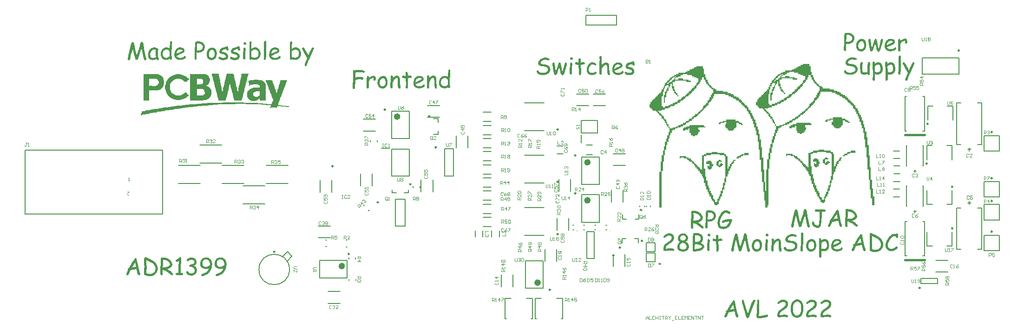
<source format=gbr>
%TF.GenerationSoftware,Altium Limited,Altium Designer,22.2.1 (43)*%
G04 Layer_Color=65535*
%FSLAX45Y45*%
%MOMM*%
%TF.SameCoordinates,02F1B47A-F79C-4BE6-BEC0-26DF2024C161*%
%TF.FilePolarity,Positive*%
%TF.FileFunction,Legend,Top*%
%TF.Part,Single*%
G01*
G75*
%TA.AperFunction,NonConductor*%
%ADD82C,0.25000*%
%ADD83C,0.20000*%
%ADD84C,0.10000*%
%ADD97C,0.60000*%
%ADD98C,0.15000*%
%ADD99C,0.40000*%
%ADD100C,0.12700*%
G36*
X2775654Y13078294D02*
X2781058D01*
X2846446Y13078835D01*
X2848607Y13077753D01*
X2849688Y13075592D01*
X2851309Y13073972D01*
X2855632Y13072890D01*
X2858875Y13073972D01*
X2874006Y13072890D01*
X2875627Y13071268D01*
X2876708Y13069107D01*
X2894001Y13068027D01*
X2896162Y13065865D01*
X2897243Y13058299D01*
X2915616Y13057217D01*
X2919399Y13052354D01*
X2926424Y13051814D01*
X2927505Y13049654D01*
X2929126Y13048032D01*
X2933450Y13046951D01*
X2936692Y13048032D01*
X2941015Y13046951D01*
X2943717Y13044249D01*
X2944258Y13042627D01*
X2946419Y13041547D01*
X2948040Y13039925D01*
X2949121Y13032359D01*
X2962091Y13031279D01*
X2965873Y13026416D01*
X2968035Y13025336D01*
X2970196Y13022092D01*
X2972358Y13021011D01*
X2973979Y13019389D01*
X2975060Y13017229D01*
X2978843Y13014526D01*
X2981004Y13011284D01*
X2983166Y13010204D01*
X2984787Y13008583D01*
X2985868Y13006421D01*
X2993974Y13004800D01*
X2996676Y13001018D01*
X2999918Y12998856D01*
X3000999Y12996693D01*
X3002620Y12995073D01*
X3004782Y12993993D01*
X3005322Y12982643D01*
X3002620Y12979942D01*
X2995055Y12978860D01*
X2992353Y12975078D01*
X2984787Y12973997D01*
X2983707Y12971835D01*
X2970196Y12958327D01*
X2968575Y12957785D01*
X2968035Y12949680D01*
X2963712Y12948598D01*
X2958848Y12948058D01*
X2957768Y12945895D01*
X2950742Y12938870D01*
X2946419Y12937790D01*
X2943717Y12939412D01*
X2942636Y12941573D01*
X2939934Y12944275D01*
X2932909Y12944817D01*
X2931288Y12948598D01*
X2923722Y12949680D01*
X2900485Y12972916D01*
X2899945Y12974538D01*
X2892380Y12975618D01*
X2890758Y12977238D01*
X2889677Y12979401D01*
X2871304Y12980482D01*
X2870223Y12983723D01*
X2869142Y12989128D01*
X2867521Y12990749D01*
X2850228Y12991830D01*
X2847526Y12995613D01*
X2769169Y12996153D01*
X2766467Y12993451D01*
X2765386Y12991290D01*
X2747013Y12990208D01*
X2745932Y12986967D01*
X2744851Y12981563D01*
X2743230Y12979942D01*
X2735664Y12978860D01*
X2732422Y12974538D01*
X2723235Y12975078D01*
X2719453Y12972375D01*
X2718371Y12970213D01*
X2716210Y12969135D01*
X2703781Y12956705D01*
X2703240Y12955083D01*
X2701079Y12954002D01*
X2698377Y12951300D01*
X2697837Y12949680D01*
X2695675Y12948598D01*
X2692973Y12945895D01*
X2692433Y12944275D01*
X2690271Y12943195D01*
X2677842Y12930765D01*
X2677301Y12929144D01*
X2675140Y12928062D01*
X2672438Y12925362D01*
X2673519Y12921037D01*
X2671897Y12918336D01*
X2668115Y12916714D01*
X2667574Y12911852D01*
X2668115Y12904826D01*
X2665413Y12902124D01*
X2663251Y12901044D01*
X2662170Y12878346D01*
X2660009Y12876186D01*
X2657847Y12875104D01*
X2657307Y12816200D01*
X2658928Y12814580D01*
X2661090Y12813499D01*
X2662711Y12811877D01*
X2663791Y12789181D01*
X2667574Y12786479D01*
X2669196Y12778373D01*
X2672978Y12775671D01*
X2673519Y12770808D01*
X2672438Y12767566D01*
X2673519Y12763242D01*
X2682705Y12761621D01*
X2683786Y12748652D01*
X2685948Y12746490D01*
X2687569Y12745950D01*
X2688650Y12743788D01*
X2696756Y12735682D01*
X2698377Y12735142D01*
X2699458Y12732980D01*
X2701079Y12731359D01*
X2712968Y12730278D01*
X2714589Y12728657D01*
X2715129Y12721632D01*
X2717291Y12720551D01*
X2722695Y12715147D01*
X2731882Y12715687D01*
X2735124Y12713526D01*
X2736205Y12711364D01*
X2739987Y12708662D01*
X2742149Y12705420D01*
X2745932Y12704879D01*
X2754038Y12705420D01*
X2755659Y12703799D01*
X2756740Y12701637D01*
X2759442Y12698935D01*
X2761063Y12698395D01*
X2762144Y12696233D01*
X2763765Y12694612D01*
X2791866Y12693531D01*
X2794568Y12689748D01*
X2821047Y12689208D01*
X2823749Y12691910D01*
X2824830Y12694071D01*
X2858875Y12695693D01*
X2864279Y12702178D01*
X2867521Y12705420D01*
X2874546Y12705960D01*
X2876167Y12709743D01*
X2880491Y12710824D01*
X2887516Y12710283D01*
X2890758Y12712445D01*
X2891839Y12714607D01*
X2899945Y12716228D01*
X2901566Y12717849D01*
X2902647Y12720011D01*
X2905889Y12722172D01*
X2906970Y12724334D01*
X2908591Y12725955D01*
X2910753Y12727036D01*
X2913455Y12730819D01*
X2916697Y12732980D01*
X2917778Y12735142D01*
X2919399Y12736763D01*
X2926424Y12737303D01*
X2927505Y12739465D01*
X2941015Y12752975D01*
X2942636Y12753515D01*
X2943717Y12755677D01*
X2945338Y12757298D01*
X2951823Y12756217D01*
X2953444Y12754596D01*
X2952904Y12745409D01*
X2953985Y12742167D01*
X2956146Y12741086D01*
X2958848Y12738384D01*
X2959389Y12736763D01*
X2966954Y12735682D01*
X2969656Y12732980D01*
X2970196Y12731359D01*
X2972358Y12730278D01*
X2973979Y12728657D01*
X2974520Y12721632D01*
X2976681Y12720551D01*
X2984787Y12712445D01*
X2985328Y12710824D01*
X2992893Y12709743D01*
X2995595Y12707041D01*
X2996136Y12705420D01*
X2998297Y12704339D01*
X2999918Y12702718D01*
X2998838Y12690829D01*
X2997217Y12689208D01*
X2995055Y12688127D01*
X2992353Y12684344D01*
X2989110Y12682183D01*
X2988030Y12680021D01*
X2983707Y12678940D01*
X2975601Y12679481D01*
X2973979Y12677860D01*
X2972899Y12670294D01*
X2971277Y12668673D01*
X2969656Y12668132D01*
X2968575Y12665971D01*
X2965873Y12663269D01*
X2958848Y12662729D01*
X2957768Y12660567D01*
X2952363Y12655163D01*
X2951823Y12653542D01*
X2944258Y12652461D01*
X2937232Y12645436D01*
X2936152Y12643274D01*
X2928046Y12641653D01*
X2925344Y12637870D01*
X2917238Y12636249D01*
X2915076Y12633007D01*
X2910753Y12631926D01*
X2906430Y12633007D01*
X2902106Y12631926D01*
X2899945Y12627603D01*
X2881572Y12626522D01*
X2878870Y12622739D01*
X2875627Y12620578D01*
X2874546Y12618416D01*
X2872925Y12616795D01*
X2844824Y12615714D01*
X2842123Y12611931D01*
X2774573Y12611391D01*
X2771871Y12613012D01*
X2770250Y12616795D01*
X2741068Y12617875D01*
X2739447Y12625981D01*
X2737826Y12627603D01*
X2715129Y12628683D01*
X2712427Y12632466D01*
X2706483Y12633007D01*
X2703240Y12631926D01*
X2699458Y12633547D01*
X2697837Y12637330D01*
X2690271Y12638411D01*
X2688650Y12640032D01*
X2687569Y12642193D01*
X2679463Y12643814D01*
X2677842Y12645436D01*
X2676761Y12647597D01*
X2672978Y12650299D01*
X2670817Y12653542D01*
X2668655Y12654622D01*
X2665953Y12658405D01*
X2657847Y12660026D01*
X2655145Y12663809D01*
X2651903Y12665971D01*
X2650822Y12668132D01*
X2647580Y12670294D01*
X2646499Y12672455D01*
X2644878Y12674077D01*
X2642716Y12675158D01*
X2640014Y12678940D01*
X2636772Y12681102D01*
X2635691Y12683263D01*
X2634070Y12684885D01*
X2631908Y12685965D01*
X2629206Y12689748D01*
X2627045Y12690829D01*
X2625964Y12692991D01*
X2624342Y12694612D01*
X2622181Y12695693D01*
X2619479Y12699475D01*
X2616237Y12701637D01*
X2615156Y12709203D01*
X2611373Y12711904D01*
X2609211Y12715147D01*
X2607050Y12716228D01*
X2605429Y12717849D01*
X2604348Y12725414D01*
X2600565Y12728117D01*
X2599484Y12730278D01*
X2597323Y12731359D01*
X2594621Y12734061D01*
X2595701Y12738384D01*
X2594080Y12741086D01*
X2590298Y12742707D01*
X2589757Y12747571D01*
X2590298Y12754596D01*
X2587596Y12757298D01*
X2585434Y12758379D01*
X2584353Y12771348D01*
X2579490Y12775131D01*
X2578409Y12803232D01*
X2574626Y12805934D01*
X2573545Y12808095D01*
X2571384Y12809177D01*
X2568682Y12811877D01*
X2569762Y12825928D01*
X2569222Y12879428D01*
X2571384Y12881589D01*
X2573545Y12882671D01*
X2576247Y12886453D01*
X2579490Y12888614D01*
X2580570Y12916714D01*
X2582192Y12918336D01*
X2584353Y12919417D01*
X2585434Y12936710D01*
X2587596Y12938870D01*
X2589217Y12939412D01*
X2591378Y12948058D01*
X2593000Y12949680D01*
X2594621Y12950220D01*
X2595701Y12953462D01*
X2594621Y12955624D01*
X2597323Y12959406D01*
X2599484Y12960487D01*
X2602727Y12964810D01*
X2604888Y12965891D01*
X2606509Y12973997D01*
X2610292Y12976698D01*
X2612454Y12979942D01*
X2614616Y12981023D01*
X2616237Y12982643D01*
X2617317Y12984805D01*
X2621100Y12987508D01*
X2621641Y12992371D01*
X2620560Y12995613D01*
X2621641Y12999936D01*
X2630827Y13001556D01*
X2632449Y13009663D01*
X2644878Y13022092D01*
X2654064Y13021552D01*
X2657307Y13023714D01*
X2658388Y13025874D01*
X2662170Y13028577D01*
X2664332Y13031821D01*
X2666494Y13032899D01*
X2668115Y13034521D01*
X2669196Y13042087D01*
X2677301Y13042627D01*
X2678382Y13041547D01*
X2683246Y13044249D01*
X2684327Y13046410D01*
X2685948Y13048032D01*
X2692973Y13048572D01*
X2694054Y13050732D01*
X2695675Y13052354D01*
X2699998Y13053435D01*
X2703240Y13052354D01*
X2707564Y13053435D01*
X2709185Y13055057D01*
X2710266Y13057217D01*
X2718371Y13058839D01*
X2719993Y13060461D01*
X2721074Y13068027D01*
X2739447Y13069107D01*
X2743230Y13073972D01*
X2763225Y13073430D01*
X2766467Y13075592D01*
X2767548Y13077753D01*
X2772411Y13079375D01*
X2775654Y13078294D01*
D02*
G37*
G36*
X4271472Y12975618D02*
X4275795Y12974538D01*
X4303356Y12975078D01*
X4307138Y12972375D01*
X4308219Y12970213D01*
X4312542Y12969135D01*
X4316866Y12970213D01*
X4326593Y12969135D01*
X4329295Y12965350D01*
X4346587Y12964270D01*
X4348749Y12962108D01*
X4349289Y12955083D01*
X4351451Y12954002D01*
X4354153Y12951300D01*
X4354693Y12949680D01*
X4359016Y12948598D01*
X4365501Y12949680D01*
X4369284Y12946977D01*
X4370365Y12944817D01*
X4371986Y12943195D01*
X4374148Y12942114D01*
X4376309Y12938870D01*
X4378471Y12937790D01*
X4380092Y12934007D01*
X4379011Y12931847D01*
X4381713Y12928062D01*
X4383875Y12926984D01*
X4385496Y12918877D01*
X4391981Y12913474D01*
X4400627Y12904826D01*
X4400087Y12895639D01*
X4402789Y12891856D01*
X4404950Y12890776D01*
X4406031Y12886453D01*
X4404950Y12879968D01*
X4406031Y12876726D01*
X4405491Y12609229D01*
X4406031Y12604366D01*
X4403329Y12601664D01*
X4297411Y12602744D01*
X4296330Y12607067D01*
X4296871Y12635709D01*
X4295250Y12637330D01*
X4292007Y12638411D01*
X4288765Y12637330D01*
X4284442Y12638411D01*
X4281740Y12636789D01*
X4280659Y12634628D01*
X4257422Y12611391D01*
X4250397Y12610850D01*
X4248776Y12607067D01*
X4241210Y12605987D01*
X4239589Y12604366D01*
X4238508Y12602204D01*
X4220135Y12601123D01*
X4219054Y12597881D01*
X4217973Y12592477D01*
X4216352Y12590856D01*
X4141777Y12591936D01*
X4139075Y12595719D01*
X4133131Y12601664D01*
X4126106Y12602204D01*
X4124484Y12605987D01*
X4115838Y12608148D01*
X4114217Y12609770D01*
X4113676Y12611391D01*
X4111515Y12612472D01*
X4099086Y12624901D01*
X4098005Y12627062D01*
X4089899Y12628683D01*
X4088278Y12636789D01*
X4084495Y12639491D01*
X4078551Y12645436D01*
X4078010Y12647057D01*
X4075849Y12648138D01*
X4073147Y12650840D01*
X4072606Y12657865D01*
X4068823Y12659486D01*
X4067743Y12663809D01*
X4068823Y12669213D01*
X4067743Y12670294D01*
X4068823Y12673537D01*
X4067743Y12677860D01*
X4066121Y12679481D01*
X4063960Y12680562D01*
X4062879Y12736763D01*
X4062339Y12737303D01*
X4066121Y12742167D01*
X4067743Y12742707D01*
X4068823Y12747030D01*
X4068283Y12751894D01*
X4068823Y12754596D01*
X4067743Y12757838D01*
X4069364Y12761621D01*
X4070445D01*
X4073147Y12764323D01*
X4074227Y12770808D01*
X4112596Y12809177D01*
X4119080Y12810257D01*
X4120701Y12811877D01*
X4121242Y12813499D01*
X4125565Y12814580D01*
X4132050Y12813499D01*
X4135833Y12816200D01*
X4136913Y12818362D01*
X4145019Y12819984D01*
X4147721Y12823767D01*
X4170418Y12824847D01*
X4172580Y12829172D01*
X4171499Y12831332D01*
X4174201Y12835115D01*
X4217973Y12835657D01*
X4219594Y12839438D01*
X4223917Y12840520D01*
X4288225Y12839980D01*
X4291467Y12842140D01*
X4292548Y12844302D01*
X4294169Y12845923D01*
X4296330Y12847005D01*
X4296871Y12863756D01*
X4295250Y12865376D01*
X4293088Y12866458D01*
X4291467Y12868079D01*
X4290386Y12875645D01*
X4286603Y12878346D01*
X4280659Y12884291D01*
X4279578Y12886453D01*
X4271472Y12888074D01*
X4268770Y12891856D01*
X4262826Y12892397D01*
X4259584Y12891316D01*
X4255801Y12892938D01*
X4254720Y12895099D01*
X4253099Y12896719D01*
X4248776Y12897801D01*
X4245533Y12896719D01*
X4170418Y12897261D01*
X4166095Y12894019D01*
X4165555Y12892397D01*
X4161231Y12891316D01*
X4156908Y12892397D01*
X4142858Y12891316D01*
X4140156Y12888614D01*
X4139616Y12886993D01*
X4121242Y12885912D01*
X4119621Y12882130D01*
X4120701Y12878886D01*
X4118000Y12876186D01*
X4105030Y12875104D01*
X4101788Y12870781D01*
X4095303Y12871861D01*
X4093682Y12876726D01*
X4094762Y12881049D01*
X4094222Y12961568D01*
X4096384Y12964810D01*
X4105570Y12964270D01*
X4109353Y12965891D01*
X4112055Y12969675D01*
X4133131Y12970213D01*
X4136373Y12969135D01*
X4140156Y12970755D01*
X4141237Y12972916D01*
X4142858Y12974538D01*
X4147181Y12975618D01*
X4150423Y12974538D01*
X4180686Y12975618D01*
X4182307Y12977238D01*
X4183388Y12979401D01*
X4269311Y12979942D01*
X4271472Y12975618D01*
D02*
G37*
G36*
X3049094Y13083698D02*
X3289031Y13082617D01*
X3290652Y13080997D01*
X3291192Y13079375D01*
X3295515Y13078294D01*
X3313348Y13078835D01*
X3315510Y13077753D01*
X3316591Y13075592D01*
X3319293Y13072890D01*
X3329020Y13073972D01*
X3331722Y13071268D01*
X3332803Y13069107D01*
X3340909Y13067487D01*
X3342530Y13065865D01*
X3343611Y13063702D01*
X3347394Y13061002D01*
X3349555Y13057758D01*
X3351717Y13056677D01*
X3354959Y13052354D01*
X3357121Y13051274D01*
X3359282Y13048032D01*
X3361444Y13046951D01*
X3363065Y13045329D01*
X3364146Y13043169D01*
X3367929Y13040466D01*
X3370090Y13037224D01*
X3372252Y13036143D01*
X3373873Y13031279D01*
X3372792Y13028036D01*
X3373873Y13018309D01*
X3381979Y13010204D01*
X3383600Y13009663D01*
X3384681Y12991290D01*
X3388464Y12988588D01*
X3389004Y12971835D01*
X3387383Y12970213D01*
X3385221Y12969135D01*
X3383600Y12967513D01*
X3382519Y12939412D01*
X3378737Y12936710D01*
X3376575Y12933467D01*
X3374413Y12932385D01*
X3372792Y12930765D01*
X3373333Y12920499D01*
X3364686Y12911852D01*
X3363065Y12911311D01*
X3361984Y12898341D01*
X3360363Y12896719D01*
X3358202Y12895639D01*
X3356040Y12892397D01*
X3353878Y12891316D01*
X3352257Y12889696D01*
X3351176Y12887534D01*
X3346853Y12886453D01*
X3338747Y12886993D01*
X3337126Y12885371D01*
X3336045Y12877806D01*
X3334424Y12876186D01*
X3322535Y12875104D01*
X3318212Y12870781D01*
X3316591Y12870241D01*
X3317672Y12865918D01*
X3322535Y12865376D01*
X3325778Y12866458D01*
X3330101Y12865376D01*
X3331722Y12863756D01*
X3332803Y12861595D01*
X3337126Y12860513D01*
X3345232Y12861053D01*
X3346853Y12859433D01*
X3347934Y12857271D01*
X3349555Y12855650D01*
X3351717Y12854568D01*
X3354419Y12850787D01*
X3366307Y12849706D01*
X3373873Y12842140D01*
X3374413Y12840520D01*
X3381979Y12839438D01*
X3383600Y12837817D01*
X3384681Y12835657D01*
X3389004Y12832413D01*
X3389545Y12825388D01*
X3391706Y12824307D01*
X3398731Y12817282D01*
X3399272Y12814580D01*
X3398731Y12811877D01*
X3407918Y12802692D01*
X3409539Y12802151D01*
X3410620Y12731899D01*
X3414403Y12729197D01*
X3414943Y12712445D01*
X3413322Y12710824D01*
X3411160Y12709743D01*
X3409539Y12708122D01*
X3408459Y12685425D01*
X3400353Y12683804D01*
X3398731Y12682183D01*
X3399272Y12671915D01*
X3397110Y12668673D01*
X3394949Y12667592D01*
X3393327Y12665971D01*
X3392787Y12664350D01*
X3390625Y12663269D01*
X3387923Y12660567D01*
X3387383Y12658946D01*
X3385221Y12657865D01*
X3383600Y12656244D01*
X3382519Y12654082D01*
X3378737Y12651380D01*
X3376575Y12648138D01*
X3374413Y12647057D01*
X3372792Y12645436D01*
X3372252Y12643814D01*
X3370090Y12642734D01*
X3367388Y12640032D01*
X3366848Y12638411D01*
X3364686Y12637330D01*
X3363065Y12635709D01*
X3361984Y12633547D01*
X3353878Y12631926D01*
X3352257Y12630305D01*
X3351176Y12628143D01*
X3346853Y12627062D01*
X3338747Y12627603D01*
X3337126Y12625981D01*
X3336045Y12618416D01*
X3334424Y12616795D01*
X3322535Y12615714D01*
X3320914Y12614093D01*
X3320374Y12612472D01*
X3316051Y12611391D01*
X3309566Y12612472D01*
X3305783Y12609770D01*
X3304702Y12607608D01*
X3299839Y12605987D01*
X3296596Y12607067D01*
X3265253Y12605987D01*
X3262551Y12602204D01*
X3027479Y12601664D01*
X3025858Y12603285D01*
X3026938Y13083157D01*
X3031261Y13086400D01*
Y13087480D01*
Y13088560D01*
X3032342Y13093965D01*
X3038287Y13094505D01*
X3049094Y13083698D01*
D02*
G37*
G36*
X2200131Y13083157D02*
X2201212Y13080997D01*
X2203914Y13078294D01*
X2446552Y13078835D01*
X2449794Y13076672D01*
X2450875Y13074512D01*
X2455739Y13072890D01*
X2460062Y13073972D01*
X2464385Y13072890D01*
X2467628Y13068565D01*
X2480597Y13067487D01*
X2481678Y13058839D01*
X2486001Y13057758D01*
X2495728Y13056677D01*
X2497349Y13055057D01*
X2497890Y13053435D01*
X2500051Y13052354D01*
X2501672Y13050732D01*
X2502753Y13048572D01*
X2505455Y13046951D01*
X2508698Y13048032D01*
X2510859Y13046951D01*
X2512480Y13045329D01*
X2513561Y13037764D01*
X2517884Y13034521D01*
X2518965Y13032359D01*
X2523288Y13029117D01*
X2523829Y13027496D01*
X2525990Y13026416D01*
X2527611Y13024794D01*
X2528692Y13022633D01*
X2532475Y13019931D01*
X2533556Y13008041D01*
X2535718Y13005881D01*
X2537339Y13005341D01*
X2538419Y13001018D01*
X2537879Y12993993D01*
X2540041Y12990749D01*
X2542202Y12989668D01*
X2543823Y12988046D01*
X2543283Y12979942D01*
X2543823Y12972916D01*
X2542743Y12969675D01*
X2543823Y12966432D01*
X2546526Y12963728D01*
X2548147Y12963190D01*
X2549227Y12961028D01*
X2550849Y12959406D01*
X2553010Y12958327D01*
X2553551Y12914552D01*
X2551929Y12912932D01*
X2549768Y12911852D01*
X2548147Y12910229D01*
X2547066Y12908069D01*
X2543823Y12905907D01*
X2542743Y12901584D01*
X2543823Y12897261D01*
X2543283Y12884831D01*
X2543823Y12878886D01*
X2541121Y12876186D01*
X2538960Y12875104D01*
X2537339Y12866998D01*
X2533556Y12864297D01*
X2532475Y12852408D01*
X2530313Y12850246D01*
X2528152Y12849165D01*
X2526531Y12841058D01*
X2524910Y12839438D01*
X2523288Y12838898D01*
X2522208Y12836736D01*
X2519506Y12834035D01*
X2517884Y12833495D01*
X2516804Y12831332D01*
X2515182Y12829710D01*
X2513021Y12828630D01*
X2510319Y12824847D01*
X2507077Y12822685D01*
X2505996Y12820525D01*
X2504374Y12818903D01*
X2502213Y12817822D01*
X2500051Y12814580D01*
X2495728Y12813499D01*
X2491405Y12814580D01*
X2488163Y12813499D01*
X2481137Y12806474D01*
X2480597Y12799449D01*
X2476274Y12798368D01*
X2466547Y12797287D01*
X2464925Y12795666D01*
X2463845Y12793505D01*
X2457900Y12792964D01*
X2454658Y12794045D01*
X2449794Y12791343D01*
X2448714Y12789181D01*
X2443850Y12787560D01*
X2440608Y12788641D01*
X2368194Y12787560D01*
X2365492Y12783777D01*
X2301185Y12783237D01*
X2299564Y12784858D01*
X2298483Y12787020D01*
X2296862Y12788641D01*
X2288756Y12788100D01*
X2281731Y12788641D01*
X2279029Y12787020D01*
X2277948Y12602204D01*
X2182298Y12601664D01*
X2180677Y12603285D01*
X2179596Y12607608D01*
X2180677Y12610850D01*
Y12966432D01*
Y12967513D01*
X2180136Y13080455D01*
X2182298Y13083698D01*
X2200131Y13083157D01*
D02*
G37*
G36*
X4087737Y13093425D02*
X4089359Y13091805D01*
X4088278Y13074512D01*
X4084495Y13071809D01*
X4083414Y13059920D01*
X4075849Y13052354D01*
X4074227Y13051814D01*
X4073147Y13047491D01*
X4073687Y13030739D01*
X4072606Y13027496D01*
X4070445Y13026416D01*
X4067743Y13023714D01*
X4068823Y13012906D01*
X4067743Y13009663D01*
X4068823Y13006421D01*
X4067743Y13002098D01*
X4063419Y12998856D01*
X4062339Y12976160D01*
X4060718Y12974538D01*
X4058556Y12973457D01*
X4057475Y12956165D01*
X4049910Y12948598D01*
X4048288Y12948058D01*
X4047208Y12943735D01*
X4047748Y12926984D01*
X4046667Y12923740D01*
X4044505Y12922659D01*
X4041804Y12919957D01*
X4042884Y12909149D01*
X4041804Y12905907D01*
X4042884Y12902666D01*
X4041804Y12898341D01*
X4038021Y12895639D01*
X4036400Y12891856D01*
X4037480Y12888614D01*
X4036400Y12883211D01*
X4033698Y12880508D01*
X4032077Y12879968D01*
X4030996Y12857271D01*
X4021269Y12847543D01*
X4021809Y12827550D01*
X4019647Y12824307D01*
X4017486Y12823225D01*
X4015864Y12821605D01*
X4016945Y12807555D01*
X4016405Y12801610D01*
X4016945Y12796747D01*
X4015324Y12794045D01*
X4013163Y12792964D01*
X4011541Y12791343D01*
X4010461Y12768646D01*
X4008839Y12767025D01*
X4006678Y12765944D01*
X4005597Y12748652D01*
X3998031Y12741086D01*
X3996410Y12740546D01*
X3995330Y12736222D01*
X3995870Y12718389D01*
X3994789Y12716228D01*
X3992628Y12715147D01*
X3989925Y12712445D01*
X3991006Y12701637D01*
X3989925Y12696233D01*
X3988304Y12694612D01*
X3986143Y12693531D01*
X3985062Y12670834D01*
X3982900Y12668673D01*
X3980739Y12667592D01*
X3979658Y12650299D01*
X3969390Y12640032D01*
X3969931Y12620037D01*
X3967769Y12616795D01*
X3965608Y12615714D01*
X3963986Y12614093D01*
X3965067Y12604366D01*
X3963446Y12601664D01*
X3830508Y12602744D01*
X3829428Y12614633D01*
X3828347Y12616795D01*
X3826185Y12617875D01*
X3824564Y12619497D01*
X3823483Y12642193D01*
X3819701Y12644895D01*
X3818620Y12647057D01*
X3816458Y12648138D01*
X3813756Y12650840D01*
X3814296Y12665430D01*
X3812135Y12668673D01*
X3809973Y12669754D01*
X3808352Y12674617D01*
X3809433Y12678940D01*
X3808893Y12685965D01*
X3809433Y12691910D01*
X3805650Y12695693D01*
X3804029Y12696233D01*
X3802948Y12720011D01*
X3799165Y12722712D01*
X3798085Y12745409D01*
X3793221Y12749192D01*
X3792140Y12751353D01*
X3788357Y12754056D01*
X3787817Y12765404D01*
X3788898Y12768646D01*
X3786196Y12772429D01*
X3784034Y12773510D01*
X3782413Y12778373D01*
X3783494Y12782697D01*
X3782413Y12792424D01*
X3778630Y12795126D01*
X3777549Y12817822D01*
X3772686Y12821605D01*
X3771605Y12844302D01*
X3763499Y12845923D01*
X3761878Y12847543D01*
X3762418Y12872943D01*
X3760257Y12876186D01*
X3758095Y12877266D01*
X3756474Y12882130D01*
X3757555Y12887534D01*
X3756474Y12890776D01*
X3757555Y12900504D01*
X3755934Y12902124D01*
X3752691Y12901044D01*
X3751070Y12899422D01*
X3749989Y12897261D01*
X3746747Y12895099D01*
X3745666Y12877806D01*
X3738641Y12870781D01*
X3737020Y12870241D01*
X3735939Y12865918D01*
X3736479Y12848085D01*
X3735399Y12845923D01*
X3733237Y12844843D01*
X3730535Y12842140D01*
X3731616Y12831332D01*
X3730535Y12820525D01*
X3726752Y12817822D01*
X3725671Y12789722D01*
X3720808Y12785939D01*
X3719727Y12763242D01*
X3711621Y12761621D01*
X3710000Y12760000D01*
X3710540Y12738924D01*
X3707298Y12735682D01*
X3705677Y12735142D01*
X3704596Y12730819D01*
X3705677Y12726495D01*
X3704596Y12711364D01*
X3700813Y12708662D01*
X3699732Y12685965D01*
X3694869Y12682183D01*
X3693788Y12664890D01*
X3692167Y12663269D01*
X3685142Y12662729D01*
X3684061Y12658405D01*
X3684601Y12640572D01*
X3683520Y12638411D01*
X3681359Y12637330D01*
X3678657Y12634628D01*
X3679738Y12623820D01*
X3678657Y12607608D01*
X3674874Y12604906D01*
X3673253Y12603285D01*
X3672712Y12601664D01*
X3549502D01*
X3545179Y12602744D01*
X3542477Y12606527D01*
X3539234Y12608689D01*
X3538154Y12631385D01*
X3536532Y12633007D01*
X3529507Y12633547D01*
X3528427Y12637870D01*
X3528967Y12655703D01*
X3527886Y12657865D01*
X3525724Y12658946D01*
X3523023Y12661648D01*
X3524103Y12672455D01*
X3523023Y12683263D01*
X3519240Y12685965D01*
X3518159Y12708662D01*
X3515998Y12710824D01*
X3513836Y12711904D01*
X3512755Y12734601D01*
X3510593Y12736763D01*
X3503568Y12737303D01*
X3502488Y12741626D01*
X3503028Y12759459D01*
X3501947Y12761621D01*
X3499785Y12762702D01*
X3497083Y12765404D01*
X3498164Y12776212D01*
X3497083Y12787020D01*
X3493301Y12789722D01*
X3492220Y12812418D01*
X3490058Y12814580D01*
X3487897Y12815662D01*
X3486816Y12828630D01*
X3484654Y12829710D01*
X3476549Y12837817D01*
X3477089Y12857812D01*
X3474927Y12861053D01*
X3472766Y12862135D01*
X3471144Y12866998D01*
X3472225Y12870241D01*
X3471144Y12885371D01*
X3469523Y12886993D01*
X3467362Y12888074D01*
X3466281Y12910771D01*
X3464119Y12912932D01*
X3461958Y12914014D01*
X3460877Y12942114D01*
X3458715Y12944275D01*
X3451690Y12944817D01*
X3450609Y12949139D01*
X3451150Y12966972D01*
X3450069Y12969135D01*
X3447908Y12970213D01*
X3445205Y12972916D01*
X3446286Y12983723D01*
X3445205Y12989128D01*
X3443584Y12990749D01*
X3441423Y12991830D01*
X3440342Y13014526D01*
X3438180Y13016689D01*
X3436019Y13017769D01*
X3434938Y13036143D01*
X3432776Y13037224D01*
X3424670Y13045329D01*
X3425211Y13059920D01*
X3423049Y13063164D01*
X3420887Y13064243D01*
X3419266Y13069107D01*
X3420347Y13072350D01*
X3419807Y13091263D01*
X3421968Y13094505D01*
X3543017Y13093425D01*
X3544639Y13091805D01*
X3545179Y13084779D01*
X3547340Y13083698D01*
X3550042Y13080997D01*
X3549502Y13050192D01*
X3552744Y13046951D01*
X3554366Y13046410D01*
X3555446Y13042087D01*
X3554366Y13037764D01*
X3555446Y13018309D01*
X3563552Y13010204D01*
X3565173Y13009663D01*
X3566254Y12981563D01*
X3567876Y12979942D01*
X3570037Y12978860D01*
X3571658Y12944817D01*
X3573279Y12943195D01*
X3575441Y12942114D01*
X3575981Y12925362D01*
X3574901Y12922119D01*
X3575981Y12919957D01*
X3578683Y12917255D01*
X3580305Y12916714D01*
X3581386Y12912392D01*
X3580305Y12908069D01*
X3581386Y12888614D01*
X3589491Y12880508D01*
X3591113Y12879968D01*
X3592193Y12851868D01*
X3593815Y12850246D01*
X3595976Y12849165D01*
X3597057Y12821065D01*
X3599219Y12818903D01*
X3600840Y12818362D01*
X3601920Y12814040D01*
X3601380Y12790802D01*
X3604622Y12787560D01*
X3606244Y12787020D01*
X3607325Y12782697D01*
X3606244Y12778373D01*
X3606784Y12770267D01*
X3606244Y12765404D01*
X3607865Y12762702D01*
X3612188Y12761621D01*
X3617052Y12764323D01*
X3618132Y12771889D01*
X3621915Y12774591D01*
X3622996Y12808095D01*
X3625158Y12809177D01*
X3627860Y12811877D01*
X3627319Y12837277D01*
X3628400Y12839438D01*
X3630561Y12840520D01*
X3633263Y12843221D01*
X3632183Y12852948D01*
X3634885Y12855650D01*
X3637046Y12856731D01*
X3640289Y12861053D01*
X3642450Y12862135D01*
X3643531Y12884831D01*
X3645693Y12886993D01*
X3647314Y12887534D01*
X3648395Y12891856D01*
X3648935Y12911852D01*
X3651097Y12912932D01*
X3653799Y12915634D01*
X3653258Y12935629D01*
X3655420Y12938870D01*
X3657581Y12939952D01*
X3659202Y12944817D01*
X3658122Y12948058D01*
X3659202Y12968593D01*
X3660824Y12970213D01*
X3668389Y12971295D01*
X3669470Y12993993D01*
X3671632Y12996153D01*
X3673793Y12997234D01*
X3674874Y13019931D01*
X3677036Y13022092D01*
X3678657Y13022633D01*
X3679738Y13026956D01*
X3679197Y13039384D01*
X3681359Y13042627D01*
X3683520Y13043707D01*
X3685142Y13048572D01*
X3684061Y13051814D01*
X3685142Y13072350D01*
X3686763Y13073972D01*
X3694328Y13075050D01*
X3695409Y13088020D01*
X3697571Y13089102D01*
X3700273Y13091805D01*
X3700813Y13093425D01*
X3705136Y13094505D01*
X3813216Y13093425D01*
X3814837Y13088560D01*
X3813756Y13085320D01*
X3814837Y13074512D01*
X3822943Y13072890D01*
X3824564Y13071268D01*
X3825645Y13043169D01*
X3829428Y13040466D01*
X3830508Y13017769D01*
X3835372Y13013986D01*
X3834832Y12992911D01*
X3836993Y12990749D01*
X3839155Y12989668D01*
X3840776Y12984805D01*
X3839695Y12981563D01*
X3840776Y12966432D01*
X3848882Y12958327D01*
X3850503Y12957785D01*
X3851584Y12939412D01*
X3855367Y12936710D01*
X3856447Y12914014D01*
X3861311Y12910229D01*
X3860771Y12879428D01*
X3862932Y12876186D01*
X3865094Y12875104D01*
X3866715Y12870241D01*
X3865634Y12866998D01*
X3866715Y12857271D01*
X3869417Y12854568D01*
X3871038Y12854028D01*
X3872119Y12851868D01*
X3873740Y12850246D01*
X3875902Y12849165D01*
X3876983Y12821065D01*
X3879144Y12818903D01*
X3881306Y12817822D01*
X3882386Y12789722D01*
X3884548Y12787560D01*
X3886169Y12787020D01*
X3887250Y12782697D01*
X3886710Y12770267D01*
X3887791Y12768106D01*
X3892114Y12767025D01*
X3900760Y12768106D01*
X3902381Y12769727D01*
X3903462Y12792424D01*
X3907245Y12795126D01*
X3908325Y12834035D01*
X3910487Y12835115D01*
X3913189Y12837817D01*
X3912649Y12845923D01*
X3913189Y12858353D01*
X3912108Y12861595D01*
X3913730Y12865376D01*
X3915891Y12866458D01*
X3917512Y12868079D01*
X3918593Y12871323D01*
X3917512Y12874564D01*
X3918593Y12896181D01*
X3922376Y12898882D01*
X3928320Y12904826D01*
X3929401Y12922119D01*
X3933184Y12924821D01*
X3934265Y12947517D01*
X3936426Y12949680D01*
X3938047Y12950220D01*
X3939128Y12954543D01*
X3938047Y12959947D01*
X3939128Y12963190D01*
X3938588Y12977780D01*
X3940749Y12979942D01*
X3942911Y12981023D01*
X3944532Y12985886D01*
X3943451Y12989128D01*
X3944532Y13009663D01*
X3946153Y13011284D01*
X3948315Y13012366D01*
X3951557Y13016689D01*
X3953719Y13017769D01*
X3954800Y13040466D01*
X3956961Y13042627D01*
X3958582Y13043169D01*
X3959663Y13047491D01*
X3959123Y13075050D01*
X3962365Y13079375D01*
X3963986Y13079915D01*
X3965067Y13084238D01*
X3963986Y13090723D01*
X3966689Y13094505D01*
X4087737Y13093425D01*
D02*
G37*
G36*
X4788092Y12969135D02*
X4789713Y12967513D01*
X4788632Y12950220D01*
X4784309Y12946977D01*
X4783228Y12939412D01*
X4776743Y12934007D01*
X4773501Y12930765D01*
X4772960Y12923740D01*
X4769178Y12922119D01*
X4768097Y12917796D01*
X4768637Y12912932D01*
X4768097Y12910229D01*
X4769178Y12906989D01*
X4766476Y12902124D01*
X4764314Y12901044D01*
X4762693Y12896181D01*
X4763774Y12892938D01*
X4762693Y12888614D01*
X4755668Y12881589D01*
X4753506Y12880508D01*
X4752966Y12877806D01*
X4754587Y12876186D01*
X4756749Y12875104D01*
X4758370Y12873483D01*
X4757289Y12866998D01*
X4749183Y12865376D01*
X4747562Y12863756D01*
X4748102Y12849165D01*
X4747021Y12845923D01*
X4743239Y12844302D01*
X4742158Y12839980D01*
X4743239Y12837817D01*
X4740537Y12835115D01*
X4738375Y12834035D01*
X4736754Y12829172D01*
X4737835Y12825928D01*
X4736754Y12815120D01*
X4732971Y12812418D01*
X4731890Y12805934D01*
X4721623Y12795666D01*
X4722163Y12786479D01*
X4720002Y12783237D01*
X4717840Y12782156D01*
X4716219Y12777293D01*
X4716759Y12773510D01*
X4716219Y12769727D01*
X4717300Y12766485D01*
X4715678Y12762702D01*
X4711896Y12761081D01*
X4710815Y12756758D01*
X4711896Y12753515D01*
X4710815Y12742707D01*
X4709194Y12741086D01*
X4707032Y12740005D01*
X4705411Y12731899D01*
X4698926Y12726495D01*
X4695684Y12723253D01*
X4696224Y12714066D01*
X4693522Y12710283D01*
X4691361Y12709203D01*
X4690280Y12704879D01*
X4690820Y12700016D01*
X4690280Y12697314D01*
X4691361Y12694071D01*
X4689739Y12690289D01*
X4687578Y12689208D01*
X4685957Y12687587D01*
X4684876Y12681102D01*
X4682174Y12678400D01*
X4680553Y12677860D01*
X4679472Y12659486D01*
X4671366Y12657865D01*
X4669745Y12656244D01*
X4670285Y12641653D01*
X4669204Y12638411D01*
X4665422Y12636789D01*
X4664341Y12632466D01*
X4665422Y12630305D01*
X4661639Y12626522D01*
X4660018Y12625981D01*
X4658937Y12621658D01*
X4660018Y12618416D01*
X4658937Y12607608D01*
X4655154Y12604906D01*
X4654073Y12593017D01*
X4651912Y12590856D01*
X4650290Y12590315D01*
X4649210Y12588154D01*
X4646508Y12585452D01*
X4644346Y12584371D01*
X4643806Y12570861D01*
X4644887Y12569780D01*
X4643265Y12565997D01*
X4641104Y12564917D01*
X4638402Y12562215D01*
X4638942Y12557351D01*
X4637861Y12555190D01*
X4634079Y12553568D01*
X4633538Y12548705D01*
X4634079Y12536276D01*
X4631377Y12533574D01*
X4629215Y12532493D01*
X4628675Y12514660D01*
X4630296Y12513038D01*
X4684336Y12511958D01*
X4685957Y12510336D01*
X4686497Y12508715D01*
X4690820Y12507635D01*
X4734593Y12508175D01*
X4736754Y12507094D01*
X4737835Y12504933D01*
X4740537Y12502231D01*
X4751345Y12503311D01*
X4793496Y12502231D01*
X4796198Y12498448D01*
X4828622Y12497367D01*
X4830783Y12495205D01*
X4829702Y12488721D01*
X4828081Y12487099D01*
X4826460Y12486559D01*
X4825379Y12484397D01*
X4822677Y12481695D01*
X4769718Y12482776D01*
X4766476Y12487099D01*
X4686497Y12488180D01*
X4683795Y12491963D01*
X4680553Y12494125D01*
X4679472Y12496286D01*
X4677851Y12497907D01*
X4634619Y12498988D01*
X4632998Y12500609D01*
X4631917Y12502771D01*
X4620569Y12503311D01*
X4617867Y12500609D01*
X4616786Y12498448D01*
X4613543Y12496286D01*
X4612463Y12491963D01*
X4613543Y12485478D01*
X4611922Y12482776D01*
X4609761Y12481695D01*
X4608140Y12480074D01*
X4607059Y12473589D01*
X4600033Y12466564D01*
X4593549Y12467645D01*
X4591928Y12469266D01*
X4590847Y12471428D01*
X4501681Y12471968D01*
X4490873Y12461160D01*
X4484389Y12462241D01*
X4482768Y12467105D01*
X4483848Y12473589D01*
X4482768Y12476832D01*
X4483848Y12480074D01*
X4498979Y12495205D01*
X4497899Y12512498D01*
X4407112Y12513579D01*
X4404950Y12517902D01*
X4406031Y12520064D01*
X4403329Y12523846D01*
X4328754Y12524927D01*
X4327133Y12526548D01*
X4326593Y12528170D01*
X4322269Y12529251D01*
X4232023Y12528710D01*
X4229862Y12529791D01*
X4228781Y12531952D01*
X4227160Y12533574D01*
X4222837Y12534654D01*
X4219594Y12533574D01*
X4043425Y12534654D01*
X4040723Y12538437D01*
X3857528Y12538977D01*
X3855907Y12537356D01*
X3854826Y12535195D01*
X3853205Y12533574D01*
X3657041Y12534114D01*
X3653258Y12531412D01*
X3652177Y12529251D01*
X3647854Y12528170D01*
X3643531Y12529251D01*
X3535452Y12528170D01*
X3533831Y12526548D01*
X3532750Y12524387D01*
X3437640Y12523306D01*
X3430074Y12515741D01*
X3429534Y12514119D01*
X3425211Y12513038D01*
X3416564D01*
X3358202Y12511958D01*
X3355500Y12508175D01*
X3292273Y12507635D01*
X3289031Y12508715D01*
X3285248Y12506013D01*
X3284167Y12503852D01*
X3279304Y12502231D01*
X3276061Y12503311D01*
X3213375Y12502231D01*
X3210133Y12497907D01*
X3156093Y12496827D01*
X3154472Y12488721D01*
X3152851Y12487099D01*
X3089084Y12486019D01*
X3087463Y12484397D01*
X3086922Y12482776D01*
X3082599Y12481695D01*
X3034504Y12482236D01*
X3030721Y12479534D01*
X3029640Y12477372D01*
X3025317Y12476292D01*
X3020994Y12477372D01*
X2975601Y12476292D01*
X2972899Y12473589D01*
X2972358Y12471968D01*
X2933450Y12470888D01*
X2930748Y12467105D01*
X2927505Y12464943D01*
X2926424Y12462782D01*
X2924803Y12461160D01*
X2876167Y12460080D01*
X2873465Y12456297D01*
X2836178Y12455756D01*
X2832936Y12456837D01*
X2829153Y12455216D01*
X2827532Y12451433D01*
X2823209Y12450353D01*
X2818885Y12451433D01*
X2794027Y12450353D01*
X2792406Y12448731D01*
X2791325Y12446570D01*
X2742689Y12445489D01*
X2740528Y12444408D01*
X2739987Y12436302D01*
X2735664Y12435221D01*
X2694594Y12434140D01*
X2691892Y12430358D01*
X2654605Y12429817D01*
X2651362Y12430898D01*
X2647580Y12429277D01*
X2645958Y12425494D01*
X2641635Y12424413D01*
X2637312Y12425494D01*
X2612454Y12424413D01*
X2610833Y12422792D01*
X2609752Y12420631D01*
X2575707Y12419009D01*
X2574086Y12417388D01*
X2573005Y12415227D01*
X2569222Y12412525D01*
X2567060Y12409282D01*
X2538960Y12408201D01*
X2535718Y12403878D01*
X2504915Y12404419D01*
X2501672Y12402257D01*
X2500592Y12400096D01*
X2495728Y12398474D01*
X2492486Y12399555D01*
X2462223Y12398474D01*
X2459522Y12395773D01*
X2458981Y12394151D01*
X2425476Y12393070D01*
X2423855Y12391449D01*
X2422774Y12389288D01*
X2418992Y12386586D01*
X2416830Y12383343D01*
X2383325Y12382263D01*
X2380624Y12378480D01*
X2353063Y12377939D01*
X2349821Y12379020D01*
X2346038Y12376318D01*
X2344957Y12374157D01*
X2340094Y12372535D01*
X2336851Y12373616D01*
X2316316Y12372535D01*
X2313074Y12368212D01*
X2284973Y12367131D01*
X2282271Y12363349D01*
X2279029Y12361187D01*
X2277948Y12359025D01*
X2276327Y12357404D01*
X2248226Y12356324D01*
X2245524Y12352541D01*
X2223368Y12352000D01*
X2220126Y12353081D01*
X2216343Y12350379D01*
X2215262Y12348217D01*
X2210399Y12346596D01*
X2207156Y12347677D01*
X2186621Y12346596D01*
X2183919Y12342814D01*
X2155818Y12341733D01*
X2152036Y12336869D01*
X2149874Y12335788D01*
X2147172Y12332006D01*
X2135824Y12331465D01*
X2133122Y12334167D01*
X2132041Y12336329D01*
X2128799Y12338490D01*
X2127718Y12342814D01*
X2128799Y12346056D01*
X2127718Y12349298D01*
X2129339Y12352000D01*
X2137985Y12353081D01*
X2139066Y12376858D01*
X2143930Y12380641D01*
X2145010Y12397934D01*
X2146632Y12399555D01*
X2148253Y12400096D01*
X2149334Y12402257D01*
X2150955Y12403878D01*
X2155278Y12404959D01*
X2158520Y12403878D01*
X2179056Y12404959D01*
X2181758Y12408742D01*
X2209858Y12409823D01*
X2213641Y12414686D01*
X2215803Y12415767D01*
X2218505Y12419550D01*
X2246605Y12420631D01*
X2250388Y12425494D01*
X2281191Y12424954D01*
X2283352Y12426035D01*
X2284433Y12428196D01*
X2287135Y12430898D01*
X2297943Y12429817D01*
X2318478Y12430898D01*
X2321180Y12433600D01*
X2321720Y12435221D01*
X2360629Y12436302D01*
X2363871Y12440625D01*
X2366033Y12441706D01*
X2369275Y12446029D01*
X2402780Y12447110D01*
X2405482Y12450893D01*
X2442769Y12451433D01*
X2446012Y12450353D01*
X2449794Y12453054D01*
X2450875Y12455216D01*
X2455739Y12456837D01*
X2458981Y12455756D01*
X2484920Y12456837D01*
X2486541Y12458458D01*
X2487622Y12460620D01*
X2521667Y12462241D01*
X2524369Y12466024D01*
X2525990Y12467645D01*
X2527611Y12468186D01*
X2528692Y12470347D01*
X2530313Y12471968D01*
X2573545Y12473049D01*
X2576788Y12477372D01*
X2612994Y12476832D01*
X2615156Y12477913D01*
X2616237Y12480074D01*
X2617858Y12481695D01*
X2622181Y12482776D01*
X2625423Y12481695D01*
X2661090Y12482776D01*
X2662711Y12484397D01*
X2663791Y12486559D01*
X2717831Y12487640D01*
X2719993Y12489802D01*
X2721074Y12491963D01*
X2724856Y12494665D01*
X2727018Y12497907D01*
X2770790Y12498448D01*
X2772411Y12502231D01*
X2776735Y12503311D01*
X2825911Y12502771D01*
X2828072Y12503852D01*
X2829693Y12507635D01*
X2834016Y12508715D01*
X2838340Y12507635D01*
X2879410Y12508715D01*
X2882112Y12512498D01*
X2936152Y12513579D01*
X2941015Y12519523D01*
X2945338Y12523846D01*
X3003701Y12524927D01*
X3005322Y12526548D01*
X3005863Y12528170D01*
X3010186Y12529251D01*
X3069089Y12528710D01*
X3072332Y12530872D01*
X3073412Y12533033D01*
X3078276Y12534654D01*
X3081518Y12533574D01*
X3138800Y12534654D01*
X3141502Y12538437D01*
X3231208Y12539518D01*
X3233370Y12541680D01*
X3234451Y12549245D01*
X3336045Y12550326D01*
X3337126Y12552487D01*
X3339828Y12555190D01*
X3443044Y12554649D01*
X3445205Y12555730D01*
X3446286Y12557892D01*
X3448988Y12560593D01*
X3459796Y12559513D01*
X3615430Y12560593D01*
X3617052Y12562215D01*
X3618132Y12564376D01*
X4004516Y12564917D01*
X4006137Y12563295D01*
X4007218Y12561134D01*
X4008839Y12559513D01*
X4147721Y12560053D01*
X4151504Y12557351D01*
X4152585Y12555190D01*
X4156908Y12554109D01*
X4161231Y12555190D01*
X4258503Y12554109D01*
X4261205Y12551407D01*
X4261745Y12549785D01*
X4352532Y12548705D01*
X4354153Y12544922D01*
X4353072Y12542760D01*
X4355774Y12538977D01*
X4430349Y12537897D01*
X4431970Y12536276D01*
X4432511Y12534654D01*
X4436834Y12533574D01*
X4484929Y12534114D01*
X4488712Y12531412D01*
X4489793Y12529251D01*
X4494116Y12528170D01*
X4498439Y12529251D01*
X4506004Y12528170D01*
X4508707Y12529791D01*
X4509787Y12534114D01*
X4509247Y12538977D01*
X4509787Y12540599D01*
X4508707Y12543841D01*
X4509787Y12548164D01*
X4511409Y12549785D01*
X4513570Y12550866D01*
X4515191Y12558972D01*
X4518974Y12561674D01*
X4520595Y12563295D01*
X4521136Y12564917D01*
X4523297Y12565997D01*
X4524918Y12567619D01*
X4525999Y12579507D01*
X4527620Y12581129D01*
X4529782Y12582209D01*
X4531403Y12590315D01*
X4534645Y12592477D01*
X4535726Y12596800D01*
X4534645Y12601123D01*
X4535726Y12604366D01*
X4538428Y12607067D01*
X4540050Y12607608D01*
X4539509Y12611391D01*
X4537348Y12612472D01*
X4534645Y12615173D01*
X4535186Y12624360D01*
X4533024Y12627603D01*
X4530863Y12628683D01*
X4529242Y12633547D01*
X4530322Y12636789D01*
X4529242Y12641113D01*
X4526540Y12643814D01*
X4524918Y12644355D01*
X4523838Y12651921D01*
X4522217Y12653542D01*
X4520595Y12654082D01*
X4519514Y12656244D01*
X4516812Y12658946D01*
X4514651Y12660026D01*
X4514110Y12673537D01*
X4515191Y12674617D01*
X4513570Y12678400D01*
X4511409Y12679481D01*
X4508707Y12682183D01*
X4509787Y12691910D01*
X4507085Y12694612D01*
X4504924Y12695693D01*
X4503302Y12700556D01*
X4504383Y12703799D01*
X4503302Y12714607D01*
X4499520Y12717309D01*
X4498439Y12723793D01*
X4488171Y12734061D01*
X4488712Y12743248D01*
X4486550Y12746490D01*
X4484389Y12747571D01*
X4482768Y12752434D01*
X4483848Y12758919D01*
X4482227Y12761621D01*
X4480065Y12762702D01*
X4478444Y12764323D01*
X4477363Y12768646D01*
X4478444Y12771889D01*
X4477363Y12776212D01*
X4475742Y12777833D01*
X4473581Y12778914D01*
X4472500Y12797287D01*
X4466555Y12802151D01*
X4462232Y12806474D01*
X4461692Y12813499D01*
X4457909Y12815120D01*
X4456828Y12819443D01*
X4457369Y12824307D01*
X4456828Y12827010D01*
X4457909Y12830251D01*
X4455207Y12835115D01*
X4453046Y12836195D01*
X4451424Y12841058D01*
X4452505Y12844302D01*
X4451424Y12848625D01*
X4448722Y12851328D01*
X4447101Y12851868D01*
X4446021Y12870241D01*
X4437914Y12871861D01*
X4436293Y12873483D01*
X4436834Y12882671D01*
X4435753Y12885912D01*
X4433591Y12886993D01*
X4430889Y12889696D01*
X4431970Y12899422D01*
X4429268Y12902124D01*
X4427106Y12903204D01*
X4425485Y12908069D01*
X4426566Y12911311D01*
X4425485Y12916714D01*
X4421703Y12919417D01*
X4420622Y12931306D01*
X4410354Y12941573D01*
X4409273Y12948058D01*
X4407652Y12949680D01*
X4406031Y12950220D01*
X4404950Y12954543D01*
X4406031Y12961028D01*
X4404950Y12964270D01*
X4406031Y12968593D01*
X4407652Y12970213D01*
X4517893Y12969135D01*
X4520595Y12966432D01*
X4521136Y12964810D01*
X4523297Y12963728D01*
X4524918Y12962108D01*
X4525459Y12960487D01*
X4527620Y12959406D01*
X4530322Y12956705D01*
X4529782Y12942114D01*
X4531943Y12938870D01*
X4534105Y12937790D01*
X4535726Y12932927D01*
X4534645Y12928604D01*
X4535726Y12924280D01*
X4539509Y12921579D01*
X4541130Y12916714D01*
X4540050Y12913474D01*
X4541130Y12909149D01*
X4548155Y12902124D01*
X4550317Y12901044D01*
X4551398Y12882671D01*
X4556261Y12878886D01*
X4555721Y12869701D01*
X4558423Y12865918D01*
X4560584Y12864838D01*
X4561666Y12860513D01*
X4560584Y12856190D01*
X4561666Y12854028D01*
X4560584Y12850787D01*
X4561666Y12846465D01*
X4565448Y12843761D01*
X4567069Y12839980D01*
X4565989Y12836736D01*
X4567069Y12820525D01*
X4568691Y12818903D01*
X4576256Y12817822D01*
X4577337Y12799449D01*
X4579499Y12798368D01*
X4582200Y12795666D01*
X4581660Y12786479D01*
X4583822Y12783237D01*
X4585983Y12782156D01*
X4587604Y12777293D01*
X4586524Y12772969D01*
X4587604Y12770808D01*
X4586524Y12767566D01*
X4587604Y12763242D01*
X4591928Y12761081D01*
X4592468Y12757298D01*
X4591928Y12743788D01*
X4594630Y12741086D01*
X4606518Y12742167D01*
X4608140Y12743788D01*
X4607599Y12759459D01*
X4608680Y12761621D01*
X4610841Y12762702D01*
X4613543Y12765404D01*
X4612463Y12776212D01*
X4613543Y12779454D01*
X4612463Y12782697D01*
X4613543Y12787020D01*
X4617326Y12789722D01*
X4618947Y12793505D01*
X4617867Y12796747D01*
X4618947Y12802151D01*
X4625973Y12809177D01*
X4628134Y12810257D01*
X4629215Y12828630D01*
X4634079Y12832413D01*
X4633538Y12841600D01*
X4636240Y12845383D01*
X4638402Y12846465D01*
X4639482Y12850787D01*
X4638402Y12855110D01*
X4639482Y12857271D01*
X4638402Y12860513D01*
X4639482Y12864838D01*
X4643265Y12867538D01*
X4644887Y12870241D01*
X4643806Y12873483D01*
X4644887Y12890776D01*
X4646508Y12892397D01*
X4654073Y12893478D01*
X4655154Y12911852D01*
X4657316Y12912932D01*
X4660018Y12915634D01*
X4659477Y12924821D01*
X4661639Y12928062D01*
X4663800Y12929144D01*
X4665422Y12934007D01*
X4664341Y12938332D01*
X4664881Y12946437D01*
X4664341Y12951300D01*
X4668124Y12955083D01*
X4669745Y12955624D01*
X4670285Y12960487D01*
X4669745Y12967513D01*
X4672447Y12970213D01*
X4788092Y12969135D01*
D02*
G37*
G36*
X14902879Y12272480D02*
X14963840D01*
Y12252160D01*
X14984160D01*
Y12231840D01*
X15024800D01*
Y12211520D01*
X15045120D01*
Y12191200D01*
X15004480D01*
Y12211520D01*
X14963840D01*
Y12231840D01*
X14923199D01*
Y12211520D01*
Y12191200D01*
Y12170880D01*
Y12150560D01*
X14902879D01*
Y12130240D01*
X14882561D01*
Y12109920D01*
X14862241D01*
Y12089600D01*
X14780960D01*
Y12109920D01*
X14760640D01*
Y12130240D01*
X14740320D01*
Y12150560D01*
X14720000D01*
Y12170880D01*
Y12191200D01*
Y12211520D01*
X14740320D01*
Y12231840D01*
Y12252160D01*
X14699680D01*
Y12231840D01*
X14638721D01*
Y12211520D01*
X14598080D01*
Y12231840D01*
X14618401D01*
Y12252160D01*
X14679359D01*
Y12272480D01*
X14740320D01*
Y12292800D01*
X14902879D01*
Y12272480D01*
D02*
G37*
G36*
X12960001Y12231200D02*
X13020959D01*
Y12210880D01*
X13041280D01*
Y12190560D01*
X13081920D01*
Y12170240D01*
X13102240D01*
Y12149920D01*
X13061600D01*
Y12170240D01*
X13020959D01*
Y12190560D01*
X12980321D01*
Y12170240D01*
Y12149920D01*
Y12129600D01*
Y12109280D01*
X12960001D01*
Y12088960D01*
X12939680D01*
Y12068640D01*
X12919360D01*
Y12048320D01*
X12838080D01*
Y12068640D01*
X12817760D01*
Y12088960D01*
X12797440D01*
Y12109280D01*
X12777120D01*
Y12129600D01*
Y12149920D01*
Y12170240D01*
X12797440D01*
Y12190560D01*
Y12210880D01*
X12756800D01*
Y12190560D01*
X12695840D01*
Y12170240D01*
X12655200D01*
Y12190560D01*
X12675520D01*
Y12210880D01*
X12736480D01*
Y12231200D01*
X12797440D01*
Y12251520D01*
X12960001D01*
Y12231200D01*
D02*
G37*
G36*
X14333920Y12170880D02*
X14354240D01*
Y12150560D01*
X14232320D01*
Y12130240D01*
Y12109920D01*
X14252640D01*
Y12089600D01*
Y12069280D01*
X14232320D01*
Y12048960D01*
Y12028640D01*
X14212000D01*
Y12008320D01*
X14171359D01*
Y11988000D01*
X14130721D01*
Y12008320D01*
X14090080D01*
Y12028640D01*
Y12048960D01*
X14069760D01*
Y12069280D01*
Y12089600D01*
Y12109920D01*
Y12130240D01*
X14049440D01*
Y12109920D01*
X13988480D01*
Y12089600D01*
X13947839D01*
Y12109920D01*
Y12130240D01*
X13968159D01*
Y12150560D01*
X14008800D01*
Y12170880D01*
X14069760D01*
Y12191200D01*
X14333920D01*
Y12170880D01*
D02*
G37*
G36*
X12391040Y12129600D02*
X12411360D01*
Y12109280D01*
X12289440D01*
Y12088960D01*
Y12068640D01*
X12309760D01*
Y12048320D01*
Y12028000D01*
X12289440D01*
Y12007680D01*
Y11987360D01*
X12269120D01*
Y11967040D01*
X12228480D01*
Y11946720D01*
X12187840D01*
Y11967040D01*
X12147200D01*
Y11987360D01*
Y12007680D01*
X12126880D01*
Y12028000D01*
Y12048320D01*
Y12068640D01*
Y12088960D01*
X12106560D01*
Y12068640D01*
X12045600D01*
Y12048320D01*
X12004960D01*
Y12068640D01*
Y12088960D01*
X12025280D01*
Y12109280D01*
X12065920D01*
Y12129600D01*
X12126880D01*
Y12149920D01*
X12391040D01*
Y12129600D01*
D02*
G37*
G36*
X15146719Y11662880D02*
Y11642560D01*
X15045120D01*
Y11622240D01*
X15004480D01*
Y11601920D01*
X14963840D01*
Y11581600D01*
X14923199D01*
Y11601920D01*
X14943520D01*
Y11622240D01*
X14984160D01*
Y11642560D01*
X15004480D01*
Y11662880D01*
X15065440D01*
Y11683200D01*
X15146719D01*
Y11662880D01*
D02*
G37*
G36*
X13203841Y11621600D02*
Y11601280D01*
X13102240D01*
Y11580960D01*
X13061600D01*
Y11560640D01*
X13020959D01*
Y11540320D01*
X12980321D01*
Y11560640D01*
X13000639D01*
Y11580960D01*
X13041280D01*
Y11601280D01*
X13061600D01*
Y11621600D01*
X13122560D01*
Y11641920D01*
X13203841D01*
Y11621600D01*
D02*
G37*
G36*
X14577760Y11683200D02*
X14699680D01*
Y11662880D01*
X14740320D01*
Y11642560D01*
Y11622240D01*
X14760640D01*
Y11601920D01*
Y11581600D01*
Y11561280D01*
Y11540960D01*
Y11520640D01*
Y11500320D01*
Y11480000D01*
Y11459680D01*
Y11439360D01*
Y11419040D01*
Y11398720D01*
X14780960D01*
Y11419040D01*
Y11439360D01*
X14801280D01*
Y11459680D01*
Y11480000D01*
X14821600D01*
Y11500320D01*
X14841920D01*
Y11520640D01*
X14862241D01*
Y11540960D01*
Y11561280D01*
X14902879D01*
Y11540960D01*
X14882561D01*
Y11520640D01*
Y11500320D01*
X14862241D01*
Y11480000D01*
X14841920D01*
Y11459680D01*
Y11439360D01*
X14821600D01*
Y11419040D01*
Y11398720D01*
X14801280D01*
Y11378400D01*
Y11358080D01*
X14780960D01*
Y11337760D01*
Y11317440D01*
Y11297120D01*
X14760640D01*
Y11276800D01*
Y11256480D01*
X14740320D01*
Y11236160D01*
Y11215840D01*
Y11195520D01*
Y11175200D01*
Y11154880D01*
X14720000D01*
Y11134560D01*
Y11114240D01*
Y11093920D01*
X14699680D01*
Y11073600D01*
Y11053280D01*
Y11032960D01*
Y11012640D01*
X14679359D01*
Y10992320D01*
Y10972000D01*
Y10951680D01*
X14659039D01*
Y10931360D01*
Y10911040D01*
Y10890720D01*
X14638721D01*
Y10870400D01*
Y10850080D01*
X14618401D01*
Y10829760D01*
Y10809440D01*
X14598080D01*
Y10789120D01*
Y10768800D01*
Y10748480D01*
X14577760D01*
Y10728160D01*
X14537120D01*
Y10748480D01*
X14516800D01*
Y10768800D01*
Y10789120D01*
X14496480D01*
Y10809440D01*
X14476160D01*
Y10829760D01*
Y10850080D01*
X14455840D01*
Y10870400D01*
Y10890720D01*
X14435519D01*
Y10911040D01*
Y10931360D01*
X14415199D01*
Y10951680D01*
Y10972000D01*
X14394881D01*
Y10992320D01*
Y11012640D01*
X14374561D01*
Y11032960D01*
Y11053280D01*
Y11073600D01*
X14354240D01*
Y11093920D01*
Y11114240D01*
Y11134560D01*
X14333920D01*
Y11154880D01*
Y11175200D01*
Y11195520D01*
Y11215840D01*
X14313600D01*
Y11236160D01*
Y11256480D01*
X14293280D01*
Y11276800D01*
Y11297120D01*
X14272960D01*
Y11317440D01*
X14252640D01*
Y11337760D01*
Y11358080D01*
X14232320D01*
Y11378400D01*
X14212000D01*
Y11398720D01*
X14191679D01*
Y11419040D01*
X14171359D01*
Y11439360D01*
Y11459680D01*
X14151041D01*
Y11480000D01*
X14130721D01*
Y11500320D01*
X14110400D01*
Y11520640D01*
X14069760D01*
Y11540960D01*
X14049440D01*
Y11561280D01*
X14029120D01*
Y11581600D01*
X13968159D01*
Y11601920D01*
X13907201D01*
Y11581600D01*
X13886880D01*
Y11601920D01*
Y11622240D01*
X14008800D01*
Y11601920D01*
X14049440D01*
Y11581600D01*
X14090080D01*
Y11561280D01*
X14110400D01*
Y11540960D01*
X14130721D01*
Y11520640D01*
X14151041D01*
Y11500320D01*
X14171359D01*
Y11480000D01*
X14191679D01*
Y11459680D01*
X14212000D01*
Y11439360D01*
X14232320D01*
Y11419040D01*
X14252640D01*
Y11398720D01*
X14272960D01*
Y11378400D01*
X14293280D01*
Y11398720D01*
Y11419040D01*
Y11439360D01*
Y11459680D01*
Y11480000D01*
Y11500320D01*
Y11520640D01*
Y11540960D01*
Y11561280D01*
Y11581600D01*
Y11601920D01*
Y11622240D01*
Y11642560D01*
X14333920D01*
Y11662880D01*
X14374561D01*
Y11683200D01*
X14476160D01*
Y11703520D01*
X14577760D01*
Y11683200D01*
D02*
G37*
G36*
X12634880Y11641920D02*
X12756800D01*
Y11621600D01*
X12797440D01*
Y11601280D01*
Y11580960D01*
X12817760D01*
Y11560640D01*
Y11540320D01*
Y11520000D01*
Y11499680D01*
Y11479360D01*
Y11459040D01*
Y11438720D01*
Y11418400D01*
Y11398080D01*
Y11377760D01*
Y11357440D01*
X12838080D01*
Y11377760D01*
Y11398080D01*
X12858400D01*
Y11418400D01*
Y11438720D01*
X12878720D01*
Y11459040D01*
X12899040D01*
Y11479360D01*
X12919360D01*
Y11499680D01*
Y11520000D01*
X12960001D01*
Y11499680D01*
X12939680D01*
Y11479360D01*
Y11459040D01*
X12919360D01*
Y11438720D01*
X12899040D01*
Y11418400D01*
Y11398080D01*
X12878720D01*
Y11377760D01*
Y11357440D01*
X12858400D01*
Y11337120D01*
Y11316800D01*
X12838080D01*
Y11296480D01*
Y11276160D01*
Y11255840D01*
X12817760D01*
Y11235520D01*
Y11215200D01*
X12797440D01*
Y11194880D01*
Y11174560D01*
Y11154240D01*
Y11133920D01*
Y11113600D01*
X12777120D01*
Y11093280D01*
Y11072960D01*
Y11052640D01*
X12756800D01*
Y11032320D01*
Y11012000D01*
Y10991680D01*
Y10971360D01*
X12736480D01*
Y10951040D01*
Y10930720D01*
Y10910400D01*
X12716160D01*
Y10890080D01*
Y10869760D01*
Y10849440D01*
X12695840D01*
Y10829120D01*
Y10808800D01*
X12675520D01*
Y10788480D01*
Y10768160D01*
X12655200D01*
Y10747840D01*
Y10727520D01*
Y10707200D01*
X12634880D01*
Y10686880D01*
X12594240D01*
Y10707200D01*
X12573920D01*
Y10727520D01*
Y10747840D01*
X12553600D01*
Y10768160D01*
X12533280D01*
Y10788480D01*
Y10808800D01*
X12512960D01*
Y10829120D01*
Y10849440D01*
X12492640D01*
Y10869760D01*
Y10890080D01*
X12472320D01*
Y10910400D01*
Y10930720D01*
X12452000D01*
Y10951040D01*
Y10971360D01*
X12431680D01*
Y10991680D01*
Y11012000D01*
Y11032320D01*
X12411360D01*
Y11052640D01*
Y11072960D01*
Y11093280D01*
X12391040D01*
Y11113600D01*
Y11133920D01*
Y11154240D01*
Y11174560D01*
X12370720D01*
Y11194880D01*
Y11215200D01*
X12350400D01*
Y11235520D01*
Y11255840D01*
X12330080D01*
Y11276160D01*
X12309760D01*
Y11296480D01*
Y11316800D01*
X12289440D01*
Y11337120D01*
X12269120D01*
Y11357440D01*
X12248800D01*
Y11377760D01*
X12228480D01*
Y11398080D01*
Y11418400D01*
X12208160D01*
Y11438720D01*
X12187840D01*
Y11459040D01*
X12167520D01*
Y11479360D01*
X12126880D01*
Y11499680D01*
X12106560D01*
Y11520000D01*
X12086240D01*
Y11540320D01*
X12025280D01*
Y11560640D01*
X11964320D01*
Y11540320D01*
X11944000D01*
Y11560640D01*
Y11580960D01*
X12065920D01*
Y11560640D01*
X12106560D01*
Y11540320D01*
X12147200D01*
Y11520000D01*
X12167520D01*
Y11499680D01*
X12187840D01*
Y11479360D01*
X12208160D01*
Y11459040D01*
X12228480D01*
Y11438720D01*
X12248800D01*
Y11418400D01*
X12269120D01*
Y11398080D01*
X12289440D01*
Y11377760D01*
X12309760D01*
Y11357440D01*
X12330080D01*
Y11337120D01*
X12350400D01*
Y11357440D01*
Y11377760D01*
Y11398080D01*
Y11418400D01*
Y11438720D01*
Y11459040D01*
Y11479360D01*
Y11499680D01*
Y11520000D01*
Y11540320D01*
Y11560640D01*
Y11580960D01*
Y11601280D01*
X12391040D01*
Y11621600D01*
X12431680D01*
Y11641920D01*
X12533280D01*
Y11662240D01*
X12634880D01*
Y11641920D01*
D02*
G37*
G36*
X14313600Y13247839D02*
Y13227521D01*
X14333920D01*
Y13207201D01*
Y13186880D01*
Y13166560D01*
Y13146240D01*
Y13125920D01*
X14354240D01*
Y13105600D01*
Y13085280D01*
Y13064960D01*
X14374561D01*
Y13044640D01*
Y13024319D01*
X14394881D01*
Y13003999D01*
Y12983681D01*
X14415199D01*
Y12963361D01*
Y12943040D01*
X14435519D01*
Y12922720D01*
X14455840D01*
Y12902400D01*
X14476160D01*
Y12882080D01*
X14496480D01*
Y12861760D01*
X14537120D01*
Y12841440D01*
X14557440D01*
Y12821120D01*
X14679359D01*
Y12800800D01*
X14760640D01*
Y12780480D01*
X14821600D01*
Y12760160D01*
X14862241D01*
Y12739840D01*
X14882561D01*
Y12719520D01*
X14923199D01*
Y12699200D01*
X14963840D01*
Y12678880D01*
X14984160D01*
Y12658560D01*
X15004480D01*
Y12638240D01*
X15024800D01*
Y12617920D01*
X15045120D01*
Y12597600D01*
X15065440D01*
Y12577280D01*
X15085760D01*
Y12556960D01*
X15106081D01*
Y12536640D01*
X15126401D01*
Y12516320D01*
X15146719D01*
Y12496000D01*
Y12475680D01*
X15167039D01*
Y12455360D01*
X15187360D01*
Y12435040D01*
Y12414720D01*
X15207680D01*
Y12394400D01*
Y12374080D01*
X15228000D01*
Y12353760D01*
Y12333440D01*
X15248320D01*
Y12313120D01*
Y12292800D01*
X15268640D01*
Y12272480D01*
Y12252160D01*
Y12231840D01*
X15288960D01*
Y12211520D01*
Y12191200D01*
Y12170880D01*
X15309280D01*
Y12150560D01*
Y12130240D01*
Y12109920D01*
X15329601D01*
Y12089600D01*
Y12069280D01*
Y12048960D01*
Y12028640D01*
X15349921D01*
Y12008320D01*
Y11988000D01*
Y11967680D01*
Y11947360D01*
Y11927040D01*
X15370239D01*
Y11906720D01*
Y11886400D01*
Y11866080D01*
Y11845760D01*
Y11825440D01*
Y11805120D01*
Y11784800D01*
X15390559D01*
Y11764480D01*
Y11744160D01*
Y11723840D01*
Y11703520D01*
Y11683200D01*
Y11662880D01*
Y11642560D01*
Y11622240D01*
Y11601920D01*
X15410880D01*
Y11581600D01*
Y11561280D01*
Y11540960D01*
Y11520640D01*
Y11500320D01*
Y11480000D01*
Y11459680D01*
Y11439360D01*
Y11419040D01*
Y11398720D01*
Y11378400D01*
X15431200D01*
Y11358080D01*
Y11337760D01*
Y11317440D01*
Y11297120D01*
Y11276800D01*
Y11256480D01*
Y11236160D01*
Y11215840D01*
Y11195520D01*
Y11175200D01*
Y11154880D01*
X15451520D01*
Y11134560D01*
Y11114240D01*
Y11093920D01*
Y11073600D01*
Y11053280D01*
Y11032960D01*
Y11012640D01*
Y10992320D01*
X15471840D01*
Y10972000D01*
Y10951680D01*
Y10931360D01*
Y10911040D01*
Y10890720D01*
Y10870400D01*
Y10850080D01*
X15492160D01*
Y10829760D01*
Y10809440D01*
Y10789120D01*
Y10768800D01*
Y10748480D01*
Y10728160D01*
Y10707840D01*
Y10687520D01*
X15451520D01*
Y10707840D01*
Y10728160D01*
Y10748480D01*
Y10768800D01*
Y10789120D01*
Y10809440D01*
X15431200D01*
Y10829760D01*
Y10850080D01*
Y10870400D01*
Y10890720D01*
Y10911040D01*
Y10931360D01*
Y10951680D01*
Y10972000D01*
X15410880D01*
Y10992320D01*
Y11012640D01*
Y11032960D01*
Y11053280D01*
Y11073600D01*
Y11093920D01*
Y11114240D01*
Y11134560D01*
Y11154880D01*
X15390559D01*
Y11175200D01*
Y11195520D01*
Y11215840D01*
Y11236160D01*
Y11256480D01*
Y11276800D01*
Y11297120D01*
Y11317440D01*
Y11337760D01*
X15370239D01*
Y11358080D01*
Y11378400D01*
Y11398720D01*
Y11419040D01*
Y11439360D01*
Y11459680D01*
Y11480000D01*
Y11500320D01*
Y11520640D01*
Y11540960D01*
Y11561280D01*
X15349921D01*
Y11581600D01*
Y11601920D01*
Y11622240D01*
Y11642560D01*
Y11662880D01*
Y11683200D01*
Y11703520D01*
Y11723840D01*
Y11744160D01*
X15329601D01*
Y11764480D01*
Y11784800D01*
Y11805120D01*
Y11825440D01*
Y11845760D01*
Y11866080D01*
Y11886400D01*
X15309280D01*
Y11906720D01*
Y11927040D01*
Y11947360D01*
Y11967680D01*
Y11988000D01*
Y12008320D01*
X15288960D01*
Y12028640D01*
Y12048960D01*
Y12069280D01*
Y12089600D01*
X15268640D01*
Y12109920D01*
Y12130240D01*
Y12150560D01*
X15248320D01*
Y12170880D01*
Y12191200D01*
Y12211520D01*
X15228000D01*
Y12231840D01*
Y12252160D01*
Y12272480D01*
X15207680D01*
Y12292800D01*
Y12313120D01*
X15187360D01*
Y12333440D01*
Y12353760D01*
X15167039D01*
Y12374080D01*
Y12394400D01*
X15146719D01*
Y12414720D01*
Y12435040D01*
X15126401D01*
Y12455360D01*
X15106081D01*
Y12475680D01*
Y12496000D01*
X15085760D01*
Y12516320D01*
X15065440D01*
Y12536640D01*
X15045120D01*
Y12556960D01*
X15024800D01*
Y12577280D01*
X15004480D01*
Y12597600D01*
X14984160D01*
Y12617920D01*
X14963840D01*
Y12638240D01*
X14923199D01*
Y12658560D01*
X14902879D01*
Y12678880D01*
X14862241D01*
Y12699200D01*
X14821600D01*
Y12719520D01*
X14780960D01*
Y12739840D01*
X14720000D01*
Y12760160D01*
X14516800D01*
Y12739840D01*
Y12719520D01*
X14496480D01*
Y12699200D01*
Y12678880D01*
X14476160D01*
Y12658560D01*
Y12638240D01*
X14455840D01*
Y12617920D01*
X14435519D01*
Y12597600D01*
X14415199D01*
Y12577280D01*
Y12556960D01*
X14394881D01*
Y12536640D01*
X14374561D01*
Y12516320D01*
X14354240D01*
Y12496000D01*
X14333920D01*
Y12475680D01*
X14313600D01*
Y12455360D01*
X14293280D01*
Y12435040D01*
X14272960D01*
Y12414720D01*
X14252640D01*
Y12394400D01*
X14232320D01*
Y12374080D01*
X14212000D01*
Y12353760D01*
X14191679D01*
Y12333440D01*
X14151041D01*
Y12313120D01*
X14130721D01*
Y12292800D01*
X14110400D01*
Y12272480D01*
X14069760D01*
Y12252160D01*
X14049440D01*
Y12231840D01*
X14008800D01*
Y12211520D01*
X13988480D01*
Y12191200D01*
X13947839D01*
Y12170880D01*
X13907201D01*
Y12150560D01*
X13846240D01*
Y12130240D01*
X13805600D01*
Y12109920D01*
X13764960D01*
Y12089600D01*
X13744640D01*
Y12069280D01*
Y12048960D01*
X13724319D01*
Y12028640D01*
Y12008320D01*
X13703999D01*
Y11988000D01*
Y11967680D01*
Y11947360D01*
X13683681D01*
Y11927040D01*
Y11906720D01*
Y11886400D01*
X13663361D01*
Y11866080D01*
Y11845760D01*
Y11825440D01*
X13643040D01*
Y11805120D01*
Y11784800D01*
Y11764480D01*
Y11744160D01*
X13622720D01*
Y11723840D01*
Y11703520D01*
Y11683200D01*
Y11662880D01*
Y11642560D01*
X13602400D01*
Y11622240D01*
Y11601920D01*
Y11581600D01*
Y11561280D01*
Y11540960D01*
Y11520640D01*
X13582080D01*
Y11500320D01*
Y11480000D01*
Y11459680D01*
Y11439360D01*
Y11419040D01*
Y11398720D01*
Y11378400D01*
Y11358080D01*
X13561760D01*
Y11337760D01*
Y11317440D01*
Y11297120D01*
Y11276800D01*
Y11256480D01*
Y11236160D01*
Y11215840D01*
Y11195520D01*
Y11175200D01*
Y11154880D01*
Y11134560D01*
Y11114240D01*
Y11093920D01*
Y11073600D01*
Y11053280D01*
Y11032960D01*
Y11012640D01*
Y10992320D01*
Y10972000D01*
Y10951680D01*
Y10931360D01*
Y10911040D01*
Y10890720D01*
Y10870400D01*
Y10850080D01*
Y10829760D01*
Y10809440D01*
Y10789120D01*
Y10768800D01*
Y10748480D01*
Y10728160D01*
Y10707840D01*
Y10687520D01*
X13549280D01*
Y10686880D01*
Y10666560D01*
Y10646240D01*
X13508640D01*
Y10666560D01*
Y10686880D01*
Y10707200D01*
Y10727520D01*
Y10747840D01*
Y10768160D01*
X13488319D01*
Y10788480D01*
Y10808800D01*
Y10829120D01*
Y10849440D01*
Y10869760D01*
Y10890080D01*
Y10910400D01*
Y10930720D01*
X13467999D01*
Y10951040D01*
Y10971360D01*
Y10991680D01*
Y11012000D01*
Y11032320D01*
Y11052640D01*
Y11072960D01*
Y11093280D01*
Y11113600D01*
X13447681D01*
Y11133920D01*
Y11154240D01*
Y11174560D01*
Y11194880D01*
Y11215200D01*
Y11235520D01*
Y11255840D01*
Y11276160D01*
Y11296480D01*
X13427361D01*
Y11316800D01*
Y11337120D01*
Y11357440D01*
Y11377760D01*
Y11398080D01*
Y11418400D01*
Y11438720D01*
Y11459040D01*
Y11479360D01*
Y11499680D01*
Y11520000D01*
X13407040D01*
Y11540320D01*
Y11560640D01*
Y11580960D01*
Y11601280D01*
Y11621600D01*
Y11641920D01*
Y11662240D01*
Y11682560D01*
Y11702880D01*
X13386720D01*
Y11723200D01*
Y11743520D01*
Y11763840D01*
Y11784160D01*
Y11804480D01*
Y11824800D01*
Y11845120D01*
X13366400D01*
Y11865440D01*
Y11885760D01*
Y11906080D01*
Y11926400D01*
Y11946720D01*
Y11967040D01*
X13346080D01*
Y11987360D01*
Y12007680D01*
Y12028000D01*
Y12048320D01*
X13325760D01*
Y12068640D01*
Y12088960D01*
Y12109280D01*
X13305440D01*
Y12129600D01*
Y12149920D01*
Y12170240D01*
X13285120D01*
Y12190560D01*
Y12210880D01*
Y12231200D01*
X13264799D01*
Y12251520D01*
Y12271840D01*
X13244479D01*
Y12292160D01*
Y12312480D01*
X13224159D01*
Y12332800D01*
Y12353120D01*
X13203841D01*
Y12373440D01*
Y12393760D01*
X13183521D01*
Y12414080D01*
X13163200D01*
Y12434400D01*
Y12454720D01*
X13142880D01*
Y12475040D01*
X13122560D01*
Y12495360D01*
X13102240D01*
Y12515680D01*
X13081920D01*
Y12536000D01*
X13061600D01*
Y12556320D01*
X13041280D01*
Y12576640D01*
X13020959D01*
Y12596960D01*
X12980321D01*
Y12617280D01*
X12960001D01*
Y12637600D01*
X12919360D01*
Y12657920D01*
X12878720D01*
Y12678240D01*
X12838080D01*
Y12698560D01*
X12777120D01*
Y12718880D01*
X12573920D01*
Y12698560D01*
Y12678240D01*
X12553600D01*
Y12657920D01*
Y12637600D01*
X12533280D01*
Y12617280D01*
Y12596960D01*
X12512960D01*
Y12576640D01*
X12492640D01*
Y12556320D01*
X12472320D01*
Y12536000D01*
Y12515680D01*
X12452000D01*
Y12495360D01*
X12431680D01*
Y12475040D01*
X12411360D01*
Y12454720D01*
X12391040D01*
Y12434400D01*
X12370720D01*
Y12414080D01*
X12350400D01*
Y12393760D01*
X12330080D01*
Y12373440D01*
X12309760D01*
Y12353120D01*
X12289440D01*
Y12332800D01*
X12269120D01*
Y12312480D01*
X12248800D01*
Y12292160D01*
X12208160D01*
Y12271840D01*
X12187840D01*
Y12251520D01*
X12167520D01*
Y12231200D01*
X12126880D01*
Y12210880D01*
X12106560D01*
Y12190560D01*
X12065920D01*
Y12170240D01*
X12045600D01*
Y12149920D01*
X12004960D01*
Y12129600D01*
X11964320D01*
Y12109280D01*
X11903360D01*
Y12088960D01*
X11862720D01*
Y12068640D01*
X11822080D01*
Y12048320D01*
X11801760D01*
Y12028000D01*
Y12007680D01*
X11781440D01*
Y11987360D01*
Y11967040D01*
X11761120D01*
Y11946720D01*
Y11926400D01*
Y11906080D01*
X11740800D01*
Y11885760D01*
Y11865440D01*
Y11845120D01*
X11720480D01*
Y11824800D01*
Y11804480D01*
Y11784160D01*
X11700160D01*
Y11763840D01*
Y11743520D01*
Y11723200D01*
Y11702880D01*
X11679840D01*
Y11682560D01*
Y11662240D01*
Y11641920D01*
Y11621600D01*
Y11601280D01*
X11659520D01*
Y11580960D01*
Y11560640D01*
Y11540320D01*
Y11520000D01*
Y11499680D01*
Y11479360D01*
X11639200D01*
Y11459040D01*
Y11438720D01*
Y11418400D01*
Y11398080D01*
Y11377760D01*
Y11357440D01*
Y11337120D01*
Y11316800D01*
X11618880D01*
Y11296480D01*
Y11276160D01*
Y11255840D01*
Y11235520D01*
Y11215200D01*
Y11194880D01*
Y11174560D01*
Y11154240D01*
Y11133920D01*
Y11113600D01*
Y11093280D01*
Y11072960D01*
Y11052640D01*
Y11032320D01*
Y11012000D01*
Y10991680D01*
Y10971360D01*
Y10951040D01*
Y10930720D01*
Y10910400D01*
Y10890080D01*
Y10869760D01*
Y10849440D01*
Y10829120D01*
Y10808800D01*
Y10788480D01*
Y10768160D01*
Y10747840D01*
Y10727520D01*
Y10707200D01*
Y10686880D01*
Y10666560D01*
Y10646240D01*
X11578240D01*
Y10666560D01*
Y10686880D01*
Y10707200D01*
Y10727520D01*
Y10747840D01*
Y10768160D01*
Y10788480D01*
Y10808800D01*
Y10829120D01*
Y10849440D01*
Y10869760D01*
Y10890080D01*
Y10910400D01*
Y10930720D01*
Y10951040D01*
Y10971360D01*
Y10991680D01*
Y11012000D01*
Y11032320D01*
Y11052640D01*
Y11072960D01*
Y11093280D01*
Y11113600D01*
Y11133920D01*
Y11154240D01*
Y11174560D01*
Y11194880D01*
Y11215200D01*
Y11235520D01*
Y11255840D01*
Y11276160D01*
Y11296480D01*
X11598560D01*
Y11316800D01*
Y11337120D01*
Y11357440D01*
Y11377760D01*
Y11398080D01*
Y11418400D01*
Y11438720D01*
Y11459040D01*
Y11479360D01*
X11618880D01*
Y11499680D01*
Y11520000D01*
Y11540320D01*
Y11560640D01*
Y11580960D01*
Y11601280D01*
X11639200D01*
Y11621600D01*
Y11641920D01*
Y11662240D01*
Y11682560D01*
X11659520D01*
Y11702880D01*
Y11723200D01*
Y11743520D01*
Y11763840D01*
X11679840D01*
Y11784160D01*
Y11804480D01*
Y11824800D01*
Y11845120D01*
X11700160D01*
Y11865440D01*
Y11885760D01*
Y11906080D01*
X11720480D01*
Y11926400D01*
Y11946720D01*
Y11967040D01*
X11740800D01*
Y11987360D01*
Y12007680D01*
Y12028000D01*
X11761120D01*
Y12048320D01*
Y12068640D01*
Y12088960D01*
X11740800D01*
Y12109280D01*
Y12129600D01*
X11720480D01*
Y12149920D01*
X11700160D01*
Y12170240D01*
Y12190560D01*
X11679840D01*
Y12210880D01*
Y12231200D01*
X11659520D01*
Y12251520D01*
X11639200D01*
Y12271840D01*
X11618880D01*
Y12292160D01*
Y12312480D01*
X11598560D01*
Y12332800D01*
X11578240D01*
Y12353120D01*
X11557920D01*
Y12373440D01*
X11537600D01*
Y12393760D01*
X11517280D01*
Y12414080D01*
X11456320D01*
Y12434400D01*
X11436000D01*
Y12454720D01*
X11415680D01*
Y12475040D01*
X11395360D01*
Y12495360D01*
Y12515680D01*
Y12536000D01*
X11415680D01*
Y12556320D01*
Y12576640D01*
X11436000D01*
Y12596960D01*
X11456320D01*
Y12617280D01*
X11476640D01*
Y12637600D01*
X11496960D01*
Y12657920D01*
X11517280D01*
Y12678240D01*
X11537600D01*
Y12698560D01*
X11557920D01*
Y12718880D01*
X11578240D01*
Y12739200D01*
X11598560D01*
Y12759520D01*
X11618880D01*
Y12779840D01*
Y12800160D01*
X11639200D01*
Y12820480D01*
Y12840800D01*
X11659520D01*
Y12861121D01*
Y12881441D01*
X11679840D01*
Y12901759D01*
Y12922079D01*
X11700160D01*
Y12942400D01*
X11720480D01*
Y12962720D01*
X11740800D01*
Y12983040D01*
X11761120D01*
Y13003360D01*
X11781440D01*
Y13023680D01*
X11801760D01*
Y13044000D01*
X11842400D01*
Y13064320D01*
X11883040D01*
Y13084641D01*
X11923680D01*
Y13104961D01*
X12045600D01*
Y13125281D01*
X12086240D01*
Y13145599D01*
X12126880D01*
Y13165919D01*
X12167520D01*
Y13186240D01*
X12208160D01*
Y13206560D01*
X12248800D01*
Y13226880D01*
X12370720D01*
Y13206560D01*
Y13186240D01*
X12391040D01*
Y13165919D01*
Y13145599D01*
Y13125281D01*
Y13104961D01*
Y13084641D01*
X12411360D01*
Y13064320D01*
Y13044000D01*
Y13023680D01*
X12431680D01*
Y13003360D01*
Y12983040D01*
X12452000D01*
Y12962720D01*
Y12942400D01*
X12472320D01*
Y12922079D01*
Y12901759D01*
X12492640D01*
Y12881441D01*
X12512960D01*
Y12861121D01*
X12533280D01*
Y12840800D01*
X12553600D01*
Y12820480D01*
X12594240D01*
Y12800160D01*
X12614560D01*
Y12779840D01*
X12736480D01*
Y12759520D01*
X12817760D01*
Y12739200D01*
X12878720D01*
Y12718880D01*
X12919360D01*
Y12698560D01*
X12939680D01*
Y12678240D01*
X12980321D01*
Y12657920D01*
X13020959D01*
Y12637600D01*
X13041280D01*
Y12617280D01*
X13061600D01*
Y12596960D01*
X13081920D01*
Y12576640D01*
X13102240D01*
Y12556320D01*
X13122560D01*
Y12536000D01*
X13142880D01*
Y12515680D01*
X13163200D01*
Y12495360D01*
X13183521D01*
Y12475040D01*
X13203841D01*
Y12454720D01*
Y12434400D01*
X13224159D01*
Y12414080D01*
X13244479D01*
Y12393760D01*
Y12373440D01*
X13264799D01*
Y12353120D01*
Y12332800D01*
X13285120D01*
Y12312480D01*
Y12292160D01*
X13305440D01*
Y12271840D01*
Y12251520D01*
X13325760D01*
Y12231200D01*
Y12210880D01*
Y12190560D01*
X13346080D01*
Y12170240D01*
Y12149920D01*
Y12129600D01*
X13366400D01*
Y12109280D01*
Y12088960D01*
Y12068640D01*
X13386720D01*
Y12048320D01*
Y12028000D01*
Y12007680D01*
Y11987360D01*
X13407040D01*
Y11967040D01*
Y11946720D01*
Y11926400D01*
Y11906080D01*
Y11885760D01*
X13427361D01*
Y11865440D01*
Y11845120D01*
Y11824800D01*
Y11804480D01*
Y11784160D01*
Y11763840D01*
Y11743520D01*
X13447681D01*
Y11723200D01*
Y11702880D01*
Y11682560D01*
Y11662240D01*
Y11641920D01*
Y11621600D01*
Y11601280D01*
Y11580960D01*
Y11560640D01*
X13467999D01*
Y11540320D01*
Y11520000D01*
Y11499680D01*
Y11479360D01*
Y11459040D01*
Y11438720D01*
Y11418400D01*
Y11398080D01*
Y11377760D01*
Y11357440D01*
Y11337120D01*
X13488319D01*
Y11316800D01*
Y11296480D01*
Y11276160D01*
Y11255840D01*
Y11235520D01*
Y11215200D01*
Y11194880D01*
Y11174560D01*
Y11154240D01*
Y11133920D01*
Y11113600D01*
X13508640D01*
Y11093280D01*
Y11072960D01*
Y11052640D01*
Y11032320D01*
Y11012000D01*
Y10991680D01*
Y10971360D01*
Y10951040D01*
X13521120D01*
Y10951680D01*
Y10972000D01*
Y10992320D01*
Y11012640D01*
Y11032960D01*
Y11053280D01*
Y11073600D01*
Y11093920D01*
Y11114240D01*
Y11134560D01*
Y11154880D01*
Y11175200D01*
Y11195520D01*
Y11215840D01*
Y11236160D01*
Y11256480D01*
Y11276800D01*
Y11297120D01*
Y11317440D01*
Y11337760D01*
X13541440D01*
Y11358080D01*
Y11378400D01*
Y11398720D01*
Y11419040D01*
Y11439360D01*
Y11459680D01*
Y11480000D01*
Y11500320D01*
Y11520640D01*
X13561760D01*
Y11540960D01*
Y11561280D01*
Y11581600D01*
Y11601920D01*
Y11622240D01*
Y11642560D01*
X13582080D01*
Y11662880D01*
Y11683200D01*
Y11703520D01*
Y11723840D01*
X13602400D01*
Y11744160D01*
Y11764480D01*
Y11784800D01*
Y11805120D01*
X13622720D01*
Y11825440D01*
Y11845760D01*
Y11866080D01*
Y11886400D01*
X13643040D01*
Y11906720D01*
Y11927040D01*
Y11947360D01*
X13663361D01*
Y11967680D01*
Y11988000D01*
Y12008320D01*
X13683681D01*
Y12028640D01*
Y12048960D01*
Y12069280D01*
X13703999D01*
Y12089600D01*
Y12109920D01*
Y12130240D01*
X13683681D01*
Y12150560D01*
Y12170880D01*
X13663361D01*
Y12191200D01*
X13643040D01*
Y12211520D01*
Y12231840D01*
X13622720D01*
Y12252160D01*
Y12272480D01*
X13602400D01*
Y12292800D01*
X13582080D01*
Y12313120D01*
X13561760D01*
Y12333440D01*
Y12353760D01*
X13541440D01*
Y12374080D01*
X13521120D01*
Y12394400D01*
X13500800D01*
Y12414720D01*
X13480479D01*
Y12435040D01*
X13460159D01*
Y12455360D01*
X13399200D01*
Y12475680D01*
X13378880D01*
Y12496000D01*
X13358560D01*
Y12516320D01*
X13338240D01*
Y12536640D01*
Y12556960D01*
Y12577280D01*
X13358560D01*
Y12597600D01*
Y12617920D01*
X13378880D01*
Y12638240D01*
X13399200D01*
Y12658560D01*
X13419521D01*
Y12678880D01*
X13439841D01*
Y12699200D01*
X13460159D01*
Y12719520D01*
X13480479D01*
Y12739840D01*
X13500800D01*
Y12760160D01*
X13521120D01*
Y12780480D01*
X13541440D01*
Y12800800D01*
X13561760D01*
Y12821120D01*
Y12841440D01*
X13582080D01*
Y12861760D01*
Y12882080D01*
X13602400D01*
Y12902400D01*
Y12922720D01*
X13622720D01*
Y12943040D01*
Y12963361D01*
X13643040D01*
Y12983681D01*
X13663361D01*
Y13003999D01*
X13683681D01*
Y13024319D01*
X13703999D01*
Y13044640D01*
X13724319D01*
Y13064960D01*
X13744640D01*
Y13085280D01*
X13785280D01*
Y13105600D01*
X13825920D01*
Y13125920D01*
X13866560D01*
Y13146240D01*
X13988480D01*
Y13166560D01*
X14029120D01*
Y13186880D01*
X14069760D01*
Y13207201D01*
X14110400D01*
Y13227521D01*
X14151041D01*
Y13247839D01*
X14191679D01*
Y13268159D01*
X14313600D01*
Y13247839D01*
D02*
G37*
G36*
X2849330Y9737828D02*
X2851829Y9737411D01*
X2854329Y9736161D01*
X2856828Y9734495D01*
X2859328Y9731579D01*
X2860994Y9727414D01*
X2861410Y9721998D01*
Y9721582D01*
Y9721165D01*
Y9719916D01*
Y9718249D01*
X2860994Y9716166D01*
X2860577Y9713667D01*
X2860161Y9710751D01*
X2859744Y9707419D01*
Y9707002D01*
Y9705752D01*
X2859328Y9704086D01*
Y9702003D01*
X2858911Y9697421D01*
X2858494Y9695338D01*
Y9693256D01*
Y9692839D01*
Y9692006D01*
Y9690340D01*
Y9687840D01*
X2858911Y9684924D01*
Y9681175D01*
Y9677010D01*
X2859328Y9672011D01*
Y9671595D01*
Y9669512D01*
X2859744Y9667012D01*
Y9664096D01*
X2860161Y9657432D01*
Y9654099D01*
Y9651183D01*
Y9650767D01*
Y9649933D01*
Y9648684D01*
Y9646601D01*
Y9644102D01*
X2859744Y9641186D01*
Y9637437D01*
Y9633271D01*
X2859328Y9628272D01*
X2858911Y9623274D01*
X2858494Y9617025D01*
X2858078Y9610777D01*
X2857661Y9603695D01*
X2856828Y9596197D01*
X2855995Y9588283D01*
X2855162Y9579535D01*
Y9579118D01*
Y9577452D01*
X2854745Y9574953D01*
X2854329Y9571620D01*
X2853912Y9567871D01*
X2853496Y9563289D01*
X2853079Y9558290D01*
X2852663Y9552875D01*
X2851829Y9541211D01*
X2850996Y9529548D01*
X2850580Y9518300D01*
X2850163Y9512885D01*
Y9508303D01*
Y9507886D01*
Y9506220D01*
Y9503721D01*
X2850580Y9499972D01*
Y9495806D01*
X2850996Y9490808D01*
X2851413Y9484976D01*
X2851829Y9478727D01*
Y9477894D01*
X2852246Y9475811D01*
Y9472479D01*
X2852663Y9468730D01*
X2853079Y9464148D01*
X2853496Y9459566D01*
X2853912Y9454567D01*
Y9450401D01*
X2875990Y9450818D01*
X2877656D01*
X2878906Y9450401D01*
X2880989Y9449985D01*
X2885987Y9448318D01*
X2888487Y9447069D01*
X2890570Y9444986D01*
X2890986Y9444569D01*
X2891403Y9444153D01*
X2892236Y9442487D01*
X2893485Y9440820D01*
X2895568Y9436238D01*
X2895985Y9433739D01*
X2896401Y9430406D01*
Y9429990D01*
Y9429157D01*
X2895985Y9427490D01*
X2895568Y9425408D01*
X2893902Y9420409D01*
X2892652Y9418326D01*
X2890570Y9415827D01*
X2890153Y9415410D01*
X2889736Y9414994D01*
X2888070Y9414160D01*
X2886404Y9413327D01*
X2884321Y9412078D01*
X2881822Y9411245D01*
X2878906Y9410828D01*
X2875573Y9410411D01*
X2833917D01*
X2792261Y9410828D01*
X2787263D01*
X2783930Y9411245D01*
X2777265Y9411661D01*
X2773933Y9412078D01*
X2771433Y9412494D01*
X2771017D01*
X2769767Y9413327D01*
X2768101Y9414160D01*
X2766435Y9415827D01*
X2764352Y9417910D01*
X2762686Y9420825D01*
X2761436Y9424158D01*
X2761019Y9428324D01*
Y9428740D01*
Y9429157D01*
X2761436Y9431656D01*
X2762686Y9434988D01*
X2765185Y9439154D01*
X2766851Y9440820D01*
X2768934Y9442903D01*
X2771850Y9444569D01*
X2774766Y9446236D01*
X2778515Y9447485D01*
X2783097Y9448735D01*
X2788096Y9449152D01*
X2793928Y9449568D01*
X2804342D01*
X2813089Y9449152D01*
Y9449568D01*
Y9451234D01*
Y9453317D01*
X2812673Y9456650D01*
Y9460815D01*
X2812256Y9465814D01*
X2811840Y9471646D01*
X2811007Y9478727D01*
Y9479144D01*
Y9479560D01*
X2810590Y9482060D01*
Y9485392D01*
X2810173Y9489974D01*
X2809757Y9494557D01*
Y9499555D01*
X2809340Y9504137D01*
Y9508303D01*
Y9508720D01*
Y9509553D01*
Y9511219D01*
Y9513302D01*
Y9516218D01*
X2809757Y9519550D01*
Y9523716D01*
Y9528298D01*
X2810173Y9533713D01*
X2810590Y9539962D01*
X2811007Y9546627D01*
X2811423Y9553708D01*
X2811840Y9561623D01*
X2812256Y9570370D01*
X2813089Y9579535D01*
X2813922Y9589532D01*
Y9589949D01*
X2814339Y9592032D01*
Y9594531D01*
X2814756Y9598280D01*
X2815172Y9602862D01*
X2815589Y9607861D01*
X2816005Y9613693D01*
X2816422Y9619941D01*
X2817255Y9633271D01*
X2817672Y9646601D01*
X2818505Y9659514D01*
Y9665763D01*
Y9671178D01*
X2818088Y9670761D01*
X2817255Y9670345D01*
X2816005Y9669095D01*
X2813922Y9667846D01*
X2809340Y9664513D01*
X2803508Y9660347D01*
X2797260Y9656182D01*
X2791428Y9652849D01*
X2786013Y9650350D01*
X2783930Y9649933D01*
X2782264Y9649517D01*
X2781014D01*
X2779348Y9649933D01*
X2777265Y9650350D01*
X2775182Y9651183D01*
X2772683Y9652016D01*
X2770184Y9653682D01*
X2767684Y9655765D01*
X2767268Y9656182D01*
X2766851Y9657015D01*
X2766018Y9658265D01*
X2764768Y9659931D01*
X2762686Y9664513D01*
X2762269Y9667012D01*
X2761852Y9669928D01*
Y9670345D01*
X2762269Y9671595D01*
X2762686Y9673677D01*
X2763935Y9676593D01*
X2766435Y9680342D01*
X2769351Y9684508D01*
X2773933Y9689090D01*
X2776432Y9691589D01*
X2779765Y9694089D01*
X2780181Y9694505D01*
X2781847Y9695755D01*
X2784347Y9697421D01*
X2788096Y9700337D01*
X2792678Y9703670D01*
X2798093Y9708252D01*
X2804342Y9713251D01*
X2811840Y9719499D01*
X2812256Y9719916D01*
X2812673Y9720332D01*
X2815172Y9722415D01*
X2818505Y9725331D01*
X2823087Y9729080D01*
X2828502Y9732412D01*
X2834334Y9735328D01*
X2840999Y9737411D01*
X2843915Y9738244D01*
X2847664D01*
X2849330Y9737828D01*
D02*
G37*
G36*
X3049279Y9731163D02*
X3053028D01*
X3057610Y9730746D01*
X3062609Y9729913D01*
X3067608Y9729080D01*
X3079271Y9726580D01*
X3091351Y9723248D01*
X3103015Y9718249D01*
X3108430Y9714917D01*
X3113429Y9711584D01*
X3113846Y9711168D01*
X3114679Y9710751D01*
X3115928Y9709502D01*
X3118011Y9707419D01*
X3120094Y9705336D01*
X3122593Y9702837D01*
X3125093Y9699504D01*
X3128009Y9695755D01*
X3130508Y9691589D01*
X3133007Y9687007D01*
X3135507Y9682009D01*
X3137590Y9676593D01*
X3139672Y9670761D01*
X3140922Y9664513D01*
X3141755Y9657432D01*
X3142172Y9650350D01*
Y9649933D01*
Y9648267D01*
X3141755Y9645768D01*
Y9642435D01*
X3140922Y9638270D01*
X3140089Y9633688D01*
X3138839Y9628689D01*
X3137173Y9623690D01*
X3135090Y9618275D01*
X3132591Y9612443D01*
X3129258Y9607028D01*
X3125509Y9602029D01*
X3120927Y9597030D01*
X3115512Y9592448D01*
X3109264Y9588283D01*
X3102182Y9584950D01*
X3101349D01*
X3099683Y9584117D01*
X3097183Y9583284D01*
X3093851Y9582034D01*
X3094267D01*
X3095100Y9581618D01*
X3096350Y9580784D01*
X3098433Y9579951D01*
X3103432Y9577869D01*
X3109680Y9574120D01*
X3116345Y9569954D01*
X3123010Y9564539D01*
X3129675Y9558290D01*
X3135507Y9551209D01*
Y9550792D01*
X3135923Y9550376D01*
X3136756Y9549126D01*
X3137590Y9547460D01*
X3138839Y9545377D01*
X3140089Y9543294D01*
X3142588Y9537046D01*
X3145088Y9529548D01*
X3147587Y9520800D01*
X3149253Y9511219D01*
X3149670Y9499972D01*
Y9499555D01*
Y9498306D01*
Y9495806D01*
X3149253Y9492890D01*
X3148837Y9489558D01*
X3148004Y9485392D01*
X3147170Y9480810D01*
X3145921Y9475811D01*
X3144255Y9470396D01*
X3142588Y9464981D01*
X3140089Y9459149D01*
X3137173Y9452901D01*
X3133841Y9447069D01*
X3129675Y9441237D01*
X3125509Y9435405D01*
X3120094Y9429990D01*
X3119678Y9429573D01*
X3118844Y9428740D01*
X3117178Y9427490D01*
X3115095Y9425408D01*
X3112179Y9423325D01*
X3108847Y9420825D01*
X3104681Y9418326D01*
X3100099Y9415827D01*
X3095517Y9412911D01*
X3090102Y9410411D01*
X3083853Y9407912D01*
X3077605Y9405829D01*
X3070940Y9403746D01*
X3063858Y9402497D01*
X3056777Y9401664D01*
X3048862Y9401247D01*
X3045946D01*
X3043447Y9401664D01*
X3040948D01*
X3037615Y9402080D01*
X3029701Y9402913D01*
X3020953Y9404580D01*
X3011372Y9406662D01*
X3001374Y9409995D01*
X2991794Y9414160D01*
X2991377D01*
X2990544Y9414994D01*
X2989294Y9415827D01*
X2987211Y9417076D01*
X2982213Y9420409D01*
X2976381Y9425408D01*
X2970132Y9431656D01*
X2963884Y9439154D01*
X2958469Y9447485D01*
X2955969Y9452484D01*
X2953887Y9457483D01*
Y9458316D01*
X2953470Y9459982D01*
X2953054Y9462065D01*
X2952637Y9464981D01*
Y9465397D01*
Y9466230D01*
X2953054Y9467897D01*
X2953470Y9469980D01*
X2954303Y9472062D01*
X2955136Y9474145D01*
X2956803Y9476644D01*
X2958885Y9478727D01*
X2959302Y9479144D01*
X2960135Y9479560D01*
X2961385Y9480394D01*
X2963051Y9481643D01*
X2967633Y9483726D01*
X2970549Y9484143D01*
X2973465Y9484559D01*
X2975131D01*
X2976381Y9484143D01*
X2978464Y9483726D01*
X2980963Y9482476D01*
X2983462Y9481227D01*
X2985962Y9479144D01*
X2988045Y9476644D01*
X2998042Y9462065D01*
X2998459Y9461648D01*
X2999292Y9460399D01*
X3000958Y9458316D01*
X3003457Y9456233D01*
X3006373Y9453734D01*
X3009706Y9451234D01*
X3013455Y9448735D01*
X3018037Y9446652D01*
X3018453D01*
X3020536Y9445819D01*
X3023036Y9444986D01*
X3026785Y9444153D01*
X3031367Y9443320D01*
X3036366Y9442487D01*
X3042614Y9442070D01*
X3048862Y9441653D01*
X3050945D01*
X3052611Y9442070D01*
X3057194Y9442487D01*
X3062609Y9443320D01*
X3068857Y9444986D01*
X3075522Y9447485D01*
X3082604Y9451234D01*
X3089269Y9455816D01*
X3089685D01*
X3090102Y9456650D01*
X3092185Y9458316D01*
X3095100Y9461648D01*
X3098433Y9466230D01*
X3101765Y9471646D01*
X3104681Y9477894D01*
X3106764Y9484976D01*
X3107597Y9488725D01*
Y9492890D01*
Y9493307D01*
Y9494140D01*
Y9495806D01*
X3107181Y9498306D01*
X3106764Y9500805D01*
X3106348Y9503721D01*
X3104681Y9511219D01*
X3101765Y9519134D01*
X3097600Y9527465D01*
X3095100Y9531630D01*
X3092185Y9535796D01*
X3088436Y9539545D01*
X3084270Y9543294D01*
X3083853D01*
X3083437Y9544127D01*
X3082187Y9544960D01*
X3080521Y9545793D01*
X3078438Y9547043D01*
X3075939Y9548709D01*
X3073023Y9550376D01*
X3069690Y9552042D01*
X3061776Y9555374D01*
X3052195Y9558707D01*
X3041364Y9561206D01*
X3029284Y9563289D01*
X3028451D01*
X3025535Y9563706D01*
X3022202Y9564955D01*
X3018037Y9566621D01*
X3013455Y9568704D01*
X3010122Y9572037D01*
X3007206Y9576619D01*
X3006790Y9579118D01*
X3006373Y9582034D01*
Y9582451D01*
X3006790Y9584117D01*
X3007206Y9586200D01*
X3008456Y9589116D01*
X3010955Y9592032D01*
X3013871Y9595364D01*
X3018453Y9598280D01*
X3020953Y9599946D01*
X3024285Y9601196D01*
X3074689Y9613276D01*
X3075522Y9613693D01*
X3077188Y9614109D01*
X3079688Y9615359D01*
X3083020Y9617025D01*
X3090102Y9621607D01*
X3093434Y9624523D01*
X3096350Y9627439D01*
X3096767Y9627856D01*
X3097600Y9629105D01*
X3098850Y9631188D01*
X3100099Y9633688D01*
X3101765Y9637020D01*
X3103015Y9640769D01*
X3103848Y9644935D01*
X3104265Y9649517D01*
Y9649933D01*
Y9650350D01*
Y9652433D01*
X3103432Y9655765D01*
X3102599Y9659931D01*
X3100932Y9664930D01*
X3098433Y9669928D01*
X3094684Y9674510D01*
X3089685Y9679093D01*
X3088852Y9679509D01*
X3086769Y9681175D01*
X3083437Y9682842D01*
X3078438Y9685341D01*
X3072606Y9687424D01*
X3065108Y9689507D01*
X3056360Y9690756D01*
X3046780Y9691173D01*
X3044280D01*
X3041364Y9690756D01*
X3038032Y9690340D01*
X3033450Y9689507D01*
X3028867Y9688257D01*
X3023869Y9686591D01*
X3018870Y9684091D01*
X2995126Y9669095D01*
X2994710D01*
X2993876Y9668262D01*
X2992627Y9667846D01*
X2991377Y9667012D01*
X2987628Y9665763D01*
X2983879Y9664930D01*
X2982629D01*
X2980963Y9665346D01*
X2978880Y9665763D01*
X2976797Y9666596D01*
X2974298Y9667429D01*
X2972215Y9669095D01*
X2969716Y9671178D01*
X2969299Y9671595D01*
X2968883Y9672428D01*
X2968050Y9673677D01*
X2966800Y9675344D01*
X2964717Y9679926D01*
X2964301Y9682842D01*
X2963884Y9685758D01*
Y9686591D01*
X2964301Y9688674D01*
X2965550Y9692006D01*
X2968050Y9696172D01*
X2969716Y9698254D01*
X2971799Y9700754D01*
X2974298Y9703670D01*
X2977631Y9706169D01*
X2980963Y9709085D01*
X2985545Y9712001D01*
X2990127Y9714917D01*
X2995959Y9717833D01*
X2996376D01*
X2997209Y9718249D01*
X2998459Y9719082D01*
X3000541Y9719916D01*
X3003041Y9721165D01*
X3005540Y9721998D01*
X3012205Y9724914D01*
X3019287Y9727414D01*
X3027201Y9729496D01*
X3034699Y9731163D01*
X3041781Y9731579D01*
X3046363D01*
X3049279Y9731163D01*
D02*
G37*
G36*
X2566069Y9729496D02*
X2567319D01*
X2568985Y9729080D01*
X2571068Y9728663D01*
X2573151Y9728247D01*
X2576067Y9727830D01*
X2582732Y9726164D01*
X2590646Y9724498D01*
X2598561Y9721998D01*
X2606892Y9719082D01*
X2614390Y9715333D01*
X2614807D01*
X2615223Y9714917D01*
X2616473Y9714084D01*
X2618139Y9713251D01*
X2622305Y9710751D01*
X2627720Y9707419D01*
X2634385Y9702837D01*
X2641467Y9697838D01*
X2648965Y9691589D01*
X2657296Y9684508D01*
X2665211Y9677010D01*
X2672709Y9668679D01*
X2679790Y9659514D01*
X2686455Y9649933D01*
X2691870Y9639519D01*
X2696036Y9628272D01*
X2697702Y9622857D01*
X2698952Y9617025D01*
X2699368Y9611193D01*
X2699785Y9604945D01*
Y9604528D01*
Y9603695D01*
Y9602029D01*
X2699368Y9599530D01*
X2698952Y9596614D01*
X2698119Y9593698D01*
X2696036Y9585783D01*
X2694786Y9581618D01*
X2692704Y9577035D01*
X2690204Y9572453D01*
X2687705Y9567455D01*
X2683956Y9562456D01*
X2680207Y9557874D01*
X2675625Y9552875D01*
X2670626Y9548293D01*
X2670209Y9547876D01*
X2669376Y9547460D01*
X2668126Y9546627D01*
X2666460Y9544960D01*
X2664377Y9543294D01*
X2661462Y9541628D01*
X2658129Y9539545D01*
X2654797Y9537046D01*
X2646049Y9532464D01*
X2636468Y9527465D01*
X2625221Y9522466D01*
X2612724Y9518300D01*
X2613557Y9517884D01*
X2615640Y9516634D01*
X2618972Y9514968D01*
X2623555Y9512052D01*
X2628970Y9509136D01*
X2634802Y9504971D01*
X2641883Y9500805D01*
X2649381Y9495806D01*
X2656879Y9490391D01*
X2664794Y9484976D01*
X2681040Y9472479D01*
X2688954Y9465397D01*
X2696453Y9458732D01*
X2703534Y9451651D01*
X2709782Y9444153D01*
X2710199Y9443736D01*
X2710616Y9442903D01*
X2711449Y9441653D01*
X2712698Y9439987D01*
X2714781Y9435405D01*
X2715198Y9432906D01*
X2715614Y9429990D01*
Y9429573D01*
Y9428740D01*
X2715198Y9427074D01*
X2714781Y9424991D01*
X2713948Y9422492D01*
X2712698Y9419992D01*
X2711032Y9417076D01*
X2708949Y9414577D01*
X2708533Y9414160D01*
X2707700Y9413744D01*
X2706450Y9412494D01*
X2704784Y9411661D01*
X2700202Y9409162D01*
X2697286Y9408745D01*
X2693953Y9408329D01*
X2692704D01*
X2691037Y9408745D01*
X2688954Y9409162D01*
X2686872Y9409995D01*
X2684372Y9411245D01*
X2681456Y9412911D01*
X2678957Y9414994D01*
X2678124Y9415827D01*
X2675625Y9417910D01*
X2671876Y9421659D01*
X2666877Y9426241D01*
X2660212Y9431656D01*
X2652297Y9437904D01*
X2643549Y9444986D01*
X2633552Y9452484D01*
X2622305Y9459982D01*
X2610225Y9467897D01*
X2597728Y9475395D01*
X2583981Y9482893D01*
X2569818Y9489974D01*
X2555239Y9496639D01*
X2539826Y9502471D01*
X2523997Y9507470D01*
X2526080Y9466230D01*
X2527329Y9424991D01*
Y9424574D01*
Y9423325D01*
X2526913Y9421659D01*
X2526496Y9419576D01*
X2525663Y9417076D01*
X2524830Y9414577D01*
X2523164Y9412078D01*
X2521081Y9409578D01*
X2520664Y9409162D01*
X2520248Y9408745D01*
X2518581Y9407496D01*
X2516915Y9406662D01*
X2512333Y9404163D01*
X2509834Y9403746D01*
X2506501Y9403330D01*
X2504835D01*
X2503169Y9403746D01*
X2501086Y9404163D01*
X2499003Y9404996D01*
X2496504Y9405829D01*
X2494004Y9407496D01*
X2491505Y9409578D01*
X2491088Y9409995D01*
X2490672Y9410828D01*
X2489839Y9412078D01*
X2488589Y9413744D01*
X2487339Y9415827D01*
X2486506Y9418326D01*
X2486090Y9421242D01*
X2485673Y9424574D01*
Y9425408D01*
Y9427907D01*
Y9431656D01*
Y9437071D01*
X2485257Y9444153D01*
X2484840Y9452484D01*
X2484424Y9462481D01*
X2484007Y9474145D01*
Y9474562D01*
Y9475811D01*
Y9477478D01*
X2483590Y9479560D01*
Y9482476D01*
Y9485392D01*
X2483174Y9492890D01*
X2482757Y9500805D01*
Y9509136D01*
X2482341Y9516634D01*
Y9523716D01*
Y9524132D01*
Y9524549D01*
Y9525799D01*
Y9527465D01*
Y9529548D01*
X2482757Y9532047D01*
Y9534963D01*
Y9538295D01*
X2483174Y9542044D01*
Y9546210D01*
X2483590Y9551209D01*
X2484007Y9556207D01*
X2484424Y9562039D01*
X2485257Y9567871D01*
X2485673Y9574120D01*
X2486506Y9581201D01*
Y9581618D01*
X2486923Y9582867D01*
Y9584950D01*
X2487339Y9587449D01*
X2487756Y9590782D01*
X2488173Y9594531D01*
X2489006Y9602862D01*
X2489839Y9612026D01*
X2490255Y9621607D01*
X2491088Y9630772D01*
Y9634937D01*
Y9638686D01*
Y9639103D01*
Y9640769D01*
Y9643268D01*
X2490672Y9646601D01*
Y9651183D01*
X2490255Y9656598D01*
X2489839Y9662847D01*
X2489006Y9670345D01*
Y9670761D01*
Y9671178D01*
X2488589Y9673677D01*
X2488173Y9677843D01*
Y9682425D01*
X2487756Y9687424D01*
X2487339Y9692839D01*
X2486923Y9697838D01*
Y9702420D01*
Y9702837D01*
Y9704503D01*
X2487339Y9706586D01*
X2487756Y9709502D01*
X2488589Y9712834D01*
X2489839Y9716166D01*
X2491505Y9719916D01*
X2493588Y9723248D01*
X2494004Y9723665D01*
X2495254Y9724914D01*
X2496920Y9726580D01*
X2499420Y9728663D01*
X2502336Y9730746D01*
X2506085Y9732412D01*
X2510667Y9733662D01*
X2515666D01*
X2566069Y9729496D01*
D02*
G37*
G36*
X2034122Y9721165D02*
X2036622Y9720332D01*
X2040371Y9718666D01*
X2044120Y9715750D01*
X2047869Y9711584D01*
X2049535Y9709085D01*
X2051201Y9706169D01*
X2052451Y9702420D01*
X2053700Y9698254D01*
X2067030Y9627439D01*
X2098272Y9481227D01*
X2110353Y9448318D01*
X2110769Y9447485D01*
X2111186Y9445402D01*
X2112435Y9442487D01*
X2113685Y9439154D01*
X2115768Y9431656D01*
X2116184Y9427907D01*
X2116601Y9425408D01*
Y9424991D01*
Y9424158D01*
X2116184Y9422492D01*
X2115768Y9420409D01*
X2114935Y9417910D01*
X2113685Y9415410D01*
X2112019Y9413327D01*
X2109936Y9410828D01*
X2109520Y9410411D01*
X2108686Y9409995D01*
X2107437Y9408745D01*
X2105770Y9407912D01*
X2100772Y9405413D01*
X2097856Y9404996D01*
X2094940Y9404580D01*
X2094107D01*
X2091607Y9405413D01*
X2089941Y9406246D01*
X2088275Y9407079D01*
X2085776Y9408745D01*
X2083693Y9410828D01*
X2081193Y9413327D01*
X2078278Y9416660D01*
X2075362Y9420409D01*
X2072446Y9425408D01*
X2069946Y9430823D01*
X2067030Y9437488D01*
X2064114Y9444986D01*
X2061199Y9453734D01*
Y9454150D01*
X2060782Y9454567D01*
Y9455816D01*
X2060365Y9457483D01*
X2059532Y9459566D01*
X2059116Y9462065D01*
X2058283Y9465397D01*
X2057450Y9469146D01*
X2056616Y9473312D01*
X2055783Y9478311D01*
X2054534Y9483726D01*
X2053284Y9489558D01*
X2052034Y9496223D01*
X2050785Y9503304D01*
X2049535Y9511219D01*
X2047869Y9519967D01*
X2047036D01*
X2045786Y9519550D01*
X2044120D01*
X2041620Y9519134D01*
X2039121Y9518717D01*
X2036205Y9518300D01*
X2032872Y9517467D01*
X2024541Y9516218D01*
X2014960Y9514551D01*
X2004130Y9512052D01*
X1991633Y9509553D01*
X1936231Y9497889D01*
Y9497472D01*
X1935814Y9496639D01*
X1934981Y9494973D01*
X1934148Y9492890D01*
X1932898Y9489974D01*
X1931648Y9486225D01*
X1929566Y9482476D01*
X1927483Y9477478D01*
X1925400Y9472062D01*
X1922484Y9466230D01*
X1919568Y9459566D01*
X1916236Y9452484D01*
X1912487Y9444569D01*
X1908738Y9436238D01*
X1904155Y9427074D01*
X1899573Y9417493D01*
X1899157Y9417076D01*
X1898324Y9415827D01*
X1896657Y9413744D01*
X1894991Y9411661D01*
X1892075Y9409578D01*
X1889159Y9407496D01*
X1885410Y9406246D01*
X1881245Y9405829D01*
X1879995D01*
X1878329Y9406246D01*
X1876246Y9406662D01*
X1871247Y9408329D01*
X1868748Y9409578D01*
X1866248Y9411661D01*
X1865832Y9412078D01*
X1865415Y9412911D01*
X1864166Y9414160D01*
X1863333Y9415827D01*
X1860833Y9420825D01*
X1860417Y9423325D01*
X1860000Y9426657D01*
Y9427074D01*
X1860417Y9427907D01*
Y9429157D01*
X1860833Y9431239D01*
X1861666Y9433322D01*
X1862499Y9436655D01*
X1864166Y9439987D01*
X1865832Y9444569D01*
X1867915Y9449985D01*
X1870414Y9456233D01*
X1873330Y9463315D01*
X1877079Y9471646D01*
X1881245Y9480810D01*
X1886243Y9491641D01*
X1891659Y9503304D01*
Y9503721D01*
X1891242Y9504137D01*
X1890409Y9505387D01*
X1889992Y9507053D01*
X1888326Y9511219D01*
X1887910Y9516218D01*
Y9517051D01*
X1888326Y9518717D01*
X1889159Y9521633D01*
X1890409Y9525382D01*
X1892908Y9528714D01*
X1896657Y9532464D01*
X1899157Y9534130D01*
X1902073Y9535379D01*
X1904989Y9536629D01*
X1908738Y9537879D01*
X1909154Y9538295D01*
X1909987Y9539962D01*
X1911237Y9542461D01*
X1912903Y9545793D01*
X1915403Y9549959D01*
X1918318Y9555374D01*
X1921651Y9561206D01*
X1925400Y9567871D01*
X1929566Y9574953D01*
X1933731Y9582867D01*
X1938730Y9591615D01*
X1944145Y9600779D01*
X1949977Y9610360D01*
X1956225Y9620358D01*
X1969139Y9641602D01*
Y9642019D01*
X1969555Y9642435D01*
X1971222Y9644935D01*
X1973721Y9649100D01*
X1977053Y9654099D01*
X1981219Y9660347D01*
X1985385Y9667012D01*
X1990383Y9674094D01*
X1995382Y9681592D01*
X2000797Y9689090D01*
X2006213Y9696172D01*
X2011211Y9703253D01*
X2016210Y9709085D01*
X2020792Y9714084D01*
X2024958Y9718249D01*
X2028290Y9720749D01*
X2029957Y9721165D01*
X2031206Y9721582D01*
X2032039D01*
X2034122Y9721165D01*
D02*
G37*
G36*
X3594139Y9733245D02*
X3597472Y9732829D01*
X3601221Y9731996D01*
X3605803Y9731163D01*
X3610802Y9729913D01*
X3615800Y9728247D01*
X3621216Y9725747D01*
X3627048Y9723248D01*
X3632879Y9720332D01*
X3639128Y9716583D01*
X3644960Y9712417D01*
X3650792Y9707419D01*
X3656623Y9702003D01*
X3657040Y9701587D01*
X3657873Y9700337D01*
X3659539Y9698671D01*
X3661622Y9696172D01*
X3664121Y9692839D01*
X3667037Y9689090D01*
X3669953Y9684508D01*
X3672869Y9679509D01*
X3675785Y9673677D01*
X3679118Y9667846D01*
X3681617Y9661181D01*
X3684116Y9653682D01*
X3686199Y9646184D01*
X3687865Y9638270D01*
X3689115Y9629939D01*
X3689532Y9621191D01*
Y9620774D01*
Y9618691D01*
Y9615776D01*
X3689115Y9612026D01*
Y9607444D01*
X3688698Y9601612D01*
X3687865Y9595364D01*
X3687032Y9588283D01*
X3685783Y9580784D01*
X3684533Y9572453D01*
X3682867Y9563706D01*
X3681200Y9554958D01*
X3676202Y9536213D01*
X3672869Y9527048D01*
X3669537Y9517467D01*
X3669120Y9517051D01*
X3668704Y9514968D01*
X3667454Y9512469D01*
X3665788Y9508720D01*
X3663288Y9504137D01*
X3660789Y9498722D01*
X3657873Y9493307D01*
X3654124Y9487058D01*
X3650375Y9480394D01*
X3645793Y9473729D01*
X3641211Y9467064D01*
X3635795Y9460399D01*
X3624548Y9447485D01*
X3617883Y9441653D01*
X3611218Y9436238D01*
X3610385Y9435822D01*
X3608302Y9434155D01*
X3604553Y9431656D01*
X3599555Y9428324D01*
X3592473Y9424574D01*
X3588724Y9422492D01*
X3584142Y9419992D01*
X3579143Y9417493D01*
X3574144Y9414577D01*
X3568313Y9412078D01*
X3562064Y9409162D01*
X3561648D01*
X3560398Y9408329D01*
X3558315Y9407496D01*
X3555816Y9406246D01*
X3552900Y9404996D01*
X3549567Y9403330D01*
X3541653Y9399997D01*
X3532905Y9396665D01*
X3524157Y9393749D01*
X3516243Y9391666D01*
X3512910Y9391250D01*
X3509994Y9390833D01*
X3508745D01*
X3507078Y9391250D01*
X3504996Y9391666D01*
X3502913Y9392499D01*
X3500413Y9393749D01*
X3497914Y9395415D01*
X3495831Y9397498D01*
X3495415Y9397915D01*
X3494998Y9398748D01*
X3494165Y9399997D01*
X3493332Y9401664D01*
X3491249Y9406246D01*
X3490832Y9408745D01*
X3490416Y9411661D01*
Y9412078D01*
X3490832Y9413744D01*
X3491249Y9415827D01*
X3492082Y9418743D01*
X3493748Y9421659D01*
X3496248Y9424991D01*
X3499997Y9427907D01*
X3504579Y9430406D01*
X3539570Y9442487D01*
X3539987D01*
X3540820Y9442903D01*
X3542902Y9443736D01*
X3544985Y9444986D01*
X3547485Y9446236D01*
X3550817Y9447485D01*
X3558315Y9451234D01*
X3566230Y9455816D01*
X3574978Y9460815D01*
X3583309Y9466647D01*
X3590807Y9472895D01*
X3591223Y9473312D01*
X3591640Y9473729D01*
X3594139Y9476228D01*
X3597888Y9479977D01*
X3602471Y9485392D01*
X3607886Y9492474D01*
X3613718Y9500805D01*
X3619966Y9510802D01*
X3625798Y9522050D01*
X3634546Y9539962D01*
X3634129Y9539545D01*
X3632463Y9538712D01*
X3629964Y9537462D01*
X3626214Y9535796D01*
X3622049Y9534130D01*
X3616634Y9532047D01*
X3610802Y9529548D01*
X3604137Y9527465D01*
X3603304Y9527048D01*
X3601221Y9526632D01*
X3597888Y9525799D01*
X3593723Y9524965D01*
X3588724Y9523716D01*
X3583725Y9522883D01*
X3578727Y9522466D01*
X3574144Y9522050D01*
X3570395D01*
X3567480Y9522466D01*
X3564147Y9522883D01*
X3559981Y9523299D01*
X3555816Y9523716D01*
X3550817Y9524965D01*
X3539987Y9527465D01*
X3528323Y9531214D01*
X3522491Y9533713D01*
X3516659Y9536629D01*
X3510827Y9539962D01*
X3505412Y9543711D01*
X3504996Y9544127D01*
X3503746Y9544960D01*
X3502080Y9546627D01*
X3499997Y9548709D01*
X3497497Y9551625D01*
X3494165Y9554958D01*
X3491249Y9558707D01*
X3487917Y9563289D01*
X3484584Y9568704D01*
X3481668Y9574536D01*
X3478752Y9580784D01*
X3475836Y9587449D01*
X3473754Y9594948D01*
X3472087Y9602862D01*
X3470838Y9611193D01*
X3470421Y9620358D01*
Y9621191D01*
Y9622857D01*
X3470838Y9626190D01*
Y9629939D01*
X3471671Y9634937D01*
X3472504Y9640353D01*
X3473337Y9646601D01*
X3475003Y9653266D01*
X3476669Y9660347D01*
X3479169Y9667846D01*
X3482085Y9674927D01*
X3485417Y9682425D01*
X3489583Y9689507D01*
X3494582Y9696172D01*
X3499997Y9702420D01*
X3506245Y9708252D01*
X3506662Y9708668D01*
X3507495Y9709502D01*
X3509578Y9710751D01*
X3511660Y9712417D01*
X3514993Y9714084D01*
X3518742Y9716166D01*
X3522908Y9718666D01*
X3527906Y9721165D01*
X3533322Y9723248D01*
X3539570Y9725747D01*
X3546235Y9727830D01*
X3553733Y9729913D01*
X3561231Y9731163D01*
X3569562Y9732412D01*
X3578310Y9733245D01*
X3587474Y9733662D01*
X3591223D01*
X3594139Y9733245D01*
D02*
G37*
G36*
X3331707D02*
X3335039Y9732829D01*
X3338788Y9731996D01*
X3343370Y9731163D01*
X3348369Y9729913D01*
X3353368Y9728247D01*
X3358783Y9725747D01*
X3364615Y9723248D01*
X3370447Y9720332D01*
X3376695Y9716583D01*
X3382527Y9712417D01*
X3388359Y9707419D01*
X3394191Y9702003D01*
X3394607Y9701587D01*
X3395440Y9700337D01*
X3397106Y9698671D01*
X3399189Y9696172D01*
X3401689Y9692839D01*
X3404605Y9689090D01*
X3407520Y9684508D01*
X3410436Y9679509D01*
X3413352Y9673677D01*
X3416685Y9667846D01*
X3419184Y9661181D01*
X3421684Y9653682D01*
X3423766Y9646184D01*
X3425433Y9638270D01*
X3426682Y9629939D01*
X3427099Y9621191D01*
Y9620774D01*
Y9618691D01*
Y9615776D01*
X3426682Y9612026D01*
Y9607444D01*
X3426266Y9601612D01*
X3425433Y9595364D01*
X3424599Y9588283D01*
X3423350Y9580784D01*
X3422100Y9572453D01*
X3420434Y9563706D01*
X3418768Y9554958D01*
X3413769Y9536213D01*
X3410436Y9527048D01*
X3407104Y9517467D01*
X3406687Y9517051D01*
X3406271Y9514968D01*
X3405021Y9512469D01*
X3403355Y9508720D01*
X3400856Y9504137D01*
X3398356Y9498722D01*
X3395440Y9493307D01*
X3391691Y9487058D01*
X3387942Y9480394D01*
X3383360Y9473729D01*
X3378778Y9467064D01*
X3373363Y9460399D01*
X3362115Y9447485D01*
X3355450Y9441653D01*
X3348786Y9436238D01*
X3347952Y9435822D01*
X3345870Y9434155D01*
X3342121Y9431656D01*
X3337122Y9428324D01*
X3330040Y9424574D01*
X3326291Y9422492D01*
X3321709Y9419992D01*
X3316710Y9417493D01*
X3311712Y9414577D01*
X3305880Y9412078D01*
X3299631Y9409162D01*
X3299215D01*
X3297965Y9408329D01*
X3295882Y9407496D01*
X3293383Y9406246D01*
X3290467Y9404996D01*
X3287135Y9403330D01*
X3279220Y9399997D01*
X3270472Y9396665D01*
X3261724Y9393749D01*
X3253810Y9391666D01*
X3250477Y9391250D01*
X3247561Y9390833D01*
X3246312D01*
X3244646Y9391250D01*
X3242563Y9391666D01*
X3240480Y9392499D01*
X3237981Y9393749D01*
X3235481Y9395415D01*
X3233398Y9397498D01*
X3232982Y9397915D01*
X3232565Y9398748D01*
X3231732Y9399997D01*
X3230899Y9401664D01*
X3228816Y9406246D01*
X3228400Y9408745D01*
X3227983Y9411661D01*
Y9412078D01*
X3228400Y9413744D01*
X3228816Y9415827D01*
X3229649Y9418743D01*
X3231316Y9421659D01*
X3233815Y9424991D01*
X3237564Y9427907D01*
X3242146Y9430406D01*
X3277137Y9442487D01*
X3277554D01*
X3278387Y9442903D01*
X3280470Y9443736D01*
X3282552Y9444986D01*
X3285052Y9446236D01*
X3288384Y9447485D01*
X3295882Y9451234D01*
X3303797Y9455816D01*
X3312545Y9460815D01*
X3320876Y9466647D01*
X3328374Y9472895D01*
X3328791Y9473312D01*
X3329207Y9473729D01*
X3331707Y9476228D01*
X3335456Y9479977D01*
X3340038Y9485392D01*
X3345453Y9492474D01*
X3351285Y9500805D01*
X3357533Y9510802D01*
X3363365Y9522050D01*
X3372113Y9539962D01*
X3371696Y9539545D01*
X3370030Y9538712D01*
X3367531Y9537462D01*
X3363782Y9535796D01*
X3359616Y9534130D01*
X3354201Y9532047D01*
X3348369Y9529548D01*
X3341704Y9527465D01*
X3340871Y9527048D01*
X3338788Y9526632D01*
X3335456Y9525799D01*
X3331290Y9524965D01*
X3326291Y9523716D01*
X3321293Y9522883D01*
X3316294Y9522466D01*
X3311712Y9522050D01*
X3307963D01*
X3305047Y9522466D01*
X3301714Y9522883D01*
X3297549Y9523299D01*
X3293383Y9523716D01*
X3288384Y9524965D01*
X3277554Y9527465D01*
X3265890Y9531214D01*
X3260058Y9533713D01*
X3254226Y9536629D01*
X3248395Y9539962D01*
X3242979Y9543711D01*
X3242563Y9544127D01*
X3241313Y9544960D01*
X3239647Y9546627D01*
X3237564Y9548709D01*
X3235065Y9551625D01*
X3231732Y9554958D01*
X3228816Y9558707D01*
X3225484Y9563289D01*
X3222151Y9568704D01*
X3219235Y9574536D01*
X3216319Y9580784D01*
X3213404Y9587449D01*
X3211321Y9594948D01*
X3209654Y9602862D01*
X3208405Y9611193D01*
X3207988Y9620358D01*
Y9621191D01*
Y9622857D01*
X3208405Y9626190D01*
Y9629939D01*
X3209238Y9634937D01*
X3210071Y9640353D01*
X3210904Y9646601D01*
X3212570Y9653266D01*
X3214237Y9660347D01*
X3216736Y9667846D01*
X3219652Y9674927D01*
X3222984Y9682425D01*
X3227150Y9689507D01*
X3232149Y9696172D01*
X3237564Y9702420D01*
X3243812Y9708252D01*
X3244229Y9708668D01*
X3245062Y9709502D01*
X3247145Y9710751D01*
X3249228Y9712417D01*
X3252560Y9714084D01*
X3256309Y9716166D01*
X3260475Y9718666D01*
X3265474Y9721165D01*
X3270889Y9723248D01*
X3277137Y9725747D01*
X3283802Y9727830D01*
X3291300Y9729913D01*
X3298798Y9731163D01*
X3307130Y9732412D01*
X3315877Y9733245D01*
X3325042Y9733662D01*
X3328791D01*
X3331707Y9733245D01*
D02*
G37*
G36*
X2216992Y9736994D02*
X2220324Y9736161D01*
X2224490Y9734495D01*
X2227406Y9733245D01*
X2230322Y9731996D01*
X2234071Y9730330D01*
X2238237Y9728247D01*
X2242819Y9726164D01*
X2247817Y9723665D01*
X2248234D01*
X2249067Y9722831D01*
X2250733Y9721998D01*
X2252816Y9721165D01*
X2258231Y9718666D01*
X2264896Y9715750D01*
X2271145Y9712417D01*
X2277393Y9709502D01*
X2279893Y9708252D01*
X2282392Y9707419D01*
X2284058Y9706586D01*
X2285308Y9706169D01*
X2286141Y9705752D01*
X2287807Y9705336D01*
X2291140Y9704086D01*
X2295305Y9702420D01*
X2300304Y9700337D01*
X2306552Y9697421D01*
X2313217Y9694505D01*
X2320299Y9690756D01*
X2328214Y9686591D01*
X2336128Y9682009D01*
X2344876Y9676593D01*
X2353207Y9671178D01*
X2361955Y9664930D01*
X2370703Y9658265D01*
X2379034Y9651183D01*
X2386948Y9643268D01*
X2387365Y9642852D01*
X2389031Y9641186D01*
X2391531Y9638270D01*
X2394863Y9634521D01*
X2398612Y9629939D01*
X2402778Y9624523D01*
X2406943Y9618275D01*
X2411942Y9611193D01*
X2416524Y9603279D01*
X2420690Y9594948D01*
X2424855Y9585783D01*
X2428604Y9576202D01*
X2431937Y9566205D01*
X2434436Y9555791D01*
X2436103Y9545377D01*
X2436519Y9534130D01*
Y9533713D01*
Y9532464D01*
Y9530381D01*
X2436103Y9527881D01*
Y9524549D01*
X2435686Y9520800D01*
X2435269Y9516634D01*
X2434436Y9512052D01*
X2432354Y9501222D01*
X2429438Y9489558D01*
X2425272Y9477478D01*
X2419440Y9464981D01*
Y9464564D01*
X2418607Y9463731D01*
X2417774Y9461648D01*
X2416524Y9459566D01*
X2414441Y9456650D01*
X2412359Y9453734D01*
X2407360Y9446236D01*
X2400695Y9437488D01*
X2392780Y9428740D01*
X2383616Y9419992D01*
X2373202Y9412078D01*
X2372785Y9411661D01*
X2371536Y9411245D01*
X2369870Y9409995D01*
X2367370Y9408745D01*
X2363621Y9407079D01*
X2359872Y9404996D01*
X2354873Y9402913D01*
X2349458Y9401247D01*
X2343210Y9399164D01*
X2336128Y9397082D01*
X2328630Y9394999D01*
X2320299Y9393332D01*
X2311135Y9392083D01*
X2301554Y9390833D01*
X2291140Y9390417D01*
X2279893Y9390000D01*
X2277393D01*
X2274061Y9390417D01*
X2269895Y9390833D01*
X2264480Y9391250D01*
X2258648Y9392083D01*
X2251566Y9393332D01*
X2244485Y9394999D01*
X2244068D01*
X2243652Y9395415D01*
X2242402D01*
X2240736Y9396248D01*
X2236570Y9397498D01*
X2231155Y9399164D01*
X2225323Y9401247D01*
X2219491Y9403746D01*
X2214076Y9406246D01*
X2209077Y9409578D01*
X2205328D01*
X2203662Y9409995D01*
X2201579Y9410411D01*
X2199080Y9411245D01*
X2196581Y9412078D01*
X2194081Y9413744D01*
X2191582Y9415827D01*
X2191165Y9416243D01*
X2190749Y9417076D01*
X2189916Y9418326D01*
X2188666Y9419992D01*
X2186583Y9424991D01*
X2186167Y9427490D01*
X2185750Y9430823D01*
Y9431239D01*
Y9432073D01*
Y9433322D01*
Y9434988D01*
Y9437488D01*
Y9439987D01*
Y9443320D01*
X2186167Y9447485D01*
Y9451651D01*
Y9456650D01*
X2186583Y9462065D01*
Y9467897D01*
X2187000Y9474562D01*
Y9481643D01*
X2187416Y9489141D01*
X2187833Y9497056D01*
Y9497472D01*
Y9499139D01*
Y9501222D01*
X2188249Y9504137D01*
Y9507886D01*
X2188666Y9512052D01*
Y9517051D01*
X2189082Y9522050D01*
Y9532464D01*
X2189499Y9543711D01*
X2189916Y9554125D01*
Y9559123D01*
Y9563289D01*
Y9563706D01*
Y9564539D01*
Y9565788D01*
Y9567871D01*
Y9570370D01*
Y9573703D01*
Y9577452D01*
Y9581618D01*
X2189499Y9586616D01*
Y9592032D01*
Y9597863D01*
Y9604528D01*
X2189082Y9611610D01*
Y9619525D01*
Y9627856D01*
X2188666Y9636604D01*
Y9637020D01*
Y9638686D01*
Y9641186D01*
Y9644518D01*
Y9648684D01*
X2188249Y9653266D01*
Y9658681D01*
Y9664096D01*
Y9675760D01*
X2187833Y9688257D01*
Y9699921D01*
Y9704919D01*
Y9709918D01*
Y9710335D01*
Y9711584D01*
X2188249Y9713251D01*
X2189082Y9715333D01*
X2189916Y9718249D01*
X2191582Y9721165D01*
X2193665Y9724914D01*
X2196581Y9728247D01*
X2196997Y9728663D01*
X2198247Y9729913D01*
X2199913Y9731163D01*
X2201996Y9733245D01*
X2204912Y9734912D01*
X2207828Y9736161D01*
X2210744Y9737411D01*
X2214076Y9737828D01*
X2215326D01*
X2216992Y9736994D01*
D02*
G37*
G36*
X6117884Y13161993D02*
X6124549Y13161577D01*
X6132880Y13160744D01*
X6142461Y13159494D01*
X6152875Y13157828D01*
X6164122Y13155328D01*
X6164539D01*
X6165788Y13154912D01*
X6167871Y13154495D01*
X6170787Y13153662D01*
X6174119Y13152829D01*
X6177452Y13151579D01*
X6185367Y13148663D01*
X6193281Y13144914D01*
X6196614Y13142831D01*
X6199946Y13140749D01*
X6202862Y13138249D01*
X6204945Y13135750D01*
X6206195Y13133250D01*
X6206611Y13130334D01*
Y13129918D01*
Y13129085D01*
X6206195Y13127419D01*
X6205778Y13125336D01*
X6204112Y13120337D01*
X6202862Y13117838D01*
X6200779Y13115340D01*
X6200363Y13114922D01*
X6199946Y13114088D01*
X6198280Y13113255D01*
X6196614Y13112006D01*
X6194531Y13110339D01*
X6192032Y13109508D01*
X6189116Y13108675D01*
X6185783Y13108257D01*
X6184950D01*
X6183284Y13108675D01*
X6180784Y13109090D01*
X6177869Y13109923D01*
X6177452D01*
X6176619Y13110339D01*
X6175369Y13110756D01*
X6173286Y13111589D01*
X6170370Y13112006D01*
X6167455Y13112839D01*
X6163705Y13113672D01*
X6159540Y13114922D01*
X6154958Y13115755D01*
X6149542Y13116588D01*
X6143711Y13117421D01*
X6137879Y13117838D01*
X6131214Y13118671D01*
X6124132Y13119089D01*
X6109136Y13119504D01*
X6103721D01*
X6099555Y13119089D01*
X6094973D01*
X6089141Y13118671D01*
X6082893Y13118254D01*
X6076228Y13117421D01*
X6075395D01*
X6072895Y13117004D01*
X6069146Y13116588D01*
X6064148Y13115755D01*
X6058316Y13114922D01*
X6051234Y13114088D01*
X6043320Y13112839D01*
X6034988Y13111172D01*
X6034572Y13020363D01*
X6034988D01*
X6036238Y13020779D01*
X6038321Y13021196D01*
X6041237Y13022029D01*
X6044569Y13022862D01*
X6048318Y13023695D01*
X6057483Y13025778D01*
X6067064Y13027861D01*
X6077478Y13029527D01*
X6087058Y13030777D01*
X6091224Y13031194D01*
X6107470D01*
X6111219Y13030777D01*
X6115801D01*
X6125799Y13030360D01*
X6137046Y13029527D01*
X6149126Y13028694D01*
X6162039Y13027444D01*
X6162872D01*
X6165372Y13026611D01*
X6168288Y13025778D01*
X6172037Y13023695D01*
X6175786Y13021196D01*
X6179118Y13017447D01*
X6181201Y13012032D01*
X6181618Y13009116D01*
X6182034Y13005783D01*
Y13005367D01*
Y13004117D01*
X6181618Y13002451D01*
X6181201Y13000368D01*
X6180368Y12997868D01*
X6179535Y12994952D01*
X6177869Y12992453D01*
X6175786Y12989954D01*
X6175369Y12989537D01*
X6174536Y12989120D01*
X6173286Y12988287D01*
X6171620Y12987038D01*
X6167038Y12984955D01*
X6164122Y12984538D01*
X6160790Y12984122D01*
X6156207D01*
X6152458Y12984538D01*
X6147876D01*
X6142044Y12984955D01*
X6135379Y12985371D01*
X6127881Y12985788D01*
X6127048D01*
X6124549Y12986205D01*
X6120383Y12986621D01*
X6115801Y12987038D01*
X6110386D01*
X6104971Y12987456D01*
X6099972Y12987871D01*
X6092474D01*
X6090391Y12987456D01*
X6088308D01*
X6085392Y12987038D01*
X6082060Y12986205D01*
X6078311Y12985788D01*
X6074145Y12984955D01*
X6068730Y12984122D01*
X6063315Y12982872D01*
X6057066Y12981206D01*
X6049985Y12979958D01*
X6042070Y12977875D01*
X6033739Y12975790D01*
X6031656Y12831660D01*
Y12831245D01*
Y12829996D01*
X6031239Y12828329D01*
X6030823Y12826247D01*
X6029990Y12823747D01*
X6029157Y12821246D01*
X6027490Y12818748D01*
X6025408Y12816248D01*
X6024991Y12815833D01*
X6024574Y12815414D01*
X6022908Y12814166D01*
X6021242Y12813333D01*
X6016660Y12810834D01*
X6014160Y12810417D01*
X6010828Y12810001D01*
X6009162D01*
X6007495Y12810417D01*
X6005413Y12810834D01*
X6003330Y12811665D01*
X6000831Y12812498D01*
X5998331Y12814166D01*
X5995832Y12816248D01*
X5995415Y12816666D01*
X5994999Y12817497D01*
X5994166Y12818748D01*
X5992916Y12820415D01*
X5991666Y12822913D01*
X5990833Y12825414D01*
X5990417Y12828329D01*
X5990000Y12831660D01*
Y12832079D01*
Y12833743D01*
Y12835828D01*
Y12839159D01*
Y12843741D01*
Y12848740D01*
Y12854990D01*
Y12862486D01*
X5990417Y12870401D01*
Y12879565D01*
Y12889980D01*
Y12900810D01*
X5990833Y12912891D01*
Y12925804D01*
X5991250Y12939967D01*
Y12954964D01*
Y12955379D01*
Y12955795D01*
Y12957047D01*
Y12958711D01*
Y12962878D01*
X5991666Y12968709D01*
Y12975374D01*
Y12983289D01*
X5992083Y12992036D01*
Y13001617D01*
Y13011615D01*
X5992499Y13021613D01*
Y13042441D01*
X5992916Y13052438D01*
Y13062019D01*
Y13071182D01*
Y13079514D01*
Y13079932D01*
Y13081181D01*
Y13083263D01*
Y13086597D01*
Y13090344D01*
Y13094926D01*
X5992499Y13100758D01*
Y13107007D01*
Y13107423D01*
Y13107840D01*
Y13109923D01*
Y13113255D01*
Y13117421D01*
Y13122003D01*
Y13126585D01*
Y13131168D01*
Y13134917D01*
Y13135333D01*
Y13136583D01*
X5992916Y13138249D01*
X5993332Y13140332D01*
X5994999Y13145331D01*
X5996248Y13147830D01*
X5997915Y13150330D01*
X5998331Y13150746D01*
X5999164Y13151579D01*
X6000414Y13152412D01*
X6002080Y13153662D01*
X6004163Y13154912D01*
X6006662Y13156161D01*
X6009578Y13156578D01*
X6012911Y13156995D01*
X6015410D01*
X6017076Y13156578D01*
X6021242Y13155328D01*
X6025408Y13152829D01*
X6025824D01*
X6026657Y13153246D01*
X6027907D01*
X6029990Y13153662D01*
X6032073Y13154079D01*
X6034988Y13154495D01*
X6041237Y13155745D01*
X6048318Y13156578D01*
X6056233Y13157828D01*
X6064564Y13159077D01*
X6072479Y13159911D01*
X6073312D01*
X6075811Y13160327D01*
X6079977Y13160744D01*
X6084976Y13161160D01*
X6090391Y13161577D01*
X6096639Y13161993D01*
X6102888Y13162410D01*
X6115385D01*
X6117884Y13161993D01*
D02*
G37*
G36*
X6972665Y13125336D02*
X6975997Y13124086D01*
X6979747Y13122003D01*
X6981829Y13120337D01*
X6983496Y13118254D01*
X6985578Y13115755D01*
X6987245Y13112839D01*
X6988911Y13109090D01*
X6990161Y13104926D01*
X6991410Y13100342D01*
X6992243Y13094926D01*
Y13094511D01*
Y13093677D01*
Y13092010D01*
X6992660Y13089513D01*
Y13087012D01*
Y13083681D01*
Y13076183D01*
X6992243Y13064102D01*
Y13051189D01*
X6993493D01*
X6994743Y13051605D01*
X6996409D01*
X7000575Y13052438D01*
X7005573Y13052855D01*
X7010989Y13053688D01*
X7015571Y13054105D01*
X7019320Y13054521D01*
X7029317D01*
X7033899Y13054105D01*
X7038481D01*
X7043480Y13053688D01*
X7047229Y13053271D01*
X7050562Y13052438D01*
X7050978Y13052020D01*
X7052645Y13051605D01*
X7054727Y13050356D01*
X7057227Y13048273D01*
X7059309Y13045357D01*
X7061392Y13042024D01*
X7063059Y13037859D01*
X7063475Y13032443D01*
Y13032027D01*
Y13030777D01*
X7063059Y13029111D01*
X7062642Y13027028D01*
X7060976Y13022029D01*
X7059726Y13019530D01*
X7057643Y13017030D01*
X7057227Y13016614D01*
X7056810Y13016197D01*
X7055144Y13015364D01*
X7053478Y13014114D01*
X7051395Y13012865D01*
X7048895Y13012032D01*
X7045980Y13011615D01*
X7042647Y13011198D01*
X7036399D01*
X7032233Y13011615D01*
X7031400D01*
X7028901Y13012032D01*
X7019320D01*
X7016404Y13011615D01*
X7013071Y13011198D01*
X7008073Y13010782D01*
X7001408Y13009949D01*
X6997659Y13009532D01*
X6993493Y13009116D01*
X6997242Y12884564D01*
X6997659Y12875400D01*
Y12864569D01*
Y12864153D01*
Y12862486D01*
Y12860403D01*
X6997242Y12857487D01*
Y12854155D01*
X6996825Y12849989D01*
X6995159Y12841660D01*
X6992660Y12833327D01*
X6990994Y12829578D01*
X6988911Y12825829D01*
X6985995Y12822913D01*
X6983079Y12820831D01*
X6979747Y12819164D01*
X6975581Y12818748D01*
X6974331D01*
X6972665Y12819164D01*
X6970582Y12819582D01*
X6966000Y12821246D01*
X6963501Y12822498D01*
X6961001Y12824580D01*
X6960585Y12824995D01*
X6960168Y12825414D01*
X6958919Y12826662D01*
X6958085Y12828329D01*
X6955586Y12832494D01*
X6955169Y12834995D01*
X6954753Y12837492D01*
Y12837910D01*
Y12839159D01*
Y12840825D01*
Y12843741D01*
X6955169Y12847073D01*
Y12851239D01*
Y12856238D01*
X6955586Y12861653D01*
Y12862486D01*
Y12864153D01*
X6956003Y12867068D01*
Y12870818D01*
X6956419Y12878732D01*
Y12882481D01*
Y12885814D01*
X6952254Y13008699D01*
X6949338D01*
X6945589Y13009116D01*
X6940590D01*
X6933925Y13009532D01*
X6926010Y13010365D01*
X6916429Y13011198D01*
X6905182Y13012032D01*
X6904349D01*
X6902266Y13012865D01*
X6899350Y13013698D01*
X6896018Y13015781D01*
X6892685Y13018280D01*
X6889770Y13022029D01*
X6887687Y13026611D01*
X6887270Y13029527D01*
X6886854Y13032860D01*
Y13033276D01*
Y13034526D01*
X6887270Y13036192D01*
X6887687Y13038275D01*
X6889353Y13043274D01*
X6890603Y13045357D01*
X6892269Y13047856D01*
X6892685Y13048273D01*
X6893519Y13048689D01*
X6894768Y13049939D01*
X6896435Y13051189D01*
X6901017Y13053271D01*
X6903516Y13053688D01*
X6906849Y13054105D01*
X6951004Y13050772D01*
Y13051189D01*
Y13052855D01*
Y13054938D01*
Y13058270D01*
X6950587Y13062434D01*
Y13067018D01*
X6950171Y13072849D01*
X6949754Y13079099D01*
Y13079514D01*
Y13079932D01*
Y13082014D01*
X6949338Y13085345D01*
Y13089095D01*
X6948921Y13097842D01*
Y13102010D01*
Y13105341D01*
Y13105759D01*
Y13107007D01*
X6949338Y13108257D01*
X6949754Y13110339D01*
X6951420Y13115340D01*
X6952670Y13117838D01*
X6954753Y13119920D01*
X6955169Y13120337D01*
X6956003Y13120753D01*
X6957252Y13121587D01*
X6958919Y13122836D01*
X6963917Y13124919D01*
X6966417Y13125336D01*
X6969749Y13125752D01*
X6970582D01*
X6972665Y13125336D01*
D02*
G37*
G36*
X7752049Y13166576D02*
X7755381Y13165742D01*
X7758714Y13164493D01*
X7762046Y13161993D01*
X7765379Y13158244D01*
X7766628Y13156161D01*
X7767461Y13153246D01*
X7768295Y13150330D01*
Y13146581D01*
Y13146164D01*
Y13145331D01*
Y13143248D01*
Y13140332D01*
X7767878Y13136583D01*
Y13132001D01*
X7767461Y13126169D01*
Y13119504D01*
X7766628Y13111589D01*
X7766212Y13102425D01*
X7765795Y13091595D01*
X7764962Y13079932D01*
X7763712Y13066602D01*
X7762879Y13051605D01*
X7761630Y13035359D01*
X7759963Y13017447D01*
Y13017030D01*
Y13016197D01*
X7759547Y13014531D01*
Y13012032D01*
Y13009532D01*
X7759130Y13006200D01*
Y13002451D01*
X7758714Y12998285D01*
X7758297Y12988704D01*
X7757881Y12978290D01*
X7757464Y12967461D01*
Y12955795D01*
Y12954964D01*
Y12952879D01*
Y12949130D01*
Y12944131D01*
Y12938301D01*
X7757881Y12931636D01*
Y12924136D01*
X7758297Y12916223D01*
X7758714Y12907892D01*
X7759130Y12899144D01*
X7759963Y12881648D01*
X7760797Y12872900D01*
X7761630Y12864986D01*
X7762463Y12857071D01*
X7763712Y12849989D01*
Y12849573D01*
X7764129Y12848325D01*
Y12846657D01*
Y12845409D01*
Y12844991D01*
Y12844157D01*
X7763712Y12842493D01*
X7763296Y12840408D01*
X7761630Y12836243D01*
X7760380Y12833743D01*
X7758297Y12831660D01*
X7757881Y12831245D01*
X7757464Y12830827D01*
X7756214Y12829996D01*
X7754548Y12829163D01*
X7749966Y12827078D01*
X7747467Y12826662D01*
X7744551Y12826247D01*
X7744134D01*
X7742468Y12826662D01*
X7739969Y12827078D01*
X7737469Y12828745D01*
X7734137Y12830827D01*
X7731221Y12834161D01*
X7728305Y12838744D01*
X7727055Y12841660D01*
X7725805Y12844991D01*
X7724972Y12844576D01*
X7723306Y12843324D01*
X7719974Y12841241D01*
X7716225Y12838744D01*
X7711226Y12835828D01*
X7705811Y12833327D01*
X7699979Y12830411D01*
X7694147Y12828329D01*
X7693314Y12827911D01*
X7691231Y12827496D01*
X7687899Y12826662D01*
X7683733Y12825414D01*
X7678734Y12824162D01*
X7672902Y12823331D01*
X7667071Y12822913D01*
X7660406Y12822498D01*
X7656240D01*
X7653324Y12822913D01*
X7649575Y12823331D01*
X7644993Y12824162D01*
X7640411Y12824995D01*
X7634995Y12826247D01*
X7629580Y12827496D01*
X7623748Y12829578D01*
X7617916Y12831660D01*
X7611668Y12834576D01*
X7605836Y12837910D01*
X7599588Y12841660D01*
X7593756Y12846242D01*
X7588341Y12851239D01*
X7587924Y12851656D01*
X7587091Y12852489D01*
X7585841Y12854155D01*
X7583759Y12856654D01*
X7581676Y12859570D01*
X7579176Y12862903D01*
X7576677Y12867068D01*
X7573761Y12872067D01*
X7571262Y12877066D01*
X7568346Y12882898D01*
X7565846Y12889146D01*
X7563764Y12895811D01*
X7561681Y12903310D01*
X7560431Y12910808D01*
X7559598Y12919139D01*
X7559181Y12927470D01*
Y12928304D01*
Y12929968D01*
Y12932886D01*
X7559598Y12936633D01*
X7560015Y12941634D01*
X7560848Y12947047D01*
X7561681Y12952879D01*
X7562931Y12959544D01*
X7564597Y12966628D01*
X7566263Y12973708D01*
X7568762Y12981206D01*
X7571678Y12988704D01*
X7575011Y12996202D01*
X7579176Y13003700D01*
X7583759Y13010365D01*
X7588757Y13017030D01*
X7589174Y13017447D01*
X7590007Y13018697D01*
X7591673Y13020363D01*
X7594173Y13022446D01*
X7597088Y13024945D01*
X7600837Y13027861D01*
X7604587Y13030777D01*
X7609585Y13034109D01*
X7614584Y13037442D01*
X7620416Y13040358D01*
X7627081Y13043274D01*
X7633746Y13045773D01*
X7641244Y13047856D01*
X7648742Y13049939D01*
X7657073Y13050772D01*
X7665821Y13051189D01*
X7669986D01*
X7674152Y13050772D01*
X7679567Y13050356D01*
X7685399Y13049104D01*
X7691648Y13047856D01*
X7697896Y13045773D01*
X7703311Y13043274D01*
X7723306Y13029111D01*
Y13029527D01*
Y13029944D01*
Y13031194D01*
Y13032860D01*
X7723723Y13037442D01*
Y13043274D01*
X7724139Y13050356D01*
X7724556Y13058685D01*
X7724972Y13067435D01*
X7725389Y13077016D01*
X7726222Y13097009D01*
X7726639Y13107007D01*
X7727472Y13116588D01*
X7727888Y13125752D01*
X7728721Y13134084D01*
X7729138Y13141998D01*
X7729971Y13148247D01*
Y13148663D01*
Y13149080D01*
X7730804Y13151163D01*
X7731637Y13154079D01*
X7733304Y13157828D01*
X7735803Y13161160D01*
X7739135Y13164076D01*
X7743718Y13166159D01*
X7746217Y13166992D01*
X7749966D01*
X7752049Y13166576D01*
D02*
G37*
G36*
X6379484Y13052855D02*
X6383233Y13052020D01*
X6387398Y13050356D01*
X6391564Y13048273D01*
X6395729Y13044940D01*
X6399062Y13040775D01*
X6399478Y13040358D01*
X6400312Y13038275D01*
X6401978Y13035359D01*
X6403644Y13031194D01*
X6404894Y13025778D01*
X6406560Y13019113D01*
X6407393Y13011198D01*
X6407810Y13002034D01*
Y13001617D01*
Y13000368D01*
Y12998285D01*
Y12996202D01*
Y12991203D01*
X6407393Y12989120D01*
Y12987456D01*
Y12987038D01*
Y12986205D01*
X6406977Y12984955D01*
Y12983289D01*
X6405727Y12979123D01*
X6404061Y12974541D01*
X6401561Y12969543D01*
X6397812Y12965376D01*
X6395729Y12963712D01*
X6392813Y12962460D01*
X6389898Y12961629D01*
X6386565Y12961211D01*
X6385732D01*
X6383649Y12961629D01*
X6380733Y12962460D01*
X6377817Y12963712D01*
X6374485Y12966209D01*
X6371569Y12969958D01*
X6370319Y12972458D01*
X6369486Y12975374D01*
X6369070Y12978290D01*
X6368653Y12982039D01*
Y12982872D01*
Y12983707D01*
Y12985371D01*
Y12987456D01*
X6368236Y12989954D01*
Y12992870D01*
X6367820Y12996619D01*
X6367403Y13014531D01*
X6365737D01*
X6364071Y13014114D01*
X6361988Y13013698D01*
X6359072Y13013281D01*
X6355740Y13012448D01*
X6348242Y13010782D01*
X6339494Y13008282D01*
X6330746Y13004950D01*
X6321998Y13000784D01*
X6313667Y12995786D01*
X6312834Y12994952D01*
X6310751Y12993286D01*
X6307002Y12989954D01*
X6302837Y12985371D01*
X6297838Y12979539D01*
X6292839Y12972458D01*
X6287840Y12964127D01*
X6282842Y12954131D01*
X6283258Y12839159D01*
Y12838744D01*
Y12838326D01*
X6282842Y12835828D01*
X6282009Y12832494D01*
X6280759Y12828745D01*
X6278259Y12824580D01*
X6274510Y12821246D01*
X6272011Y12819997D01*
X6269512Y12818748D01*
X6266179Y12818330D01*
X6262430Y12817915D01*
X6261597D01*
X6259514Y12818330D01*
X6256598Y12819164D01*
X6253266Y12820415D01*
X6249933Y12822913D01*
X6247017Y12826662D01*
X6245768Y12829163D01*
X6244935Y12832079D01*
X6244518Y12834995D01*
X6244102Y12838744D01*
Y12986621D01*
Y12987038D01*
Y12987871D01*
Y12989537D01*
Y12991620D01*
Y12994536D01*
Y12997868D01*
X6244518Y13002034D01*
Y13007033D01*
Y13007866D01*
Y13009532D01*
X6244935Y13012032D01*
Y13014948D01*
X6245351Y13022029D01*
Y13025362D01*
Y13028278D01*
Y13028694D01*
Y13029111D01*
X6245768Y13031610D01*
X6246184Y13034943D01*
X6247851Y13039108D01*
X6249933Y13042857D01*
X6253266Y13046190D01*
X6257848Y13048689D01*
X6260347Y13049104D01*
X6263680Y13049522D01*
X6264513D01*
X6267012Y13049104D01*
X6270345Y13047856D01*
X6274094Y13045357D01*
X6275760Y13043274D01*
X6277843Y13041191D01*
X6279509Y13038275D01*
X6281175Y13034943D01*
X6282425Y13031194D01*
X6283675Y13026195D01*
X6284091Y13021196D01*
X6284508Y13014948D01*
X6284924Y13015364D01*
X6286174Y13016614D01*
X6288673Y13018697D01*
X6291589Y13021196D01*
X6295338Y13024112D01*
X6299921Y13027028D01*
X6304919Y13030777D01*
X6310751Y13034526D01*
X6317000Y13037859D01*
X6323665Y13041608D01*
X6331163Y13044524D01*
X6339077Y13047856D01*
X6346992Y13049939D01*
X6355740Y13052020D01*
X6364487Y13053271D01*
X6373652Y13053688D01*
X6376568D01*
X6379484Y13052855D01*
D02*
G37*
G36*
X7206355Y13051189D02*
X7209688D01*
X7217602Y13049939D01*
X7226767Y13048689D01*
X7235931Y13046606D01*
X7245512Y13043690D01*
X7254260Y13039525D01*
X7254676D01*
X7255509Y13038692D01*
X7256759Y13037859D01*
X7258425Y13036609D01*
X7263007Y13033276D01*
X7268006Y13028694D01*
X7273005Y13022446D01*
X7277587Y13014531D01*
X7279253Y13010365D01*
X7280503Y13005367D01*
X7281336Y13000368D01*
X7281753Y12994952D01*
Y12994536D01*
Y12994119D01*
X7281336Y12991620D01*
X7280503Y12987456D01*
X7278837Y12982455D01*
X7275921Y12976624D01*
X7274254Y12973293D01*
X7271755Y12970377D01*
X7268839Y12967043D01*
X7265923Y12963712D01*
X7262174Y12960378D01*
X7258009Y12957047D01*
X7257592Y12956628D01*
X7255926Y12955379D01*
X7253010Y12953712D01*
X7248428Y12951215D01*
X7245512Y12949548D01*
X7242179Y12947881D01*
X7238847Y12945799D01*
X7234681Y12943716D01*
X7230099Y12941216D01*
X7225100Y12938718D01*
X7219685Y12936218D01*
X7213437Y12933302D01*
X7133457Y12895395D01*
X7133874Y12894562D01*
X7135540Y12892479D01*
X7138039Y12889563D01*
X7141372Y12885397D01*
X7145537Y12881232D01*
X7150536Y12877066D01*
X7156368Y12872900D01*
X7162616Y12869151D01*
X7163449Y12868735D01*
X7165532Y12867902D01*
X7169281Y12866235D01*
X7174280Y12864986D01*
X7180112Y12863319D01*
X7187193Y12861653D01*
X7195108Y12860820D01*
X7203439Y12860403D01*
X7205939D01*
X7208855Y12860820D01*
X7213020Y12861237D01*
X7218019Y12861653D01*
X7223851Y12862903D01*
X7230099Y12864153D01*
X7237181Y12865819D01*
X7237597D01*
X7238430Y12866235D01*
X7239680Y12866652D01*
X7241346Y12867068D01*
X7245512Y12868735D01*
X7250511Y12870401D01*
X7255926Y12873317D01*
X7260925Y12876233D01*
X7265507Y12879565D01*
X7268839Y12883731D01*
X7269256Y12884148D01*
X7270089Y12885397D01*
X7271755Y12887480D01*
X7273421Y12889563D01*
X7275921Y12891646D01*
X7278420Y12893729D01*
X7281336Y12894978D01*
X7284252Y12895395D01*
X7285502D01*
X7286751Y12894978D01*
X7288834Y12894562D01*
X7293000Y12892896D01*
X7295499Y12891646D01*
X7297582Y12889563D01*
X7297998Y12889146D01*
X7298415Y12888730D01*
X7299248Y12887480D01*
X7300498Y12885814D01*
X7302581Y12881648D01*
X7302997Y12879565D01*
X7303414Y12876649D01*
Y12876233D01*
Y12875816D01*
X7302997Y12874567D01*
Y12872900D01*
X7301331Y12868318D01*
X7300081Y12865819D01*
X7298831Y12862903D01*
X7296749Y12859987D01*
X7294249Y12856654D01*
X7290917Y12853322D01*
X7287584Y12849989D01*
X7283002Y12846657D01*
X7278003Y12843324D01*
X7272172Y12839992D01*
X7265507Y12836659D01*
X7265090D01*
X7264257Y12836243D01*
X7262174Y12835410D01*
X7260091Y12834576D01*
X7257175Y12833327D01*
X7253843Y12832079D01*
X7250094Y12830827D01*
X7245512Y12829578D01*
X7236347Y12827078D01*
X7225517Y12824580D01*
X7214270Y12822913D01*
X7203023Y12822498D01*
X7198441D01*
X7195108Y12822913D01*
X7190942Y12823331D01*
X7186360Y12823747D01*
X7181362Y12824580D01*
X7175530Y12825414D01*
X7163449Y12828329D01*
X7150536Y12832494D01*
X7144288Y12834995D01*
X7138039Y12838326D01*
X7132207Y12841660D01*
X7126376Y12845824D01*
X7125959Y12846242D01*
X7125126Y12847073D01*
X7123460Y12848740D01*
X7121377Y12850822D01*
X7118878Y12853322D01*
X7116378Y12856654D01*
X7113462Y12860403D01*
X7110546Y12864986D01*
X7107214Y12869984D01*
X7104298Y12875400D01*
X7101799Y12881232D01*
X7099299Y12887897D01*
X7097216Y12894978D01*
X7095550Y12902893D01*
X7094717Y12910808D01*
X7094301Y12919556D01*
Y12920387D01*
Y12922055D01*
Y12924971D01*
X7094717Y12928720D01*
X7095134Y12933302D01*
X7095550Y12938718D01*
X7096383Y12944965D01*
X7097633Y12951630D01*
X7098883Y12958711D01*
X7100549Y12965793D01*
X7103048Y12973708D01*
X7105548Y12981206D01*
X7108464Y12989120D01*
X7111796Y12996619D01*
X7115962Y13004117D01*
X7120544Y13011198D01*
X7120960Y13011615D01*
X7121793Y13012865D01*
X7123460Y13014948D01*
X7125959Y13017447D01*
X7128875Y13020779D01*
X7132207Y13024112D01*
X7136373Y13027444D01*
X7140955Y13031610D01*
X7146371Y13035359D01*
X7152202Y13038692D01*
X7158451Y13042441D01*
X7165116Y13045357D01*
X7172614Y13047856D01*
X7180528Y13049939D01*
X7188860Y13051189D01*
X7197607Y13051605D01*
X7203439D01*
X7206355Y13051189D01*
D02*
G37*
G36*
X6549023Y13049522D02*
X6551939D01*
X6555272Y13048689D01*
X6559437Y13047856D01*
X6563603Y13046606D01*
X6568602Y13044940D01*
X6573601Y13042857D01*
X6579016Y13040358D01*
X6584431Y13037442D01*
X6589430Y13033693D01*
X6594845Y13029111D01*
X6599844Y13024112D01*
X6604426Y13017863D01*
X6608592Y13011198D01*
Y13010782D01*
X6609425Y13009949D01*
X6610258Y13007866D01*
X6611091Y13005783D01*
X6612757Y13002451D01*
X6614007Y12999118D01*
X6615673Y12994952D01*
X6616923Y12990372D01*
X6618589Y12984955D01*
X6620255Y12979123D01*
X6621505Y12973293D01*
X6622755Y12966628D01*
X6624837Y12952464D01*
X6625254Y12936633D01*
Y12936218D01*
Y12934550D01*
X6624837Y12932053D01*
Y12928720D01*
X6624421Y12924971D01*
X6623588Y12919972D01*
X6622755Y12914973D01*
X6621921Y12909142D01*
X6619006Y12896645D01*
X6614423Y12883315D01*
X6611924Y12876233D01*
X6608592Y12869568D01*
X6604843Y12862903D01*
X6600677Y12856654D01*
X6600260Y12856238D01*
X6599427Y12854990D01*
X6597761Y12853322D01*
X6595678Y12850822D01*
X6593179Y12847906D01*
X6589846Y12844991D01*
X6586097Y12841660D01*
X6581515Y12838326D01*
X6576933Y12834576D01*
X6571518Y12831245D01*
X6565686Y12828329D01*
X6559021Y12825414D01*
X6552356Y12822913D01*
X6545274Y12821246D01*
X6537360Y12819997D01*
X6529445Y12819582D01*
X6526113D01*
X6523613Y12819997D01*
X6520281Y12820415D01*
X6516948Y12820831D01*
X6512783Y12821664D01*
X6508617Y12822913D01*
X6499036Y12825829D01*
X6494038Y12827911D01*
X6489039Y12830411D01*
X6483624Y12833327D01*
X6478625Y12837076D01*
X6473626Y12840825D01*
X6468627Y12845409D01*
X6468211Y12845824D01*
X6467378Y12846657D01*
X6466128Y12848325D01*
X6464045Y12850822D01*
X6461962Y12853738D01*
X6459463Y12857071D01*
X6456964Y12861237D01*
X6454464Y12866235D01*
X6451548Y12871234D01*
X6449049Y12877066D01*
X6446550Y12883731D01*
X6444050Y12890396D01*
X6442384Y12897894D01*
X6440718Y12905809D01*
X6439468Y12914557D01*
X6439052Y12923305D01*
Y12923721D01*
Y12925388D01*
Y12927887D01*
Y12931219D01*
X6439468Y12935385D01*
X6439885Y12940382D01*
X6440718Y12945799D01*
X6441551Y12951630D01*
X6442801Y12957880D01*
X6444050Y12964545D01*
X6446133Y12971625D01*
X6448216Y12978706D01*
X6451132Y12985788D01*
X6454464Y12992870D01*
X6458213Y12999951D01*
X6462796Y13007033D01*
X6463212Y13007449D01*
X6464045Y13008699D01*
X6465711Y13011198D01*
X6468211Y13013698D01*
X6471127Y13017030D01*
X6474876Y13020779D01*
X6479041Y13024529D01*
X6484040Y13028694D01*
X6489872Y13032443D01*
X6495704Y13036192D01*
X6502785Y13039941D01*
X6509867Y13043274D01*
X6517781Y13046190D01*
X6526113Y13048273D01*
X6535277Y13049522D01*
X6544858Y13049939D01*
X6546524D01*
X6549023Y13049522D01*
D02*
G37*
G36*
X7365898Y13061186D02*
X7369230Y13060353D01*
X7372979Y13058270D01*
X7376728Y13054938D01*
X7378394Y13052855D01*
X7380061Y13049939D01*
X7381310Y13047023D01*
X7382560Y13043274D01*
X7383810Y13039108D01*
X7384226Y13034109D01*
X7385059Y13009532D01*
X7385476Y13009949D01*
X7386726Y13011615D01*
X7388392Y13013698D01*
X7391308Y13017030D01*
X7394224Y13020363D01*
X7397973Y13024529D01*
X7402555Y13028694D01*
X7407137Y13033276D01*
X7412552Y13037442D01*
X7417968Y13041608D01*
X7424216Y13045773D01*
X7430464Y13049104D01*
X7437129Y13052438D01*
X7443794Y13054521D01*
X7450459Y13056187D01*
X7457541Y13056604D01*
X7460873D01*
X7462956Y13056187D01*
X7465872Y13055769D01*
X7468788Y13054938D01*
X7476286Y13052855D01*
X7480035Y13051189D01*
X7483784Y13049104D01*
X7487950Y13047023D01*
X7491699Y13044107D01*
X7495448Y13040358D01*
X7498780Y13036609D01*
X7501696Y13032027D01*
X7504612Y13026611D01*
Y13026195D01*
X7505029Y13025778D01*
X7505445Y13024529D01*
X7505862Y13022862D01*
X7506695Y13020779D01*
X7507528Y13018280D01*
X7508361Y13015364D01*
X7509194Y13012032D01*
X7510027Y13008282D01*
X7510861Y13003700D01*
X7511694Y12999118D01*
X7512527Y12993703D01*
X7513360Y12987871D01*
X7513776Y12982039D01*
X7514193Y12975374D01*
X7514610Y12968294D01*
Y12947047D01*
X7514193Y12927470D01*
Y12926637D01*
Y12924136D01*
X7514610Y12920387D01*
Y12915390D01*
X7515443Y12908725D01*
X7516276Y12901227D01*
X7517109Y12892479D01*
X7518775Y12882481D01*
Y12882065D01*
X7519192Y12881232D01*
Y12879982D01*
X7519608Y12877899D01*
X7520025Y12875400D01*
X7520441Y12872900D01*
X7521275Y12866652D01*
X7522108Y12859570D01*
X7522524Y12852074D01*
X7523357Y12844576D01*
Y12837492D01*
Y12837076D01*
Y12836243D01*
X7522941Y12834576D01*
X7522524Y12832494D01*
X7521691Y12829996D01*
X7520858Y12827496D01*
X7519192Y12825414D01*
X7517109Y12822913D01*
X7516692Y12822498D01*
X7516276Y12822079D01*
X7514610Y12821246D01*
X7512943Y12819997D01*
X7510861Y12818748D01*
X7508361Y12817915D01*
X7505445Y12817497D01*
X7502113Y12817082D01*
X7501280D01*
X7499197Y12817497D01*
X7496281Y12818330D01*
X7492532Y12819582D01*
X7489199Y12822079D01*
X7485867Y12825414D01*
X7483368Y12830411D01*
X7482118Y12833327D01*
X7481701Y12836659D01*
X7475869Y12882481D01*
Y12882898D01*
Y12883731D01*
X7475453Y12884981D01*
Y12886647D01*
X7475036Y12891229D01*
X7474620Y12897478D01*
X7473787Y12904559D01*
X7473370Y12912474D01*
X7472954Y12928720D01*
Y12929137D01*
Y12929968D01*
Y12931219D01*
Y12933302D01*
Y12936218D01*
Y12939549D01*
X7473370Y12943716D01*
Y12948299D01*
Y12949130D01*
Y12950797D01*
X7473787Y12953297D01*
Y12956213D01*
X7474203Y12962878D01*
Y12966209D01*
Y12968709D01*
Y12969125D01*
Y12970792D01*
Y12972874D01*
X7473787Y12975790D01*
Y12979123D01*
X7473370Y12983289D01*
X7472120Y12991620D01*
X7470038Y12999951D01*
X7468788Y13003700D01*
X7467122Y13007033D01*
X7465455Y13009949D01*
X7462956Y13012032D01*
X7460457Y13013698D01*
X7457541Y13014114D01*
X7455041D01*
X7453375Y13013698D01*
X7448793Y13012448D01*
X7442961Y13010782D01*
X7436296Y13007033D01*
X7432547Y13004950D01*
X7428382Y13002034D01*
X7424633Y12999118D01*
X7420467Y12994952D01*
X7416718Y12990787D01*
X7412552Y12985788D01*
X7412136Y12985371D01*
X7411719Y12984538D01*
X7410886Y12983289D01*
X7409220Y12981206D01*
X7407554Y12978706D01*
X7405887Y12975790D01*
X7403805Y12972458D01*
X7401305Y12968294D01*
X7399222Y12964127D01*
X7396723Y12959129D01*
X7393807Y12953712D01*
X7391308Y12948299D01*
X7386726Y12935802D01*
X7382143Y12921638D01*
Y12921222D01*
Y12920387D01*
Y12918306D01*
X7381727Y12916223D01*
Y12913307D01*
X7381310Y12909558D01*
X7380894Y12905809D01*
X7380477Y12901227D01*
Y12900810D01*
Y12899561D01*
X7380061Y12897478D01*
Y12894978D01*
X7379644Y12891646D01*
Y12888313D01*
X7379228Y12880815D01*
Y12880399D01*
Y12879565D01*
Y12878316D01*
Y12876233D01*
X7379644Y12873317D01*
Y12870401D01*
X7380061Y12866652D01*
X7380477Y12862070D01*
Y12861653D01*
X7380894Y12859987D01*
Y12857904D01*
X7381310Y12854990D01*
X7381727Y12848740D01*
Y12845824D01*
Y12842908D01*
Y12842493D01*
Y12841241D01*
X7381310Y12839577D01*
X7380894Y12837492D01*
X7379228Y12832912D01*
X7377978Y12830411D01*
X7375895Y12827911D01*
X7375479Y12827496D01*
X7375062Y12827078D01*
X7373396Y12826247D01*
X7371729Y12824995D01*
X7369647Y12823747D01*
X7367147Y12822913D01*
X7364231Y12822498D01*
X7360899Y12822079D01*
X7359233D01*
X7357566Y12822498D01*
X7355484Y12822913D01*
X7350901Y12824580D01*
X7348402Y12825829D01*
X7345903Y12827911D01*
X7345486Y12828329D01*
X7345070Y12829163D01*
X7344237Y12830411D01*
X7343403Y12832079D01*
X7342154Y12834161D01*
X7341321Y12836659D01*
X7340904Y12839577D01*
X7340487Y12842908D01*
Y12843324D01*
Y12844157D01*
Y12845824D01*
Y12847906D01*
X7340071Y12850406D01*
Y12853738D01*
X7339654Y12857487D01*
X7339238Y12862070D01*
Y12862486D01*
Y12864153D01*
X7338821Y12866235D01*
Y12869151D01*
X7338405Y12875400D01*
X7337988Y12878316D01*
Y12880815D01*
Y12881232D01*
Y12881648D01*
Y12882898D01*
Y12884981D01*
Y12887064D01*
Y12889563D01*
X7338405Y12892896D01*
Y12896645D01*
Y12900394D01*
X7338821Y12904976D01*
Y12909975D01*
X7339238Y12915390D01*
X7339654Y12921222D01*
X7340071Y12927052D01*
X7340904Y12940800D01*
Y12941216D01*
Y12942467D01*
X7341321Y12944550D01*
Y12947047D01*
X7341737Y12950381D01*
Y12954131D01*
X7342570Y12962878D01*
X7342987Y12972458D01*
X7343403Y12982455D01*
X7343820Y12992036D01*
Y13000784D01*
Y13001201D01*
Y13002034D01*
Y13003700D01*
Y13005783D01*
Y13008699D01*
X7343403Y13012032D01*
Y13016197D01*
X7342987Y13020779D01*
Y13021196D01*
Y13022862D01*
X7342570Y13025362D01*
Y13028278D01*
X7342154Y13034943D01*
Y13037859D01*
Y13040775D01*
Y13041191D01*
Y13042441D01*
X7342570Y13044107D01*
X7342987Y13046190D01*
X7344653Y13051189D01*
X7345903Y13053271D01*
X7347986Y13055769D01*
X7348402Y13056187D01*
X7349235Y13056604D01*
X7350485Y13057437D01*
X7352151Y13058685D01*
X7357150Y13060770D01*
X7359649Y13061186D01*
X7362982Y13061601D01*
X7363815D01*
X7365898Y13061186D01*
D02*
G37*
G36*
X6701901D02*
X6705233Y13060353D01*
X6708983Y13058270D01*
X6712732Y13054938D01*
X6714398Y13052855D01*
X6716064Y13049939D01*
X6717314Y13047023D01*
X6718563Y13043274D01*
X6719813Y13039108D01*
X6720230Y13034109D01*
X6721063Y13009532D01*
X6721479Y13009949D01*
X6722729Y13011615D01*
X6724395Y13013698D01*
X6727311Y13017030D01*
X6730227Y13020363D01*
X6733976Y13024529D01*
X6738558Y13028694D01*
X6743140Y13033276D01*
X6748556Y13037442D01*
X6753971Y13041608D01*
X6760219Y13045773D01*
X6766468Y13049104D01*
X6773133Y13052438D01*
X6779798Y13054521D01*
X6786463Y13056187D01*
X6793544Y13056604D01*
X6796877D01*
X6798959Y13056187D01*
X6801875Y13055769D01*
X6804791Y13054938D01*
X6812289Y13052855D01*
X6816038Y13051189D01*
X6819787Y13049104D01*
X6823953Y13047023D01*
X6827702Y13044107D01*
X6831451Y13040358D01*
X6834784Y13036609D01*
X6837700Y13032027D01*
X6840615Y13026611D01*
Y13026195D01*
X6841032Y13025778D01*
X6841449Y13024529D01*
X6841865Y13022862D01*
X6842698Y13020779D01*
X6843531Y13018280D01*
X6844365Y13015364D01*
X6845198Y13012032D01*
X6846031Y13008282D01*
X6846864Y13003700D01*
X6847697Y12999118D01*
X6848530Y12993703D01*
X6849363Y12987871D01*
X6849780Y12982039D01*
X6850196Y12975374D01*
X6850613Y12968294D01*
Y12947047D01*
X6850196Y12927470D01*
Y12926637D01*
Y12924136D01*
X6850613Y12920387D01*
Y12915390D01*
X6851446Y12908725D01*
X6852279Y12901227D01*
X6853112Y12892479D01*
X6854779Y12882481D01*
Y12882065D01*
X6855195Y12881232D01*
Y12879982D01*
X6855612Y12877899D01*
X6856028Y12875400D01*
X6856445Y12872900D01*
X6857278Y12866652D01*
X6858111Y12859570D01*
X6858528Y12852074D01*
X6859361Y12844576D01*
Y12837492D01*
Y12837076D01*
Y12836243D01*
X6858944Y12834576D01*
X6858528Y12832494D01*
X6857694Y12829996D01*
X6856861Y12827496D01*
X6855195Y12825414D01*
X6853112Y12822913D01*
X6852696Y12822498D01*
X6852279Y12822079D01*
X6850613Y12821246D01*
X6848947Y12819997D01*
X6846864Y12818748D01*
X6844365Y12817915D01*
X6841449Y12817497D01*
X6838116Y12817082D01*
X6837283D01*
X6835200Y12817497D01*
X6832284Y12818330D01*
X6828535Y12819582D01*
X6825203Y12822079D01*
X6821870Y12825414D01*
X6819371Y12830411D01*
X6818121Y12833327D01*
X6817705Y12836659D01*
X6811873Y12882481D01*
Y12882898D01*
Y12883731D01*
X6811456Y12884981D01*
Y12886647D01*
X6811040Y12891229D01*
X6810623Y12897478D01*
X6809790Y12904559D01*
X6809373Y12912474D01*
X6808957Y12928720D01*
Y12929137D01*
Y12929968D01*
Y12931219D01*
Y12933302D01*
Y12936218D01*
Y12939549D01*
X6809373Y12943716D01*
Y12948299D01*
Y12949130D01*
Y12950797D01*
X6809790Y12953297D01*
Y12956213D01*
X6810207Y12962878D01*
Y12966209D01*
Y12968709D01*
Y12969125D01*
Y12970792D01*
Y12972874D01*
X6809790Y12975790D01*
Y12979123D01*
X6809373Y12983289D01*
X6808124Y12991620D01*
X6806041Y12999951D01*
X6804791Y13003700D01*
X6803125Y13007033D01*
X6801459Y13009949D01*
X6798959Y13012032D01*
X6796460Y13013698D01*
X6793544Y13014114D01*
X6791045D01*
X6789379Y13013698D01*
X6784796Y13012448D01*
X6778965Y13010782D01*
X6772300Y13007033D01*
X6768551Y13004950D01*
X6764385Y13002034D01*
X6760636Y12999118D01*
X6756470Y12994952D01*
X6752721Y12990787D01*
X6748556Y12985788D01*
X6748139Y12985371D01*
X6747723Y12984538D01*
X6746889Y12983289D01*
X6745223Y12981206D01*
X6743557Y12978706D01*
X6741891Y12975790D01*
X6739808Y12972458D01*
X6737309Y12968294D01*
X6735226Y12964127D01*
X6732726Y12959129D01*
X6729811Y12953712D01*
X6727311Y12948299D01*
X6722729Y12935802D01*
X6718147Y12921638D01*
Y12921222D01*
Y12920387D01*
Y12918306D01*
X6717730Y12916223D01*
Y12913307D01*
X6717314Y12909558D01*
X6716897Y12905809D01*
X6716481Y12901227D01*
Y12900810D01*
Y12899561D01*
X6716064Y12897478D01*
Y12894978D01*
X6715647Y12891646D01*
Y12888313D01*
X6715231Y12880815D01*
Y12880399D01*
Y12879565D01*
Y12878316D01*
Y12876233D01*
X6715647Y12873317D01*
Y12870401D01*
X6716064Y12866652D01*
X6716481Y12862070D01*
Y12861653D01*
X6716897Y12859987D01*
Y12857904D01*
X6717314Y12854990D01*
X6717730Y12848740D01*
Y12845824D01*
Y12842908D01*
Y12842493D01*
Y12841241D01*
X6717314Y12839577D01*
X6716897Y12837492D01*
X6715231Y12832912D01*
X6713981Y12830411D01*
X6711898Y12827911D01*
X6711482Y12827496D01*
X6711065Y12827078D01*
X6709399Y12826247D01*
X6707733Y12824995D01*
X6705650Y12823747D01*
X6703151Y12822913D01*
X6700235Y12822498D01*
X6696902Y12822079D01*
X6695236D01*
X6693570Y12822498D01*
X6691487Y12822913D01*
X6686905Y12824580D01*
X6684405Y12825829D01*
X6681906Y12827911D01*
X6681490Y12828329D01*
X6681073Y12829163D01*
X6680240Y12830411D01*
X6679407Y12832079D01*
X6678157Y12834161D01*
X6677324Y12836659D01*
X6676907Y12839577D01*
X6676491Y12842908D01*
Y12843324D01*
Y12844157D01*
Y12845824D01*
Y12847906D01*
X6676074Y12850406D01*
Y12853738D01*
X6675658Y12857487D01*
X6675241Y12862070D01*
Y12862486D01*
Y12864153D01*
X6674825Y12866235D01*
Y12869151D01*
X6674408Y12875400D01*
X6673991Y12878316D01*
Y12880815D01*
Y12881232D01*
Y12881648D01*
Y12882898D01*
Y12884981D01*
Y12887064D01*
Y12889563D01*
X6674408Y12892896D01*
Y12896645D01*
Y12900394D01*
X6674825Y12904976D01*
Y12909975D01*
X6675241Y12915390D01*
X6675658Y12921222D01*
X6676074Y12927052D01*
X6676907Y12940800D01*
Y12941216D01*
Y12942467D01*
X6677324Y12944550D01*
Y12947047D01*
X6677741Y12950381D01*
Y12954131D01*
X6678574Y12962878D01*
X6678990Y12972458D01*
X6679407Y12982455D01*
X6679823Y12992036D01*
Y13000784D01*
Y13001201D01*
Y13002034D01*
Y13003700D01*
Y13005783D01*
Y13008699D01*
X6679407Y13012032D01*
Y13016197D01*
X6678990Y13020779D01*
Y13021196D01*
Y13022862D01*
X6678574Y13025362D01*
Y13028278D01*
X6678157Y13034943D01*
Y13037859D01*
Y13040775D01*
Y13041191D01*
Y13042441D01*
X6678574Y13044107D01*
X6678990Y13046190D01*
X6680656Y13051189D01*
X6681906Y13053271D01*
X6683989Y13055769D01*
X6684405Y13056187D01*
X6685239Y13056604D01*
X6686488Y13057437D01*
X6688155Y13058685D01*
X6693153Y13060770D01*
X6695653Y13061186D01*
X6698985Y13061601D01*
X6699818D01*
X6701901Y13061186D01*
D02*
G37*
G36*
X9978170Y13391582D02*
X9980669Y13391165D01*
X9983169Y13390332D01*
X9986085Y13388666D01*
X9989001Y13387000D01*
X9991917Y13384500D01*
X9992333Y13384084D01*
X9993166Y13383250D01*
X9994416Y13381584D01*
X9995666Y13379918D01*
X9996915Y13377419D01*
X9998165Y13374503D01*
X9998998Y13371170D01*
X9999415Y13367421D01*
Y13367004D01*
Y13365755D01*
X9998998Y13364088D01*
X9998581Y13361589D01*
X9997748Y13358675D01*
X9996082Y13356174D01*
X9994416Y13353258D01*
X9991917Y13350342D01*
X9991500Y13349927D01*
X9990667Y13349094D01*
X9989001Y13348260D01*
X9986918Y13347009D01*
X9984418Y13345345D01*
X9981503Y13344511D01*
X9978170Y13343677D01*
X9974421Y13343262D01*
X9972755D01*
X9970672Y13343677D01*
X9968589Y13344093D01*
X9965673Y13344926D01*
X9962757Y13346178D01*
X9959841Y13347842D01*
X9956925Y13350342D01*
X9956509Y13350758D01*
X9955676Y13351591D01*
X9954843Y13353258D01*
X9953593Y13355341D01*
X9951927Y13357840D01*
X9951094Y13360756D01*
X9950261Y13363672D01*
X9949844Y13367421D01*
Y13367838D01*
Y13369089D01*
X9950261Y13371170D01*
X9950677Y13373253D01*
X9951510Y13376169D01*
X9952760Y13378668D01*
X9954426Y13381584D01*
X9956925Y13384500D01*
X9957342Y13384917D01*
X9958175Y13385750D01*
X9959841Y13387000D01*
X9961924Y13388249D01*
X9964424Y13389499D01*
X9967339Y13390749D01*
X9970672Y13391582D01*
X9974421Y13391998D01*
X9976087D01*
X9978170Y13391582D01*
D02*
G37*
G36*
X9501625Y13384917D02*
X9507041Y13384500D01*
X9514122Y13383667D01*
X9522037Y13382417D01*
X9530368Y13380751D01*
X9539949Y13378252D01*
X9540365D01*
X9541615Y13377835D01*
X9543281Y13377419D01*
X9545364Y13376585D01*
X9550779Y13374503D01*
X9557028Y13372003D01*
X9563276Y13368671D01*
X9568692Y13364922D01*
X9570774Y13362424D01*
X9572857Y13360339D01*
X9573690Y13357840D01*
X9574107Y13355341D01*
Y13354507D01*
X9573690Y13352425D01*
X9573274Y13349509D01*
X9571607Y13346178D01*
X9569525Y13342844D01*
X9566192Y13339928D01*
X9561193Y13337846D01*
X9558278Y13337428D01*
X9554945Y13337012D01*
X9553279D01*
X9551196Y13337428D01*
X9548280D01*
X9544115Y13337846D01*
X9539116Y13338680D01*
X9532867Y13339928D01*
X9525369Y13341177D01*
X9524953D01*
X9524536Y13341595D01*
X9522037Y13342010D01*
X9518288Y13342844D01*
X9513706Y13343677D01*
X9508290Y13344511D01*
X9502875Y13344926D01*
X9497460Y13345760D01*
X9489545D01*
X9487462Y13345345D01*
X9484546Y13344926D01*
X9481214Y13344511D01*
X9473716Y13343262D01*
X9464968Y13341595D01*
X9455804Y13338680D01*
X9446639Y13334512D01*
X9437475Y13329514D01*
X9437059D01*
X9436642Y13328680D01*
X9433726Y13326598D01*
X9429977Y13323267D01*
X9425811Y13318684D01*
X9421646Y13312852D01*
X9417897Y13306187D01*
X9414981Y13298273D01*
X9414564Y13294107D01*
X9414148Y13289941D01*
Y13289108D01*
X9414564Y13287025D01*
X9415814Y13284109D01*
X9417897Y13280360D01*
X9419563Y13278278D01*
X9421646Y13276195D01*
X9424145Y13274112D01*
X9427061Y13272029D01*
X9430810Y13270363D01*
X9434976Y13268280D01*
X9439558Y13266614D01*
X9444973Y13265364D01*
X9445390D01*
X9447473Y13264948D01*
X9450389Y13264531D01*
X9454971Y13263698D01*
X9457887Y13263281D01*
X9461219Y13262865D01*
X9464968Y13262448D01*
X9468717Y13262032D01*
X9473299Y13261615D01*
X9478298Y13261198D01*
X9484130Y13260782D01*
X9489962Y13260365D01*
X9492045D01*
X9494544Y13259949D01*
X9497876Y13259532D01*
X9502042Y13258699D01*
X9506624Y13257866D01*
X9511623Y13256616D01*
X9517455Y13255367D01*
X9529535Y13251201D01*
X9535367Y13248701D01*
X9541615Y13245786D01*
X9547864Y13242870D01*
X9554112Y13239120D01*
X9559527Y13234538D01*
X9564943Y13229958D01*
X9565359Y13229539D01*
X9566192Y13228706D01*
X9567442Y13227457D01*
X9568692Y13225790D01*
X9570774Y13223293D01*
X9572857Y13220377D01*
X9574940Y13217043D01*
X9577439Y13213293D01*
X9582021Y13204546D01*
X9586187Y13194550D01*
X9587437Y13188718D01*
X9588686Y13182886D01*
X9589520Y13176637D01*
X9589936Y13170387D01*
Y13169972D01*
Y13168306D01*
X9589520Y13165390D01*
X9589103Y13162057D01*
X9588686Y13157892D01*
X9587437Y13152893D01*
X9586187Y13147478D01*
X9584104Y13141646D01*
X9581605Y13135397D01*
X9578689Y13129149D01*
X9574940Y13122484D01*
X9570358Y13115819D01*
X9564943Y13109154D01*
X9558694Y13102905D01*
X9551613Y13096657D01*
X9543281Y13090825D01*
X9542865Y13090408D01*
X9541615Y13089577D01*
X9539116Y13088326D01*
X9536200Y13086659D01*
X9532451Y13084995D01*
X9527869Y13082494D01*
X9522453Y13080411D01*
X9516622Y13077911D01*
X9509957Y13075414D01*
X9502875Y13073331D01*
X9495377Y13070831D01*
X9487046Y13069164D01*
X9478715Y13067497D01*
X9469550Y13066248D01*
X9459969Y13065414D01*
X9450389Y13064999D01*
X9446639D01*
X9443724Y13065414D01*
X9440391D01*
X9436642Y13065833D01*
X9432060Y13066248D01*
X9427061Y13066666D01*
X9416231Y13068748D01*
X9404567Y13071246D01*
X9392070Y13074580D01*
X9379990Y13079578D01*
X9379573Y13079996D01*
X9378324Y13080411D01*
X9376241Y13081660D01*
X9373741Y13082912D01*
X9370826Y13084576D01*
X9367493Y13087076D01*
X9360412Y13092493D01*
X9353330Y13099573D01*
X9349998Y13103738D01*
X9346665Y13107904D01*
X9344166Y13112903D01*
X9342083Y13117902D01*
X9340833Y13123317D01*
X9340417Y13129149D01*
Y13129565D01*
Y13130815D01*
X9340833Y13132065D01*
Y13134148D01*
X9341666Y13136647D01*
X9342916Y13138730D01*
X9344166Y13141229D01*
X9346249Y13143312D01*
X9346665Y13143729D01*
X9347498Y13144145D01*
X9348748Y13144978D01*
X9350414Y13146228D01*
X9355413Y13148311D01*
X9357912Y13148727D01*
X9361245Y13149144D01*
X9362911D01*
X9364994Y13148727D01*
X9367493Y13147478D01*
X9370409Y13146228D01*
X9373325Y13144145D01*
X9376657Y13141229D01*
X9379573Y13137064D01*
X9379990Y13136230D01*
X9381240Y13134564D01*
X9383322Y13131648D01*
X9385822Y13128316D01*
X9392070Y13121234D01*
X9394986Y13118318D01*
X9398319Y13115819D01*
X9398735D01*
X9399152Y13115404D01*
X9401651Y13114153D01*
X9405817Y13112070D01*
X9411648Y13109987D01*
X9418730Y13107904D01*
X9427894Y13105823D01*
X9438308Y13104572D01*
X9450389Y13104155D01*
X9453721D01*
X9455804Y13104572D01*
X9458720D01*
X9462052Y13104990D01*
X9465801Y13105405D01*
X9470383Y13105823D01*
X9479548Y13107487D01*
X9489962Y13109987D01*
X9500376Y13113319D01*
X9511206Y13117902D01*
X9511623Y13118318D01*
X9512873Y13118735D01*
X9514539Y13119984D01*
X9516622Y13121234D01*
X9519537Y13123317D01*
X9522453Y13125400D01*
X9529118Y13131232D01*
X9535783Y13138313D01*
X9538699Y13142479D01*
X9541615Y13147061D01*
X9543698Y13151643D01*
X9545364Y13157059D01*
X9546614Y13162474D01*
X9547030Y13168306D01*
Y13168723D01*
Y13169556D01*
Y13170805D01*
X9546614Y13172472D01*
X9545364Y13177470D01*
X9543281Y13183302D01*
X9541615Y13186633D01*
X9539532Y13189967D01*
X9537033Y13193298D01*
X9534117Y13197047D01*
X9530785Y13200381D01*
X9526619Y13203712D01*
X9522037Y13207047D01*
X9516622Y13209962D01*
X9516205D01*
X9515372Y13210378D01*
X9514122Y13211211D01*
X9512039Y13212044D01*
X9509540Y13213293D01*
X9506624Y13214127D01*
X9503292Y13215376D01*
X9499126Y13216628D01*
X9494960Y13218294D01*
X9490378Y13219543D01*
X9479548Y13221625D01*
X9467467Y13223708D01*
X9454138Y13224541D01*
X9452471D01*
X9450805Y13224957D01*
X9448722D01*
X9445806Y13225374D01*
X9442474Y13225790D01*
X9434559Y13226624D01*
X9425811Y13228706D01*
X9416231Y13231206D01*
X9406650Y13234538D01*
X9397485Y13238704D01*
X9397069Y13239120D01*
X9396236Y13239537D01*
X9394569Y13240372D01*
X9392903Y13242036D01*
X9388321Y13245786D01*
X9382906Y13251201D01*
X9377074Y13258282D01*
X9372492Y13266614D01*
X9370826Y13271196D01*
X9369159Y13276195D01*
X9368326Y13281610D01*
X9367910Y13287442D01*
Y13287859D01*
Y13289108D01*
X9368326Y13291191D01*
X9368743Y13293690D01*
X9369159Y13297023D01*
X9369992Y13300772D01*
X9371242Y13305354D01*
X9373325Y13309937D01*
X9375408Y13315350D01*
X9378324Y13320767D01*
X9381656Y13326183D01*
X9385822Y13332014D01*
X9390404Y13337846D01*
X9396236Y13344093D01*
X9402484Y13349927D01*
X9409982Y13355759D01*
X9410399Y13356174D01*
X9411648Y13357007D01*
X9414148Y13358675D01*
X9417064Y13360339D01*
X9420813Y13362424D01*
X9424978Y13364922D01*
X9430394Y13367838D01*
X9435809Y13370753D01*
X9442057Y13373253D01*
X9448306Y13376169D01*
X9462469Y13380751D01*
X9469967Y13382417D01*
X9477881Y13384084D01*
X9485796Y13384917D01*
X9493711Y13385333D01*
X9497460D01*
X9501625Y13384917D01*
D02*
G37*
G36*
X10125632Y13370337D02*
X10128965Y13369089D01*
X10132714Y13367004D01*
X10134797Y13365340D01*
X10136463Y13363255D01*
X10138546Y13360756D01*
X10140212Y13357840D01*
X10141878Y13354091D01*
X10143128Y13349927D01*
X10144377Y13345345D01*
X10145211Y13339928D01*
Y13339513D01*
Y13338680D01*
Y13337012D01*
X10145627Y13334512D01*
Y13332014D01*
Y13328680D01*
Y13321182D01*
X10145211Y13309103D01*
Y13296190D01*
X10146460D01*
X10147710Y13296606D01*
X10149376D01*
X10153542Y13297440D01*
X10158541Y13297856D01*
X10163956Y13298689D01*
X10168538Y13299104D01*
X10172287Y13299522D01*
X10182284D01*
X10186867Y13299104D01*
X10191449D01*
X10196447Y13298689D01*
X10200197Y13298273D01*
X10203529Y13297440D01*
X10203946Y13297023D01*
X10205612Y13296606D01*
X10207695Y13295357D01*
X10210194Y13293274D01*
X10212277Y13290358D01*
X10214360Y13287025D01*
X10216026Y13282860D01*
X10216442Y13277444D01*
Y13277028D01*
Y13275778D01*
X10216026Y13274112D01*
X10215609Y13272029D01*
X10213943Y13267030D01*
X10212693Y13264531D01*
X10210611Y13262032D01*
X10210194Y13261615D01*
X10209777Y13261198D01*
X10208111Y13260365D01*
X10206445Y13259116D01*
X10204362Y13257866D01*
X10201863Y13257033D01*
X10198947Y13256616D01*
X10195614Y13256200D01*
X10189366D01*
X10185200Y13256616D01*
X10184367D01*
X10181868Y13257033D01*
X10172287D01*
X10169371Y13256616D01*
X10166039Y13256200D01*
X10161040Y13255783D01*
X10154375Y13254950D01*
X10150626Y13254533D01*
X10146460Y13254117D01*
X10150209Y13129565D01*
X10150626Y13120401D01*
Y13109570D01*
Y13109154D01*
Y13107487D01*
Y13105405D01*
X10150209Y13102489D01*
Y13099158D01*
X10149793Y13094991D01*
X10148127Y13086659D01*
X10145627Y13078329D01*
X10143961Y13074580D01*
X10141878Y13070831D01*
X10138962Y13067915D01*
X10136046Y13065833D01*
X10132714Y13064166D01*
X10128548Y13063750D01*
X10127299D01*
X10125632Y13064166D01*
X10123549Y13064581D01*
X10118967Y13066248D01*
X10116468Y13067497D01*
X10113969Y13069582D01*
X10113552Y13069997D01*
X10113135Y13070415D01*
X10111886Y13071664D01*
X10111053Y13073331D01*
X10108553Y13077496D01*
X10108137Y13079996D01*
X10107720Y13082494D01*
Y13082912D01*
Y13084161D01*
Y13085828D01*
Y13088744D01*
X10108137Y13092075D01*
Y13096242D01*
Y13101239D01*
X10108553Y13106654D01*
Y13107487D01*
Y13109154D01*
X10108970Y13112070D01*
Y13115819D01*
X10109386Y13123734D01*
Y13127483D01*
Y13130815D01*
X10105221Y13253700D01*
X10102305D01*
X10098556Y13254117D01*
X10093557D01*
X10086892Y13254533D01*
X10078978Y13255367D01*
X10069397Y13256200D01*
X10058150Y13257033D01*
X10057316D01*
X10055234Y13257866D01*
X10052318Y13258699D01*
X10048985Y13260782D01*
X10045653Y13263281D01*
X10042737Y13267030D01*
X10040654Y13271613D01*
X10040237Y13274529D01*
X10039821Y13277861D01*
Y13278278D01*
Y13279527D01*
X10040237Y13281194D01*
X10040654Y13283276D01*
X10042320Y13288275D01*
X10043570Y13290358D01*
X10045236Y13292857D01*
X10045653Y13293274D01*
X10046486Y13293690D01*
X10047736Y13294940D01*
X10049402Y13296190D01*
X10053984Y13298273D01*
X10056483Y13298689D01*
X10059816Y13299104D01*
X10103971Y13295773D01*
Y13296190D01*
Y13297856D01*
Y13299939D01*
Y13303271D01*
X10103555Y13307437D01*
Y13312019D01*
X10103138Y13317851D01*
X10102721Y13324100D01*
Y13324516D01*
Y13324931D01*
Y13327016D01*
X10102305Y13330347D01*
Y13334097D01*
X10101888Y13342844D01*
Y13347009D01*
Y13350342D01*
Y13350758D01*
Y13352010D01*
X10102305Y13353258D01*
X10102721Y13355341D01*
X10104388Y13360339D01*
X10105637Y13362839D01*
X10107720Y13364922D01*
X10108137Y13365340D01*
X10108970Y13365755D01*
X10110220Y13366588D01*
X10111886Y13367838D01*
X10116885Y13369920D01*
X10119384Y13370337D01*
X10122716Y13370753D01*
X10123549D01*
X10125632Y13370337D01*
D02*
G37*
G36*
X10358073Y13299939D02*
X10363488Y13299104D01*
X10370153Y13297856D01*
X10378068Y13296190D01*
X10386815Y13293690D01*
X10395980Y13290358D01*
X10396396D01*
X10397229Y13289941D01*
X10398896Y13289108D01*
X10400978Y13288275D01*
X10406394Y13285359D01*
X10412226Y13282027D01*
X10418057Y13277444D01*
X10423473Y13272446D01*
X10425555Y13269530D01*
X10427222Y13266614D01*
X10428055Y13263698D01*
X10428471Y13260365D01*
Y13259949D01*
Y13259116D01*
X10428055Y13257449D01*
X10427638Y13255367D01*
X10426389Y13250784D01*
X10424722Y13248285D01*
X10423056Y13245786D01*
X10422640Y13245369D01*
X10422223Y13244952D01*
X10420973Y13244119D01*
X10419307Y13242870D01*
X10415141Y13240787D01*
X10413059Y13240372D01*
X10410143Y13239954D01*
X10409310D01*
X10406394Y13240372D01*
X10403061Y13241203D01*
X10399312Y13243286D01*
X10398479Y13244119D01*
X10396396Y13245786D01*
X10393897Y13247868D01*
X10390564Y13250784D01*
X10390148Y13251201D01*
X10388065Y13252451D01*
X10385149Y13254117D01*
X10380984Y13255783D01*
X10375568Y13257449D01*
X10368487Y13259116D01*
X10360156Y13260365D01*
X10350158Y13260782D01*
X10349325D01*
X10348075Y13260365D01*
X10346409D01*
X10342243Y13258699D01*
X10339744Y13257449D01*
X10336828Y13256200D01*
X10333912Y13254117D01*
X10330580Y13251617D01*
X10326831Y13248285D01*
X10323082Y13244536D01*
X10319333Y13240372D01*
X10315584Y13234955D01*
X10311835Y13229123D01*
X10307669Y13222458D01*
Y13222041D01*
X10306836Y13220792D01*
X10306003Y13219125D01*
X10304753Y13216628D01*
X10303503Y13213712D01*
X10301837Y13209962D01*
X10300171Y13206213D01*
X10298505Y13201630D01*
X10294756Y13192050D01*
X10291840Y13182053D01*
X10289757Y13171638D01*
X10289340Y13166640D01*
X10288924Y13161641D01*
Y13161224D01*
Y13160391D01*
Y13159142D01*
X10289340Y13157059D01*
Y13154976D01*
X10289757Y13152060D01*
X10291423Y13145811D01*
X10293506Y13138730D01*
X10296838Y13131648D01*
X10301421Y13124567D01*
X10304337Y13121234D01*
X10307669Y13117902D01*
X10308502Y13117485D01*
X10311001Y13115819D01*
X10314751Y13113319D01*
X10319749Y13110820D01*
X10326414Y13107904D01*
X10334329Y13105823D01*
X10343077Y13104155D01*
X10353074Y13103322D01*
X10355157D01*
X10357656Y13103738D01*
X10360989Y13104155D01*
X10365154Y13104990D01*
X10369736Y13106238D01*
X10374735Y13107904D01*
X10379734Y13109987D01*
X10404311Y13122900D01*
X10404727D01*
X10405144Y13123317D01*
X10407643Y13124567D01*
X10410976Y13125816D01*
X10413475Y13126233D01*
X10414725D01*
X10415975Y13125816D01*
X10418057Y13125400D01*
X10420140Y13124567D01*
X10422223Y13123734D01*
X10424722Y13122067D01*
X10426805Y13119984D01*
X10427222Y13119568D01*
X10427638Y13118735D01*
X10428471Y13117485D01*
X10429721Y13115819D01*
X10431804Y13111237D01*
X10432220Y13108739D01*
X10432637Y13105823D01*
Y13104990D01*
X10432220Y13103322D01*
X10430971Y13100406D01*
X10428471Y13096242D01*
X10426805Y13094157D01*
X10424722Y13092075D01*
X10422223Y13089577D01*
X10418891Y13087076D01*
X10415141Y13084576D01*
X10410976Y13082079D01*
X10405977Y13079163D01*
X10400145Y13076662D01*
X10399729D01*
X10398896Y13076247D01*
X10397229Y13075414D01*
X10395563Y13074580D01*
X10393064Y13073747D01*
X10390148Y13072498D01*
X10383483Y13070415D01*
X10376401Y13067915D01*
X10368487Y13065833D01*
X10360572Y13064166D01*
X10353074Y13063750D01*
X10348908D01*
X10345993Y13064166D01*
X10342243Y13064581D01*
X10337661Y13064999D01*
X10333079Y13065833D01*
X10327664Y13067082D01*
X10316417Y13069997D01*
X10310585Y13072079D01*
X10304337Y13074580D01*
X10298505Y13077496D01*
X10292256Y13081245D01*
X10286424Y13084995D01*
X10281009Y13089577D01*
X10280593Y13089992D01*
X10279759Y13090825D01*
X10278093Y13092493D01*
X10276427Y13094576D01*
X10273928Y13097490D01*
X10271428Y13100822D01*
X10268929Y13104572D01*
X10266013Y13108739D01*
X10263097Y13113736D01*
X10260598Y13119151D01*
X10258098Y13124983D01*
X10255599Y13131648D01*
X10253933Y13138313D01*
X10252267Y13145811D01*
X10251433Y13153310D01*
X10251017Y13161641D01*
Y13162057D01*
Y13163724D01*
Y13165807D01*
X10251433Y13169139D01*
X10251850Y13172888D01*
X10252683Y13177470D01*
X10253516Y13182886D01*
X10254766Y13188718D01*
X10256016Y13194965D01*
X10258098Y13201630D01*
X10260181Y13209129D01*
X10263097Y13216628D01*
X10266430Y13224541D01*
X10270179Y13232872D01*
X10274344Y13241203D01*
X10279343Y13249535D01*
X10279759Y13249951D01*
X10280593Y13251617D01*
X10282675Y13254117D01*
X10284758Y13257449D01*
X10287674Y13261198D01*
X10291423Y13265781D01*
X10295172Y13270363D01*
X10299754Y13274945D01*
X10304753Y13279527D01*
X10310168Y13284109D01*
X10316417Y13288692D01*
X10322249Y13292441D01*
X10328914Y13295773D01*
X10335579Y13298273D01*
X10342660Y13299939D01*
X10350158Y13300356D01*
X10353907D01*
X10358073Y13299939D01*
D02*
G37*
G36*
X11103299Y13316602D02*
X11105381Y13316183D01*
X11107464Y13315350D01*
X11110380Y13314519D01*
X11112463Y13312852D01*
X11114962Y13310770D01*
X11115379Y13310353D01*
X11115795Y13309518D01*
X11116629Y13308270D01*
X11117878Y13306604D01*
X11119128Y13304521D01*
X11119961Y13302020D01*
X11120378Y13298689D01*
X11120794Y13295357D01*
Y13294940D01*
Y13294107D01*
Y13292857D01*
X11121211Y13290775D01*
Y13288275D01*
X11122044Y13285359D01*
X11122460Y13281610D01*
X11123293Y13277444D01*
Y13277028D01*
X11123710Y13275362D01*
X11124127Y13273279D01*
X11124960Y13270779D01*
X11125793Y13265364D01*
X11126209Y13262448D01*
Y13259949D01*
Y13259532D01*
Y13258282D01*
X11125793Y13256616D01*
X11125376Y13254533D01*
X11123710Y13249535D01*
X11122460Y13247035D01*
X11120378Y13244536D01*
X11119961Y13244119D01*
X11119544Y13243703D01*
X11117878Y13242870D01*
X11116212Y13241620D01*
X11114129Y13240372D01*
X11111630Y13239537D01*
X11108714Y13239120D01*
X11105381Y13238704D01*
X11103299D01*
X11101632Y13239120D01*
X11099133Y13239537D01*
X11096217Y13240372D01*
X11093718Y13242036D01*
X11091218Y13243703D01*
X11089136Y13246202D01*
Y13246619D01*
X11088719Y13247452D01*
X11087886Y13248701D01*
X11087053Y13251201D01*
X11086220Y13254117D01*
X11085387Y13258282D01*
X11084553Y13263281D01*
X11083720Y13269113D01*
X11082887D01*
X11080804Y13268280D01*
X11077055Y13267030D01*
X11071640Y13265781D01*
X11064975Y13263698D01*
X11056644Y13261198D01*
X11046646Y13257866D01*
X11035399Y13254117D01*
X11034983D01*
X11034150Y13253700D01*
X11032483Y13252867D01*
X11029984Y13251617D01*
X11024569Y13248701D01*
X11018737Y13244952D01*
X11012489Y13240372D01*
X11007073Y13234538D01*
X11004990Y13231622D01*
X11003324Y13228290D01*
X11002075Y13224957D01*
X11001658Y13221210D01*
X11002075D01*
X11002908Y13220792D01*
X11004157Y13220377D01*
X11005407Y13219958D01*
X11009573Y13218709D01*
X11013738Y13217876D01*
X11014155D01*
X11015821Y13217461D01*
X11018320Y13217043D01*
X11021653Y13216209D01*
X11025818Y13215376D01*
X11030401Y13214127D01*
X11035399Y13212878D01*
X11040815Y13211629D01*
X11052478Y13208295D01*
X11064559Y13204131D01*
X11075806Y13199548D01*
X11080804Y13197047D01*
X11085387Y13194131D01*
X11085803Y13193716D01*
X11087053Y13193298D01*
X11088719Y13191634D01*
X11090802Y13189967D01*
X11093301Y13187885D01*
X11096217Y13184969D01*
X11099133Y13181636D01*
X11102465Y13177887D01*
X11105798Y13173721D01*
X11108714Y13168723D01*
X11111630Y13163724D01*
X11114129Y13157892D01*
X11116212Y13151643D01*
X11118295Y13144978D01*
X11119128Y13137897D01*
X11119544Y13130399D01*
Y13129982D01*
Y13128732D01*
Y13127066D01*
X11119128Y13124983D01*
X11118711Y13122067D01*
X11117878Y13118735D01*
X11115795Y13111237D01*
X11114129Y13107071D01*
X11112463Y13102905D01*
X11109964Y13098325D01*
X11107048Y13094157D01*
X11103715Y13089992D01*
X11099550Y13085828D01*
X11095384Y13082079D01*
X11089969Y13078745D01*
X11089552D01*
X11088719Y13078329D01*
X11087469Y13077496D01*
X11085387Y13076662D01*
X11083304Y13075414D01*
X11080388Y13074162D01*
X11076639Y13072913D01*
X11072890Y13071664D01*
X11068724Y13070415D01*
X11064142Y13069164D01*
X11053311Y13066666D01*
X11041231Y13064999D01*
X11027901Y13064581D01*
X11023319D01*
X11020820Y13064999D01*
X11017904D01*
X11011239Y13065833D01*
X11003324Y13067082D01*
X10994160Y13068748D01*
X10984996Y13070831D01*
X10975831Y13074162D01*
X10975415D01*
X10974582Y13074580D01*
X10972915Y13075414D01*
X10970833Y13076247D01*
X10965834Y13078745D01*
X10960002Y13082494D01*
X10953754Y13087076D01*
X10948755Y13092493D01*
X10946672Y13095409D01*
X10945006Y13098740D01*
X10944173Y13102489D01*
X10943756Y13106238D01*
Y13106654D01*
Y13107487D01*
X10944173Y13109154D01*
X10944589Y13111237D01*
X10945422Y13113319D01*
X10946255Y13115819D01*
X10947922Y13118318D01*
X10950005Y13120818D01*
X10950421Y13121234D01*
X10951254Y13122067D01*
X10952504Y13122900D01*
X10954587Y13124150D01*
X10959169Y13126649D01*
X10962085Y13127066D01*
X10965001Y13127483D01*
X10966250D01*
X10967500Y13127066D01*
X10969583Y13126233D01*
X10972082Y13124983D01*
X10974998Y13123317D01*
X10977914Y13120818D01*
X10981663Y13117485D01*
X10982080D01*
X10982913Y13116652D01*
X10984162Y13115819D01*
X10986245Y13114569D01*
X10989161Y13113319D01*
X10993327Y13112070D01*
X10998325Y13110820D01*
X11004157Y13109570D01*
X11004990D01*
X11006657Y13109154D01*
X11009156Y13108739D01*
X11012489Y13108321D01*
X11016238Y13107904D01*
X11019987Y13107487D01*
X11024152Y13107071D01*
X11030817D01*
X11034150Y13107487D01*
X11038315D01*
X11043314Y13107904D01*
X11048313Y13108739D01*
X11058727Y13111237D01*
X11059143D01*
X11059560Y13111653D01*
X11061643Y13112486D01*
X11064975Y13113736D01*
X11068724Y13115819D01*
X11072057Y13118318D01*
X11075389Y13121651D01*
X11077472Y13125816D01*
X11078305Y13127899D01*
Y13130399D01*
Y13130815D01*
Y13131648D01*
X11077888Y13132898D01*
Y13134981D01*
X11076222Y13139980D01*
X11074973Y13142896D01*
X11073306Y13145811D01*
X11071223Y13149144D01*
X11068724Y13152060D01*
X11065392Y13155392D01*
X11061643Y13158725D01*
X11057060Y13161641D01*
X11051645Y13164140D01*
X11045397Y13166640D01*
X11038315Y13168723D01*
X11016654Y13173721D01*
X11016238D01*
X11015404Y13174136D01*
X11014155Y13174554D01*
X11012072Y13174971D01*
X11007073Y13176221D01*
X11001241Y13177887D01*
X10994576Y13179968D01*
X10988328Y13182469D01*
X10982080Y13184969D01*
X10977081Y13187885D01*
X10976248Y13188301D01*
X10974582Y13189967D01*
X10971666Y13192883D01*
X10968750Y13197047D01*
X10965834Y13202048D01*
X10962918Y13208295D01*
X10961252Y13215376D01*
X10960419Y13223708D01*
Y13224126D01*
Y13225790D01*
X10960835Y13227875D01*
X10961252Y13230791D01*
X10961668Y13234538D01*
X10962501Y13238704D01*
X10963751Y13243286D01*
X10965417Y13247868D01*
X10967917Y13252867D01*
X10970416Y13258282D01*
X10973748Y13263281D01*
X10977914Y13268697D01*
X10982496Y13273279D01*
X10987911Y13278278D01*
X10994576Y13282443D01*
X11001658Y13286192D01*
X11002075Y13286609D01*
X11004157Y13287025D01*
X11007073Y13288275D01*
X11011239Y13289941D01*
X11017071Y13292024D01*
X11023736Y13294107D01*
X11032067Y13296606D01*
X11041648Y13299522D01*
X11042064D01*
X11042897Y13299939D01*
X11044147Y13300356D01*
X11046230Y13300772D01*
X11050812Y13302438D01*
X11057060Y13304105D01*
X11063309Y13306187D01*
X11069974Y13308685D01*
X11076222Y13310770D01*
X11081221Y13312852D01*
X11081637D01*
X11082887Y13313686D01*
X11084553Y13314102D01*
X11087053Y13314935D01*
X11089552Y13315768D01*
X11092885Y13316183D01*
X11099966Y13317018D01*
X11101632D01*
X11103299Y13316602D01*
D02*
G37*
G36*
X9971089Y13292024D02*
X9973171Y13291608D01*
X9975254Y13290775D01*
X9978170Y13289941D01*
X9980253Y13288275D01*
X9982752Y13286192D01*
X9983169Y13285776D01*
X9983585Y13284943D01*
X9984418Y13283693D01*
X9985668Y13282027D01*
X9986918Y13279944D01*
X9987751Y13277444D01*
X9988167Y13274112D01*
X9988584Y13270779D01*
Y13270363D01*
Y13269946D01*
Y13268697D01*
Y13267447D01*
Y13262865D01*
X9988167Y13257449D01*
Y13250368D01*
X9987751Y13241620D01*
X9987334Y13232039D01*
X9986501Y13221625D01*
Y13221210D01*
Y13220377D01*
Y13218709D01*
X9986085Y13216628D01*
Y13214127D01*
X9985668Y13211211D01*
Y13204546D01*
X9985252Y13196632D01*
X9984835Y13188301D01*
X9984418Y13179968D01*
Y13172055D01*
Y13171638D01*
Y13169556D01*
Y13166640D01*
Y13162474D01*
Y13157475D01*
Y13150810D01*
X9984835Y13142896D01*
Y13134148D01*
Y13133731D01*
Y13132898D01*
Y13131648D01*
Y13129982D01*
X9985252Y13125400D01*
Y13119984D01*
Y13114153D01*
X9985668Y13107904D01*
Y13102074D01*
Y13096657D01*
Y13096242D01*
Y13094991D01*
X9985252Y13093324D01*
X9984835Y13091241D01*
X9983169Y13086659D01*
X9981919Y13084161D01*
X9979836Y13081660D01*
X9979420Y13081245D01*
X9979003Y13080827D01*
X9977337Y13079996D01*
X9975671Y13078745D01*
X9973588Y13077496D01*
X9971089Y13076662D01*
X9968173Y13076247D01*
X9964840Y13075829D01*
X9963174D01*
X9961508Y13076247D01*
X9959425Y13076662D01*
X9954843Y13078329D01*
X9952343Y13079578D01*
X9949844Y13081660D01*
X9949427Y13082079D01*
X9949011Y13082912D01*
X9948178Y13084161D01*
X9947345Y13085828D01*
X9946095Y13087910D01*
X9945262Y13090408D01*
X9944845Y13093324D01*
X9944429Y13096657D01*
Y13097073D01*
Y13099158D01*
Y13102074D01*
Y13106238D01*
Y13111237D01*
X9944012Y13117902D01*
Y13125400D01*
X9943596Y13134148D01*
Y13134564D01*
Y13135397D01*
Y13136647D01*
Y13138313D01*
Y13142896D01*
Y13148311D01*
X9943179Y13154559D01*
Y13160808D01*
Y13167056D01*
Y13172055D01*
Y13172472D01*
Y13172888D01*
Y13174136D01*
Y13175804D01*
Y13179968D01*
X9943596Y13185802D01*
Y13192883D01*
X9944012Y13201215D01*
X9944429Y13211211D01*
X9945262Y13221625D01*
Y13222041D01*
Y13222874D01*
Y13224541D01*
X9945678Y13226624D01*
Y13229123D01*
X9946095Y13232039D01*
X9946511Y13238704D01*
Y13246619D01*
X9946928Y13254950D01*
X9947345Y13262865D01*
Y13270779D01*
Y13271196D01*
Y13272446D01*
X9947761Y13274112D01*
X9948178Y13276195D01*
X9949844Y13281194D01*
X9951094Y13283693D01*
X9952760Y13286192D01*
X9953176Y13286609D01*
X9954010Y13287025D01*
X9955259Y13288275D01*
X9956925Y13289525D01*
X9959008Y13290358D01*
X9961508Y13291608D01*
X9964424Y13292024D01*
X9967756Y13292441D01*
X9969422D01*
X9971089Y13292024D01*
D02*
G37*
G36*
X10829202Y13296190D02*
X10832535D01*
X10840449Y13294940D01*
X10849614Y13293690D01*
X10858778Y13291608D01*
X10868359Y13288692D01*
X10877107Y13284526D01*
X10877523D01*
X10878356Y13283693D01*
X10879606Y13282860D01*
X10881272Y13281610D01*
X10885854Y13278278D01*
X10890853Y13273695D01*
X10895852Y13267447D01*
X10900434Y13259532D01*
X10902100Y13255367D01*
X10903350Y13250368D01*
X10904183Y13245369D01*
X10904599Y13239954D01*
Y13239537D01*
Y13239120D01*
X10904183Y13236621D01*
X10903350Y13232455D01*
X10901684Y13227457D01*
X10898768Y13221625D01*
X10897101Y13218294D01*
X10894602Y13215376D01*
X10891686Y13212044D01*
X10888770Y13208711D01*
X10885021Y13205379D01*
X10880856Y13202048D01*
X10880439Y13201630D01*
X10878773Y13200381D01*
X10875857Y13198715D01*
X10871275Y13196214D01*
X10868359Y13194550D01*
X10865026Y13192883D01*
X10861694Y13190800D01*
X10857528Y13188718D01*
X10852946Y13186218D01*
X10847947Y13183717D01*
X10842532Y13181219D01*
X10836284Y13178304D01*
X10756304Y13140396D01*
X10756721Y13139563D01*
X10758387Y13137480D01*
X10760886Y13134564D01*
X10764219Y13130399D01*
X10768384Y13126233D01*
X10773383Y13122067D01*
X10779215Y13117902D01*
X10785463Y13114153D01*
X10786296Y13113736D01*
X10788379Y13112903D01*
X10792128Y13111237D01*
X10797127Y13109987D01*
X10802959Y13108321D01*
X10810040Y13106654D01*
X10817955Y13105823D01*
X10826286Y13105405D01*
X10828786D01*
X10831701Y13105823D01*
X10835867Y13106238D01*
X10840866Y13106654D01*
X10846698Y13107904D01*
X10852946Y13109154D01*
X10860028Y13110820D01*
X10860444D01*
X10861277Y13111237D01*
X10862527Y13111653D01*
X10864193Y13112070D01*
X10868359Y13113736D01*
X10873357Y13115404D01*
X10878773Y13118318D01*
X10883771Y13121234D01*
X10888354Y13124567D01*
X10891686Y13128732D01*
X10892103Y13129149D01*
X10892936Y13130399D01*
X10894602Y13132481D01*
X10896268Y13134564D01*
X10898768Y13136647D01*
X10901267Y13138730D01*
X10904183Y13139980D01*
X10907099Y13140396D01*
X10908349D01*
X10909598Y13139980D01*
X10911681Y13139563D01*
X10915847Y13137897D01*
X10918346Y13136647D01*
X10920429Y13134564D01*
X10920845Y13134148D01*
X10921262Y13133731D01*
X10922095Y13132481D01*
X10923345Y13130815D01*
X10925427Y13126649D01*
X10925844Y13124567D01*
X10926261Y13121651D01*
Y13121234D01*
Y13120818D01*
X10925844Y13119568D01*
Y13117902D01*
X10924178Y13113319D01*
X10922928Y13110820D01*
X10921678Y13107904D01*
X10919596Y13104990D01*
X10917096Y13101656D01*
X10913764Y13098325D01*
X10910431Y13094991D01*
X10905849Y13091660D01*
X10900850Y13088326D01*
X10895019Y13084995D01*
X10888354Y13081660D01*
X10887937D01*
X10887104Y13081245D01*
X10885021Y13080411D01*
X10882938Y13079578D01*
X10880022Y13078329D01*
X10876690Y13077078D01*
X10872941Y13075829D01*
X10868359Y13074580D01*
X10859194Y13072079D01*
X10848364Y13069582D01*
X10837117Y13067915D01*
X10825870Y13067497D01*
X10821287D01*
X10817955Y13067915D01*
X10813789Y13068330D01*
X10809207Y13068748D01*
X10804209Y13069582D01*
X10798377Y13070415D01*
X10786296Y13073331D01*
X10773383Y13077496D01*
X10767135Y13079996D01*
X10760886Y13083327D01*
X10755054Y13086659D01*
X10749223Y13090825D01*
X10748806Y13091241D01*
X10747973Y13092075D01*
X10746307Y13093741D01*
X10744224Y13095824D01*
X10741725Y13098325D01*
X10739225Y13101656D01*
X10736309Y13105405D01*
X10733393Y13109987D01*
X10730061Y13114986D01*
X10727145Y13120401D01*
X10724646Y13126233D01*
X10722146Y13132898D01*
X10720063Y13139980D01*
X10718397Y13147894D01*
X10717564Y13155809D01*
X10717147Y13164557D01*
Y13165390D01*
Y13167056D01*
Y13169972D01*
X10717564Y13173721D01*
X10717981Y13178304D01*
X10718397Y13183717D01*
X10719230Y13189967D01*
X10720480Y13196632D01*
X10721730Y13203712D01*
X10723396Y13210796D01*
X10725895Y13218709D01*
X10728395Y13226207D01*
X10731311Y13234122D01*
X10734643Y13241620D01*
X10738809Y13249118D01*
X10743391Y13256200D01*
X10743807Y13256616D01*
X10744640Y13257866D01*
X10746307Y13259949D01*
X10748806Y13262448D01*
X10751722Y13265781D01*
X10755054Y13269113D01*
X10759220Y13272446D01*
X10763802Y13276611D01*
X10769217Y13280360D01*
X10775049Y13283693D01*
X10781298Y13287442D01*
X10787963Y13290358D01*
X10795461Y13292857D01*
X10803375Y13294940D01*
X10811707Y13296190D01*
X10820454Y13296606D01*
X10826286D01*
X10829202Y13296190D01*
D02*
G37*
G36*
X10507618Y13413243D02*
X10510117Y13412827D01*
X10513450Y13411160D01*
X10517199Y13409077D01*
X10520531Y13405745D01*
X10523031Y13401163D01*
X10523864Y13398247D01*
X10524697Y13394914D01*
Y13394498D01*
Y13394081D01*
X10525113Y13391582D01*
X10525946Y13387416D01*
X10526363Y13382834D01*
X10527196Y13377002D01*
X10527613Y13370753D01*
X10528029Y13358257D01*
Y13357840D01*
Y13357423D01*
Y13356174D01*
Y13354507D01*
Y13349927D01*
Y13344093D01*
X10527613Y13337428D01*
Y13329514D01*
X10527196Y13321182D01*
X10526780Y13312434D01*
Y13312019D01*
Y13311601D01*
Y13310353D01*
Y13308685D01*
X10526363Y13304105D01*
Y13298273D01*
X10525946Y13291191D01*
Y13283276D01*
X10525530Y13274945D01*
Y13266197D01*
X10525946Y13247868D01*
X10526363Y13248285D01*
X10526780Y13248701D01*
X10527613Y13249951D01*
X10528862Y13251617D01*
X10532195Y13255783D01*
X10536777Y13260782D01*
X10542609Y13266614D01*
X10548441Y13272446D01*
X10555522Y13277861D01*
X10562604Y13282443D01*
X10563020D01*
X10563437Y13282860D01*
X10565936Y13284109D01*
X10570102Y13286192D01*
X10575101Y13288275D01*
X10581349Y13290358D01*
X10588430Y13292441D01*
X10596345Y13293690D01*
X10604260Y13294107D01*
X10607592D01*
X10610092Y13293690D01*
X10612591Y13293274D01*
X10615923Y13292857D01*
X10623421Y13291191D01*
X10631336Y13288692D01*
X10639251Y13284526D01*
X10643000Y13282027D01*
X10646332Y13278694D01*
X10649665Y13275362D01*
X10652164Y13271196D01*
X10652581Y13270363D01*
X10653830Y13268280D01*
X10654247Y13266197D01*
X10655080Y13264114D01*
X10655913Y13261615D01*
X10657163Y13258699D01*
X10657996Y13254950D01*
X10658829Y13251201D01*
X10659662Y13246619D01*
X10660495Y13242036D01*
X10661328Y13236621D01*
X10662162Y13230791D01*
X10662578Y13224126D01*
X10662995Y13217461D01*
X10664661Y13177052D01*
X10668827Y13133731D01*
Y13133315D01*
Y13132481D01*
X10669243Y13131232D01*
Y13129565D01*
X10670076Y13124983D01*
X10670909Y13119151D01*
X10671742Y13112070D01*
X10672992Y13104990D01*
X10674242Y13097490D01*
X10675908Y13090408D01*
Y13089992D01*
X10676325Y13088326D01*
X10676741Y13086243D01*
Y13084161D01*
Y13083743D01*
Y13082912D01*
X10676325Y13081245D01*
X10675908Y13079163D01*
X10675075Y13077078D01*
X10673825Y13074580D01*
X10672159Y13072498D01*
X10670076Y13069997D01*
X10669660Y13069582D01*
X10668827Y13069164D01*
X10667577Y13068330D01*
X10665911Y13067082D01*
X10661328Y13064999D01*
X10658413Y13064581D01*
X10655080Y13064166D01*
X10654663D01*
X10652581Y13064581D01*
X10650081Y13064999D01*
X10647165Y13066248D01*
X10643833Y13067915D01*
X10640917Y13070831D01*
X10638001Y13074580D01*
X10635918Y13079996D01*
X10635502Y13080827D01*
X10635085Y13083327D01*
X10634252Y13087076D01*
X10633002Y13092493D01*
X10631336Y13099573D01*
X10630086Y13107904D01*
X10628420Y13117902D01*
X10626754Y13129149D01*
Y13129565D01*
Y13130399D01*
X10626337Y13132065D01*
Y13134148D01*
X10625921Y13136647D01*
X10625504Y13139980D01*
X10625088Y13146645D01*
X10624255Y13154559D01*
X10623421Y13162891D01*
X10623005Y13171222D01*
Y13179137D01*
Y13179553D01*
Y13179968D01*
Y13181636D01*
Y13183302D01*
Y13185385D01*
Y13188301D01*
X10623421Y13191634D01*
Y13195383D01*
Y13195799D01*
Y13197047D01*
X10623838Y13199130D01*
Y13201630D01*
X10624255Y13207462D01*
Y13209962D01*
Y13212460D01*
Y13212878D01*
Y13214127D01*
Y13216209D01*
X10623838Y13218709D01*
Y13221625D01*
X10623421Y13224957D01*
X10621755Y13232455D01*
X10619256Y13239537D01*
X10617590Y13242870D01*
X10615923Y13245786D01*
X10613424Y13248285D01*
X10610925Y13250368D01*
X10607592Y13251617D01*
X10604260Y13252034D01*
X10601760D01*
X10599678Y13251617D01*
X10597595Y13251201D01*
X10594679Y13250784D01*
X10588430Y13249118D01*
X10580932Y13246202D01*
X10577183Y13244119D01*
X10573018Y13241620D01*
X10568852Y13238704D01*
X10564687Y13235788D01*
X10560937Y13231622D01*
X10556772Y13227457D01*
X10556355Y13227042D01*
X10554689Y13224957D01*
X10552190Y13221625D01*
X10549274Y13217043D01*
X10547191Y13213712D01*
X10545108Y13210378D01*
X10542609Y13206628D01*
X10540109Y13202464D01*
X10537194Y13197466D01*
X10534278Y13192467D01*
X10530945Y13186633D01*
X10527613Y13180386D01*
Y13179968D01*
Y13179553D01*
Y13178304D01*
Y13177052D01*
Y13172888D01*
Y13167473D01*
Y13161224D01*
X10527196Y13154143D01*
Y13146645D01*
X10526780Y13138313D01*
X10525946Y13122067D01*
X10525530Y13113736D01*
X10524697Y13106238D01*
X10523864Y13099573D01*
X10523031Y13093741D01*
X10522197Y13088744D01*
X10520948Y13085410D01*
X10520531Y13084995D01*
X10519698Y13083327D01*
X10518448Y13081245D01*
X10516366Y13079163D01*
X10513450Y13076662D01*
X10510534Y13074580D01*
X10506785Y13072913D01*
X10502203Y13072498D01*
X10500953D01*
X10499287Y13072913D01*
X10497204Y13073331D01*
X10492205Y13074995D01*
X10489706Y13076247D01*
X10487206Y13078329D01*
X10486790Y13078745D01*
X10486373Y13079578D01*
X10485124Y13080827D01*
X10483874Y13082494D01*
X10481791Y13086659D01*
X10480958Y13089577D01*
X10480541Y13092493D01*
Y13092908D01*
X10480958Y13094576D01*
X10481375Y13097490D01*
X10482624Y13101656D01*
Y13102074D01*
X10483041Y13102905D01*
Y13104572D01*
X10483457Y13107487D01*
X10483874Y13111653D01*
X10484290Y13117068D01*
Y13120401D01*
X10484707Y13123734D01*
Y13127899D01*
Y13132481D01*
X10485540Y13163307D01*
X10486373Y13317851D01*
Y13318266D01*
Y13319099D01*
Y13320351D01*
X10486790Y13322015D01*
Y13326598D01*
X10487206Y13332014D01*
Y13337846D01*
X10487623Y13343677D01*
Y13348676D01*
Y13352843D01*
Y13353258D01*
Y13354507D01*
Y13356590D01*
X10487206Y13359508D01*
Y13362424D01*
X10486790Y13366171D01*
X10485540Y13373253D01*
Y13373669D01*
X10485124Y13374919D01*
X10484707Y13377002D01*
Y13379501D01*
X10484290Y13382417D01*
X10483874Y13385750D01*
X10483457Y13393248D01*
Y13393665D01*
Y13394914D01*
X10483874Y13396164D01*
X10484290Y13398247D01*
X10485124Y13400746D01*
X10485957Y13403246D01*
X10487623Y13405745D01*
X10489706Y13407828D01*
X10490122Y13408244D01*
X10490955Y13408661D01*
X10492205Y13409494D01*
X10493871Y13410744D01*
X10498870Y13412827D01*
X10501369Y13413243D01*
X10504702Y13413660D01*
X10505535D01*
X10507618Y13413243D01*
D02*
G37*
G36*
X9650337Y13295357D02*
X9653253Y13294940D01*
X9656169Y13293690D01*
X9659502Y13291608D01*
X9662834Y13288275D01*
X9665333Y13284109D01*
X9667416Y13278278D01*
Y13277861D01*
X9667833Y13276195D01*
X9668249Y13273279D01*
X9669083Y13269946D01*
X9669916Y13265364D01*
X9670749Y13259949D01*
X9671165Y13254117D01*
X9671998Y13247452D01*
X9674914Y13216628D01*
X9687411Y13122067D01*
X9687828Y13122900D01*
X9688661Y13124983D01*
X9689911Y13128732D01*
X9691577Y13133731D01*
X9693660Y13139563D01*
X9696159Y13147061D01*
X9699075Y13155392D01*
X9702407Y13164973D01*
X9705740Y13175804D01*
X9709489Y13187051D01*
X9713654Y13199548D01*
X9717820Y13212460D01*
X9721986Y13226624D01*
X9726568Y13240787D01*
X9731150Y13256200D01*
X9735732Y13271613D01*
Y13272029D01*
X9736149Y13272446D01*
X9736982Y13275362D01*
X9738648Y13279111D01*
X9741147Y13283276D01*
X9744480Y13287442D01*
X9748645Y13291191D01*
X9753644Y13294107D01*
X9756560Y13294524D01*
X9759893Y13294940D01*
X9760726D01*
X9762392Y13294524D01*
X9765308Y13293690D01*
X9768640Y13291608D01*
X9772389Y13288692D01*
X9774472Y13286609D01*
X9776138Y13283693D01*
X9777805Y13280777D01*
X9779471Y13277444D01*
X9780721Y13273279D01*
X9781970Y13268697D01*
Y13268280D01*
X9782387Y13267447D01*
Y13266197D01*
X9783220Y13264114D01*
X9783637Y13261615D01*
X9784053Y13258282D01*
X9784886Y13254533D01*
X9785719Y13249951D01*
X9786969Y13244952D01*
X9787802Y13239537D01*
X9789052Y13233289D01*
X9790301Y13226207D01*
X9791551Y13219125D01*
X9792801Y13210796D01*
X9794467Y13202048D01*
X9795717Y13192883D01*
Y13192467D01*
X9796133Y13190382D01*
X9796550Y13187885D01*
X9796966Y13184135D01*
X9797800Y13179553D01*
X9798633Y13174554D01*
X9799882Y13168723D01*
X9800715Y13162891D01*
X9803215Y13149561D01*
X9805714Y13135814D01*
X9808214Y13122484D01*
X9809463Y13116235D01*
X9810713Y13110403D01*
X9826126Y13167473D01*
X9853202Y13282027D01*
Y13282443D01*
X9854035Y13284109D01*
X9854868Y13286192D01*
X9856951Y13288692D01*
X9859034Y13291191D01*
X9862366Y13293274D01*
X9866532Y13294940D01*
X9871531Y13295357D01*
X9873197D01*
X9874863Y13294940D01*
X9876946Y13294524D01*
X9879029Y13293690D01*
X9881945Y13292857D01*
X9884444Y13291191D01*
X9886943Y13289108D01*
X9887360Y13288692D01*
X9888193Y13288275D01*
X9889026Y13286609D01*
X9890276Y13284943D01*
X9892775Y13280360D01*
X9893192Y13277861D01*
X9893608Y13274529D01*
Y13274112D01*
X9893192Y13272862D01*
Y13272029D01*
X9892775Y13269946D01*
X9891942Y13267863D01*
X9891109Y13264948D01*
Y13264114D01*
X9890276Y13262032D01*
X9889443Y13257866D01*
X9888193Y13252867D01*
X9886527Y13246202D01*
X9884444Y13238704D01*
X9882361Y13229958D01*
X9879862Y13219958D01*
X9876946Y13208711D01*
X9873613Y13197047D01*
X9869864Y13184135D01*
X9866115Y13170387D01*
X9861950Y13156226D01*
X9857784Y13141229D01*
X9853202Y13125816D01*
X9848203Y13109987D01*
X9847787Y13109154D01*
X9846954Y13106654D01*
X9845704Y13102905D01*
X9843621Y13097906D01*
X9840705Y13092075D01*
X9837373Y13085410D01*
X9833624Y13078745D01*
X9828625Y13071246D01*
X9828208Y13070831D01*
X9827375Y13069582D01*
X9825709Y13067497D01*
X9823210Y13065833D01*
X9820294Y13063750D01*
X9816961Y13061665D01*
X9813212Y13060417D01*
X9808630Y13060001D01*
X9807797D01*
X9806547Y13060417D01*
X9804881Y13060834D01*
X9802798Y13062083D01*
X9800715Y13063333D01*
X9798216Y13064999D01*
X9795717Y13067497D01*
X9792801Y13070415D01*
X9789885Y13074162D01*
X9786969Y13078745D01*
X9784053Y13084161D01*
X9780721Y13090825D01*
X9778221Y13098325D01*
X9775305Y13106654D01*
X9772806Y13116652D01*
Y13117068D01*
Y13117485D01*
X9771973Y13119984D01*
X9771140Y13124150D01*
X9770307Y13129565D01*
X9769057Y13136647D01*
X9767391Y13144978D01*
X9766141Y13154976D01*
X9764475Y13165807D01*
X9757393Y13212878D01*
X9740314Y13172472D01*
X9708239Y13085828D01*
Y13085410D01*
X9707823Y13084576D01*
X9706989Y13083327D01*
X9706156Y13081245D01*
X9703657Y13077496D01*
X9700325Y13074162D01*
X9699908Y13073747D01*
X9699075Y13072079D01*
X9697825Y13069997D01*
X9695326Y13067915D01*
X9692826Y13065414D01*
X9689077Y13063333D01*
X9685328Y13062083D01*
X9680330Y13061250D01*
X9679497D01*
X9677414Y13062083D01*
X9676164Y13062917D01*
X9674498Y13064581D01*
X9672415Y13066248D01*
X9670332Y13068748D01*
X9668249Y13072079D01*
X9665750Y13076247D01*
X9663251Y13081245D01*
X9660335Y13087492D01*
X9657835Y13094576D01*
X9654919Y13102905D01*
X9652420Y13112486D01*
X9649504Y13123734D01*
Y13124150D01*
X9649088Y13125400D01*
X9648671Y13127066D01*
X9648255Y13129565D01*
X9647421Y13132898D01*
X9646588Y13137064D01*
X9645755Y13141646D01*
X9644505Y13147061D01*
X9643672Y13152893D01*
X9642423Y13159558D01*
X9641173Y13166640D01*
X9639507Y13174554D01*
X9638257Y13183302D01*
X9637007Y13192050D01*
X9635341Y13202048D01*
X9634091Y13212044D01*
X9629093Y13243286D01*
Y13243703D01*
Y13244119D01*
X9628676Y13246619D01*
X9628260Y13249951D01*
X9627843Y13254533D01*
X9627427Y13259532D01*
X9627010Y13264948D01*
X9626593Y13270363D01*
Y13275362D01*
Y13275778D01*
Y13277028D01*
X9627010Y13278278D01*
X9627427Y13280360D01*
X9629093Y13285359D01*
X9630342Y13287859D01*
X9632425Y13289941D01*
X9632842Y13290358D01*
X9633675Y13290775D01*
X9634925Y13291608D01*
X9636591Y13292857D01*
X9639090Y13294107D01*
X9641590Y13294940D01*
X9644505Y13295357D01*
X9647838Y13295773D01*
X9648671D01*
X9650337Y13295357D01*
D02*
G37*
G36*
X15027478Y13838525D02*
X15030811Y13838107D01*
X15034976Y13837692D01*
X15039558Y13836859D01*
X15044557Y13835609D01*
X15055386Y13832277D01*
X15061636Y13830194D01*
X15067883Y13827695D01*
X15074132Y13824779D01*
X15080380Y13821030D01*
X15087045Y13816864D01*
X15093294Y13812282D01*
X15093710Y13811865D01*
X15094960Y13811032D01*
X15096626Y13809366D01*
X15099126Y13807283D01*
X15102042Y13804367D01*
X15104958Y13801035D01*
X15108290Y13797285D01*
X15112039Y13792703D01*
X15115372Y13788121D01*
X15118704Y13782706D01*
X15121620Y13776874D01*
X15124536Y13770625D01*
X15127036Y13764377D01*
X15128702Y13757297D01*
X15129951Y13750214D01*
X15130368Y13742715D01*
Y13742300D01*
Y13740633D01*
X15129951Y13737718D01*
Y13733968D01*
X15129118Y13729803D01*
X15128285Y13724805D01*
X15127036Y13718971D01*
X15125369Y13712724D01*
X15123286Y13706476D01*
X15120787Y13699811D01*
X15117455Y13692729D01*
X15113705Y13685648D01*
X15109123Y13678983D01*
X15103708Y13672318D01*
X15097459Y13665652D01*
X15090378Y13659821D01*
X15089961Y13659404D01*
X15088712Y13658571D01*
X15086629Y13657321D01*
X15084129Y13655655D01*
X15080797Y13653572D01*
X15076633Y13651073D01*
X15072050Y13648573D01*
X15066634Y13646074D01*
X15060802Y13643575D01*
X15054138Y13641077D01*
X15047473Y13638576D01*
X15039973Y13636493D01*
X15031644Y13634827D01*
X15023312Y13633578D01*
X15014565Y13632744D01*
X15005400Y13632327D01*
X15002484D01*
X14999985Y13632744D01*
X14996652D01*
X14992070Y13633578D01*
X14986655Y13633994D01*
X14979990Y13634827D01*
Y13634412D01*
Y13633160D01*
Y13631496D01*
X14979573Y13628580D01*
Y13625246D01*
Y13620663D01*
X14979156Y13615250D01*
Y13609000D01*
Y13601920D01*
X14978740Y13593588D01*
Y13584840D01*
Y13574426D01*
X14978323Y13563596D01*
Y13551099D01*
Y13538185D01*
Y13523605D01*
Y13523189D01*
Y13522356D01*
X14977907Y13520689D01*
X14977490Y13518607D01*
X14975824Y13514024D01*
X14974574Y13511942D01*
X14972491Y13509444D01*
X14972075Y13509026D01*
X14971658Y13508611D01*
X14970409Y13507776D01*
X14968742Y13506943D01*
X14964577Y13504860D01*
X14962077Y13504443D01*
X14959161Y13504027D01*
X14957912D01*
X14956245Y13504443D01*
X14954163Y13504860D01*
X14949998Y13506528D01*
X14947498Y13507776D01*
X14945415Y13509444D01*
X14945000Y13509859D01*
X14944582Y13510692D01*
X14943748Y13511942D01*
X14942915Y13513608D01*
X14940833Y13517773D01*
X14940417Y13520689D01*
X14939999Y13523605D01*
Y13585674D01*
Y13586090D01*
Y13586923D01*
Y13589006D01*
Y13591505D01*
Y13594421D01*
X14940417Y13598586D01*
Y13602753D01*
Y13608167D01*
X14940833Y13613998D01*
Y13620248D01*
X14941251Y13627328D01*
X14941666Y13635245D01*
X14942084Y13643575D01*
X14942499Y13652739D01*
X14942915Y13662320D01*
X14943748Y13672318D01*
Y13673151D01*
Y13674817D01*
X14944167Y13678149D01*
X14944582Y13682315D01*
Y13687314D01*
X14945000Y13693146D01*
X14945415Y13699394D01*
X14945831Y13706059D01*
X14946664Y13720222D01*
X14947498Y13734802D01*
X14947916Y13741467D01*
Y13748132D01*
X14948331Y13753963D01*
Y13759380D01*
Y13788538D01*
Y13788954D01*
Y13789371D01*
Y13791870D01*
Y13795619D01*
X14948747Y13799785D01*
Y13804784D01*
X14949580Y13809782D01*
X14949998Y13814365D01*
X14950832Y13818530D01*
Y13818947D01*
X14951247Y13819363D01*
X14951665Y13821446D01*
X14953329Y13824362D01*
X14954996Y13827278D01*
X14957912Y13830611D01*
X14961246Y13833110D01*
X14965826Y13834360D01*
X14968326Y13834776D01*
X14971242Y13834360D01*
X14971658D01*
X14972491Y13834776D01*
X14974158Y13835193D01*
X14976241Y13835609D01*
X14978740Y13836026D01*
X14982072Y13836859D01*
X14985822Y13837276D01*
X14990404Y13837692D01*
X14990820D01*
X14992487Y13838107D01*
X14995403D01*
X14998735Y13838525D01*
X15003317D01*
X15008316Y13838942D01*
X15024562D01*
X15027478Y13838525D01*
D02*
G37*
G36*
X16064296Y13729803D02*
X16068045Y13728970D01*
X16072211Y13727304D01*
X16076376Y13725221D01*
X16080540Y13721889D01*
X16083875Y13717723D01*
X16084290Y13717307D01*
X16085124Y13715224D01*
X16086790Y13712308D01*
X16088457Y13708142D01*
X16089706Y13702727D01*
X16091373Y13696062D01*
X16092204Y13688147D01*
X16092622Y13678983D01*
Y13678566D01*
Y13677316D01*
Y13675233D01*
Y13673151D01*
Y13668152D01*
X16092204Y13666069D01*
Y13664403D01*
Y13663986D01*
Y13663153D01*
X16091788Y13661903D01*
Y13660237D01*
X16090540Y13656071D01*
X16088873Y13651489D01*
X16086372Y13646490D01*
X16082623Y13642325D01*
X16080540Y13640659D01*
X16077625Y13639409D01*
X16074710Y13638576D01*
X16071378Y13638161D01*
X16070544D01*
X16068462Y13638576D01*
X16065546Y13639409D01*
X16062630Y13640659D01*
X16059297Y13643158D01*
X16056381Y13646907D01*
X16055132Y13649406D01*
X16054298Y13652322D01*
X16053882Y13655238D01*
X16053465Y13658987D01*
Y13659821D01*
Y13660654D01*
Y13662320D01*
Y13664403D01*
X16053049Y13666902D01*
Y13669818D01*
X16052632Y13673567D01*
X16052216Y13691479D01*
X16050549D01*
X16048883Y13691063D01*
X16046800Y13690646D01*
X16043884Y13690230D01*
X16040552Y13689397D01*
X16033054Y13687730D01*
X16024306Y13685231D01*
X16015558Y13681898D01*
X16006810Y13677733D01*
X15998479Y13672734D01*
X15997646Y13671901D01*
X15995563Y13670235D01*
X15991814Y13666902D01*
X15987648Y13662320D01*
X15982651Y13656488D01*
X15977650Y13649406D01*
X15972652Y13641077D01*
X15967654Y13631078D01*
X15968069Y13516109D01*
Y13515691D01*
Y13515274D01*
X15967654Y13512775D01*
X15966820Y13509444D01*
X15965572Y13505695D01*
X15963071Y13501527D01*
X15959322Y13498196D01*
X15956824Y13496947D01*
X15954324Y13495695D01*
X15950990Y13495280D01*
X15947243Y13494862D01*
X15946410D01*
X15944325Y13495280D01*
X15941409Y13496114D01*
X15938078Y13497362D01*
X15934744Y13499863D01*
X15931828Y13503612D01*
X15930580Y13506110D01*
X15929747Y13509026D01*
X15929330Y13511942D01*
X15928914Y13515691D01*
Y13663570D01*
Y13663986D01*
Y13664819D01*
Y13666486D01*
Y13668568D01*
Y13671484D01*
Y13674817D01*
X15929330Y13678983D01*
Y13683981D01*
Y13684814D01*
Y13686481D01*
X15929747Y13688980D01*
Y13691896D01*
X15930164Y13698978D01*
Y13702310D01*
Y13705226D01*
Y13705643D01*
Y13706059D01*
X15930580Y13708559D01*
X15930997Y13711891D01*
X15932663Y13716055D01*
X15934744Y13719804D01*
X15938078Y13723138D01*
X15942661Y13725636D01*
X15945158Y13726054D01*
X15948492Y13726469D01*
X15949326D01*
X15951823Y13726054D01*
X15955157Y13724805D01*
X15958907Y13722305D01*
X15960571Y13720222D01*
X15962656Y13718140D01*
X15964320Y13715224D01*
X15965987Y13711891D01*
X15967236Y13708142D01*
X15968488Y13703143D01*
X15968903Y13698145D01*
X15969321Y13691896D01*
X15969736Y13692313D01*
X15970985Y13693562D01*
X15973485Y13695645D01*
X15976401Y13698145D01*
X15980150Y13701060D01*
X15984734Y13703976D01*
X15989731Y13707726D01*
X15995563Y13711475D01*
X16001813Y13714807D01*
X16008476Y13718556D01*
X16015974Y13721472D01*
X16023889Y13724805D01*
X16031804Y13726888D01*
X16040552Y13728970D01*
X16049300Y13730219D01*
X16058464Y13730637D01*
X16061380D01*
X16064296Y13729803D01*
D02*
G37*
G36*
X15794365Y13728137D02*
X15797697D01*
X15805612Y13726888D01*
X15814777Y13725636D01*
X15823940Y13723553D01*
X15833521Y13720639D01*
X15842268Y13716473D01*
X15842686D01*
X15843520Y13715640D01*
X15844768Y13714807D01*
X15846436Y13713557D01*
X15851018Y13710225D01*
X15856017Y13705643D01*
X15861014Y13699394D01*
X15865596Y13691479D01*
X15867262Y13687314D01*
X15868512Y13682315D01*
X15869345Y13677316D01*
X15869762Y13671901D01*
Y13671484D01*
Y13671068D01*
X15869345Y13668568D01*
X15868512Y13664403D01*
X15866846Y13659404D01*
X15863930Y13653572D01*
X15862263Y13650240D01*
X15859766Y13647324D01*
X15856850Y13643993D01*
X15853934Y13640659D01*
X15850185Y13637328D01*
X15846017Y13633994D01*
X15845602Y13633578D01*
X15843935Y13632327D01*
X15841019Y13630663D01*
X15836436Y13628162D01*
X15833521Y13626495D01*
X15830190Y13624831D01*
X15826855Y13622746D01*
X15822691Y13620663D01*
X15818109Y13618166D01*
X15813110Y13615665D01*
X15807695Y13613165D01*
X15801447Y13610249D01*
X15721468Y13572343D01*
X15721883Y13571510D01*
X15723549Y13569427D01*
X15726048Y13566512D01*
X15729381Y13562346D01*
X15733546Y13558180D01*
X15738547Y13554015D01*
X15744377Y13549849D01*
X15750626Y13546100D01*
X15751459Y13545683D01*
X15753542Y13544850D01*
X15757291Y13543184D01*
X15762289Y13541934D01*
X15768121Y13540268D01*
X15775203Y13538602D01*
X15783118Y13537769D01*
X15791449Y13537352D01*
X15793948D01*
X15796864Y13537769D01*
X15801030Y13538185D01*
X15806029Y13538602D01*
X15811861Y13539851D01*
X15818109Y13541101D01*
X15825191Y13542767D01*
X15825607D01*
X15826440Y13543184D01*
X15827689Y13543600D01*
X15829356Y13544017D01*
X15833521Y13545683D01*
X15838519Y13547350D01*
X15843935Y13550266D01*
X15848933Y13553181D01*
X15853516Y13556514D01*
X15856850Y13560680D01*
X15857265Y13561096D01*
X15858098Y13562346D01*
X15859766Y13564429D01*
X15861430Y13566512D01*
X15863930Y13568594D01*
X15866431Y13570677D01*
X15869345Y13571927D01*
X15872261Y13572343D01*
X15873511D01*
X15874760Y13571927D01*
X15876843Y13571510D01*
X15881009Y13569844D01*
X15883508Y13568594D01*
X15885591Y13566512D01*
X15886008Y13566095D01*
X15886424Y13565678D01*
X15887257Y13564429D01*
X15888507Y13562762D01*
X15890590Y13558597D01*
X15891006Y13556514D01*
X15891423Y13553598D01*
Y13553181D01*
Y13552765D01*
X15891006Y13551515D01*
Y13549849D01*
X15889340Y13545267D01*
X15888091Y13542767D01*
X15886841Y13539851D01*
X15884758Y13536935D01*
X15882259Y13533603D01*
X15878926Y13530270D01*
X15875594Y13526938D01*
X15871011Y13523605D01*
X15866013Y13520273D01*
X15860181Y13516940D01*
X15853516Y13513608D01*
X15853101D01*
X15852266Y13513193D01*
X15850185Y13512360D01*
X15848100Y13511525D01*
X15845184Y13510275D01*
X15841852Y13509026D01*
X15838103Y13507776D01*
X15833521Y13506528D01*
X15824358Y13504027D01*
X15813525Y13501527D01*
X15802280Y13499863D01*
X15791032Y13499445D01*
X15786450D01*
X15783118Y13499863D01*
X15778952Y13500278D01*
X15774370Y13500694D01*
X15769371Y13501527D01*
X15763539Y13502361D01*
X15751459Y13505276D01*
X15738547Y13509444D01*
X15732297Y13511942D01*
X15726048Y13515274D01*
X15720216Y13518607D01*
X15714384Y13522774D01*
X15713969Y13523189D01*
X15713135Y13524022D01*
X15711469Y13525688D01*
X15709386Y13527771D01*
X15706886Y13530270D01*
X15704388Y13533603D01*
X15701472Y13537352D01*
X15698557Y13541934D01*
X15695222Y13546933D01*
X15692307Y13552348D01*
X15689809Y13558180D01*
X15687309Y13564845D01*
X15685226Y13571927D01*
X15683560Y13579842D01*
X15682727Y13587756D01*
X15682310Y13596504D01*
Y13597337D01*
Y13599004D01*
Y13601920D01*
X15682727Y13605669D01*
X15683144Y13610249D01*
X15683560Y13615665D01*
X15684393Y13621915D01*
X15685641Y13628580D01*
X15686893Y13635660D01*
X15688557Y13642741D01*
X15691058Y13650656D01*
X15693558Y13658154D01*
X15696474Y13666069D01*
X15699806Y13673567D01*
X15703970Y13681065D01*
X15708553Y13688147D01*
X15708971Y13688564D01*
X15709802Y13689813D01*
X15711469Y13691896D01*
X15713969Y13694395D01*
X15716884Y13697728D01*
X15720216Y13701060D01*
X15724384Y13704393D01*
X15728966Y13708559D01*
X15734380Y13712308D01*
X15740211Y13715640D01*
X15746460Y13719389D01*
X15753125Y13722305D01*
X15760623Y13724805D01*
X15768538Y13726888D01*
X15776869Y13728137D01*
X15785617Y13728552D01*
X15791449D01*
X15794365Y13728137D01*
D02*
G37*
G36*
X15270749Y13726469D02*
X15273665D01*
X15276997Y13725636D01*
X15281163Y13724805D01*
X15285329Y13723553D01*
X15290327Y13721889D01*
X15295326Y13719804D01*
X15300742Y13717307D01*
X15306155Y13714391D01*
X15311156Y13710641D01*
X15316570Y13706059D01*
X15321568Y13701060D01*
X15326151Y13694812D01*
X15330318Y13688147D01*
Y13687730D01*
X15331149Y13686897D01*
X15331982Y13684814D01*
X15332816Y13682732D01*
X15334482Y13679399D01*
X15335732Y13676067D01*
X15337398Y13671901D01*
X15338647Y13667319D01*
X15340314Y13661903D01*
X15341980Y13656071D01*
X15343230Y13650240D01*
X15344479Y13643575D01*
X15346564Y13629411D01*
X15346979Y13613583D01*
Y13613165D01*
Y13611501D01*
X15346564Y13609000D01*
Y13605669D01*
X15346146Y13601920D01*
X15345312Y13596919D01*
X15344479Y13591922D01*
X15343646Y13586090D01*
X15340730Y13573593D01*
X15336150Y13560263D01*
X15333649Y13553181D01*
X15330318Y13546516D01*
X15326569Y13539851D01*
X15322401Y13533603D01*
X15321986Y13533186D01*
X15321152Y13531937D01*
X15319485Y13530270D01*
X15317403Y13527771D01*
X15314903Y13524855D01*
X15311572Y13521939D01*
X15307823Y13518607D01*
X15303239Y13515274D01*
X15298659Y13511525D01*
X15293243Y13508192D01*
X15287411Y13505276D01*
X15280746Y13502361D01*
X15274081Y13499863D01*
X15267000Y13498196D01*
X15259085Y13496947D01*
X15251170Y13496529D01*
X15247838D01*
X15245338Y13496947D01*
X15242006Y13497362D01*
X15238673Y13497778D01*
X15234508Y13498611D01*
X15230342Y13499863D01*
X15220763Y13502779D01*
X15215762Y13504860D01*
X15210764Y13507359D01*
X15205350Y13510275D01*
X15200349Y13514024D01*
X15195351Y13517773D01*
X15190353Y13522356D01*
X15189935Y13522774D01*
X15189104Y13523605D01*
X15187852Y13525272D01*
X15185770Y13527771D01*
X15183688Y13530687D01*
X15181187Y13534019D01*
X15178690Y13538185D01*
X15176190Y13543184D01*
X15173274Y13548183D01*
X15170773Y13554015D01*
X15168275Y13560680D01*
X15165776Y13567345D01*
X15164108Y13574843D01*
X15162444Y13582758D01*
X15161192Y13591505D01*
X15160777Y13600253D01*
Y13600668D01*
Y13602336D01*
Y13604836D01*
Y13608167D01*
X15161192Y13612334D01*
X15161610Y13617332D01*
X15162444Y13622746D01*
X15163277Y13628580D01*
X15164526Y13634827D01*
X15165776Y13641492D01*
X15167857Y13648573D01*
X15169942Y13655655D01*
X15172858Y13662737D01*
X15176190Y13669818D01*
X15179939Y13676900D01*
X15184521Y13683981D01*
X15184937Y13684398D01*
X15185770Y13685648D01*
X15187437Y13688147D01*
X15189935Y13690646D01*
X15192851Y13693979D01*
X15196600Y13697728D01*
X15200768Y13701477D01*
X15205765Y13705643D01*
X15211597Y13709390D01*
X15217429Y13713139D01*
X15224512Y13716890D01*
X15231592Y13720222D01*
X15239507Y13723138D01*
X15247838Y13725221D01*
X15257002Y13726469D01*
X15266583Y13726888D01*
X15268250D01*
X15270749Y13726469D01*
D02*
G37*
G36*
X15409047Y13727304D02*
X15411963Y13726888D01*
X15414877Y13725636D01*
X15418211Y13723553D01*
X15421542Y13720222D01*
X15424043Y13716055D01*
X15426126Y13710225D01*
Y13709808D01*
X15426543Y13708142D01*
X15426959Y13705226D01*
X15427792Y13701894D01*
X15428625Y13697311D01*
X15429459Y13691896D01*
X15429875Y13686064D01*
X15430708Y13679399D01*
X15433624Y13648573D01*
X15446120Y13554015D01*
X15446536Y13554848D01*
X15447369Y13556931D01*
X15448621Y13560680D01*
X15450285Y13565678D01*
X15452370Y13571510D01*
X15454868Y13579008D01*
X15457784Y13587338D01*
X15461118Y13596919D01*
X15464449Y13607751D01*
X15468198Y13618999D01*
X15472363Y13631496D01*
X15476529Y13644408D01*
X15480695Y13658571D01*
X15485277Y13672734D01*
X15489859Y13688147D01*
X15494441Y13703560D01*
Y13703976D01*
X15494858Y13704393D01*
X15495691Y13707309D01*
X15497357Y13711058D01*
X15499857Y13715224D01*
X15503189Y13719389D01*
X15507355Y13723138D01*
X15512354Y13726054D01*
X15515269Y13726469D01*
X15518602Y13726888D01*
X15519435D01*
X15521101Y13726469D01*
X15524017Y13725636D01*
X15527350Y13723553D01*
X15531099Y13720639D01*
X15533182Y13718556D01*
X15534848Y13715640D01*
X15536514Y13712724D01*
X15538181Y13709390D01*
X15539430Y13705226D01*
X15540680Y13700644D01*
Y13700227D01*
X15541096Y13699394D01*
Y13698145D01*
X15541930Y13696062D01*
X15542346Y13693562D01*
X15542763Y13690230D01*
X15543596Y13686481D01*
X15544429Y13681898D01*
X15545679Y13676900D01*
X15546510Y13671484D01*
X15547762Y13665236D01*
X15549011Y13658154D01*
X15550259Y13651073D01*
X15551511Y13642741D01*
X15553175Y13633994D01*
X15554427Y13624831D01*
Y13624413D01*
X15554843Y13622330D01*
X15555260Y13619830D01*
X15555676Y13616081D01*
X15556509Y13611501D01*
X15557343Y13606500D01*
X15558592Y13600668D01*
X15559425Y13594836D01*
X15561925Y13581508D01*
X15564424Y13567761D01*
X15566924Y13554431D01*
X15568173Y13548183D01*
X15569421Y13542351D01*
X15584834Y13599420D01*
X15611911Y13713974D01*
Y13714391D01*
X15612744Y13716055D01*
X15613577Y13718140D01*
X15615660Y13720639D01*
X15617743Y13723138D01*
X15621075Y13725221D01*
X15625241Y13726888D01*
X15630240Y13727304D01*
X15631906D01*
X15633572Y13726888D01*
X15635655Y13726469D01*
X15637738Y13725636D01*
X15640654Y13724805D01*
X15643153Y13723138D01*
X15645653Y13721056D01*
X15646069Y13720639D01*
X15646902Y13720222D01*
X15647736Y13718556D01*
X15648985Y13716890D01*
X15651485Y13712308D01*
X15651901Y13709808D01*
X15652318Y13706476D01*
Y13706059D01*
X15651901Y13704810D01*
Y13703976D01*
X15651485Y13701894D01*
X15650652Y13699811D01*
X15649818Y13696895D01*
Y13696062D01*
X15648985Y13693979D01*
X15648152Y13689813D01*
X15646902Y13684814D01*
X15645236Y13678149D01*
X15643153Y13670651D01*
X15641071Y13661903D01*
X15638571Y13651906D01*
X15635655Y13640659D01*
X15632323Y13628995D01*
X15628574Y13616081D01*
X15624825Y13602336D01*
X15620659Y13588171D01*
X15616495Y13573177D01*
X15611911Y13557764D01*
X15606914Y13541934D01*
X15606496Y13541101D01*
X15605663Y13538602D01*
X15604413Y13534853D01*
X15602330Y13529854D01*
X15599416Y13524022D01*
X15596082Y13517357D01*
X15592332Y13510692D01*
X15587334Y13503194D01*
X15586919Y13502779D01*
X15586086Y13501527D01*
X15584418Y13499445D01*
X15581918Y13497778D01*
X15579002Y13495695D01*
X15575671Y13493613D01*
X15571922Y13492365D01*
X15567339Y13491946D01*
X15566505D01*
X15565257Y13492365D01*
X15563589Y13492780D01*
X15561508Y13494031D01*
X15559425Y13495280D01*
X15556924Y13496947D01*
X15554427Y13499445D01*
X15551511Y13502361D01*
X15548595Y13506110D01*
X15545679Y13510692D01*
X15542763Y13516109D01*
X15539430Y13522774D01*
X15536931Y13530270D01*
X15534015Y13538602D01*
X15531516Y13548599D01*
Y13549016D01*
Y13549432D01*
X15530682Y13551932D01*
X15529849Y13556097D01*
X15529016Y13561513D01*
X15527766Y13568594D01*
X15526100Y13576926D01*
X15524850Y13586923D01*
X15523184Y13597752D01*
X15516103Y13644826D01*
X15499023Y13604417D01*
X15466948Y13517773D01*
Y13517357D01*
X15466531Y13516524D01*
X15465698Y13515274D01*
X15464867Y13513193D01*
X15462366Y13509444D01*
X15459035Y13506110D01*
X15458617Y13505695D01*
X15457784Y13504027D01*
X15456534Y13501945D01*
X15454034Y13499863D01*
X15451537Y13497362D01*
X15447787Y13495280D01*
X15444038Y13494031D01*
X15439040Y13493198D01*
X15438206D01*
X15436124Y13494031D01*
X15434872Y13494862D01*
X15433208Y13496529D01*
X15431123Y13498196D01*
X15429042Y13500694D01*
X15426959Y13504027D01*
X15424458Y13508192D01*
X15421960Y13513193D01*
X15419044Y13519440D01*
X15416545Y13526521D01*
X15413629Y13534853D01*
X15411130Y13544434D01*
X15408214Y13555681D01*
Y13556097D01*
X15407797Y13557347D01*
X15407381Y13559013D01*
X15406964Y13561513D01*
X15406131Y13564845D01*
X15405298Y13569011D01*
X15404465Y13573593D01*
X15403215Y13579008D01*
X15402382Y13584840D01*
X15401132Y13591505D01*
X15399883Y13598586D01*
X15398216Y13606500D01*
X15396967Y13615250D01*
X15395717Y13623997D01*
X15394051Y13633994D01*
X15392801Y13643993D01*
X15387802Y13675233D01*
Y13675650D01*
Y13676067D01*
X15387386Y13678566D01*
X15386969Y13681898D01*
X15386552Y13686481D01*
X15386136Y13691479D01*
X15385719Y13696895D01*
X15385303Y13702310D01*
Y13707309D01*
Y13707726D01*
Y13708975D01*
X15385719Y13710225D01*
X15386136Y13712308D01*
X15387802Y13717307D01*
X15389052Y13719804D01*
X15391135Y13721889D01*
X15391551Y13722305D01*
X15392384Y13722720D01*
X15393634Y13723553D01*
X15395300Y13724805D01*
X15397800Y13726054D01*
X15400299Y13726888D01*
X15403215Y13727304D01*
X15406548Y13727721D01*
X15407381D01*
X15409047Y13727304D01*
D02*
G37*
G36*
X15101625Y13389890D02*
X15107040Y13389473D01*
X15114122Y13388640D01*
X15122037Y13387392D01*
X15130368Y13385724D01*
X15139949Y13383224D01*
X15140366D01*
X15141615Y13382808D01*
X15143282Y13382391D01*
X15145364Y13381560D01*
X15150780Y13379475D01*
X15157028Y13376978D01*
X15163277Y13373643D01*
X15168692Y13369894D01*
X15170773Y13367397D01*
X15172858Y13365314D01*
X15173689Y13362814D01*
X15174107Y13360313D01*
Y13359480D01*
X15173689Y13357397D01*
X15173274Y13354482D01*
X15171606Y13351151D01*
X15169525Y13347816D01*
X15166193Y13344901D01*
X15161192Y13342819D01*
X15158278Y13342403D01*
X15154945Y13341986D01*
X15153279D01*
X15151196Y13342403D01*
X15148280D01*
X15144115Y13342819D01*
X15139116Y13343652D01*
X15132867Y13344901D01*
X15125369Y13346152D01*
X15124953D01*
X15124536Y13346568D01*
X15122037Y13346983D01*
X15118288Y13347816D01*
X15113705Y13348650D01*
X15108290Y13349484D01*
X15102875Y13349899D01*
X15097459Y13350732D01*
X15089545D01*
X15087462Y13350317D01*
X15084546Y13349899D01*
X15081213Y13349484D01*
X15073717Y13348235D01*
X15064967Y13346568D01*
X15055804Y13343652D01*
X15046638Y13339487D01*
X15037476Y13334486D01*
X15037059D01*
X15036642Y13333653D01*
X15033727Y13331572D01*
X15029977Y13328239D01*
X15025810Y13323657D01*
X15021646Y13317825D01*
X15017897Y13311160D01*
X15014981Y13303246D01*
X15014565Y13299080D01*
X15014148Y13294914D01*
Y13294081D01*
X15014565Y13291998D01*
X15015814Y13289082D01*
X15017897Y13285333D01*
X15019563Y13283250D01*
X15021646Y13281168D01*
X15024146Y13279085D01*
X15027061Y13277002D01*
X15030811Y13275336D01*
X15034976Y13273253D01*
X15039558Y13271587D01*
X15044974Y13270337D01*
X15045390D01*
X15047473Y13269920D01*
X15050388Y13269504D01*
X15054971Y13268671D01*
X15057887Y13268254D01*
X15061218Y13267838D01*
X15064967Y13267421D01*
X15068716Y13267004D01*
X15073299Y13266588D01*
X15078297Y13266171D01*
X15084129Y13265755D01*
X15089961Y13265338D01*
X15092044D01*
X15094543Y13264922D01*
X15097876Y13264505D01*
X15102042Y13263672D01*
X15106624Y13262839D01*
X15111623Y13261589D01*
X15117455Y13260339D01*
X15129535Y13256174D01*
X15135367Y13253674D01*
X15141615Y13250758D01*
X15147864Y13247842D01*
X15154112Y13244093D01*
X15159528Y13239513D01*
X15164941Y13234930D01*
X15165359Y13234512D01*
X15166193Y13233681D01*
X15167442Y13232430D01*
X15168692Y13230763D01*
X15170773Y13228265D01*
X15172858Y13225349D01*
X15174940Y13222015D01*
X15177438Y13218266D01*
X15182021Y13209518D01*
X15186188Y13199522D01*
X15187437Y13193690D01*
X15188686Y13187859D01*
X15189520Y13181610D01*
X15189935Y13175362D01*
Y13174945D01*
Y13173279D01*
X15189520Y13170363D01*
X15189104Y13167030D01*
X15188686Y13162865D01*
X15187437Y13157866D01*
X15186188Y13152451D01*
X15184103Y13146619D01*
X15181606Y13140370D01*
X15178690Y13134122D01*
X15174940Y13127457D01*
X15170358Y13120792D01*
X15164941Y13114127D01*
X15158694Y13107880D01*
X15151613Y13101630D01*
X15143282Y13095799D01*
X15142865Y13095383D01*
X15141615Y13094550D01*
X15139116Y13093298D01*
X15136200Y13091634D01*
X15132451Y13089967D01*
X15127869Y13087466D01*
X15122453Y13085385D01*
X15116621Y13082886D01*
X15109956Y13080386D01*
X15102875Y13078304D01*
X15095377Y13075804D01*
X15087045Y13074136D01*
X15078716Y13072472D01*
X15069550Y13071222D01*
X15059969Y13070387D01*
X15050388Y13069972D01*
X15046638D01*
X15043724Y13070387D01*
X15040392D01*
X15036642Y13070805D01*
X15032060Y13071222D01*
X15027061Y13071638D01*
X15016231Y13073721D01*
X15004567Y13076221D01*
X14992070Y13079553D01*
X14979990Y13084550D01*
X14979573Y13084969D01*
X14978323Y13085385D01*
X14976241Y13086633D01*
X14973741Y13087885D01*
X14970827Y13089549D01*
X14967493Y13092050D01*
X14960413Y13097466D01*
X14953329Y13104546D01*
X14949998Y13108711D01*
X14946664Y13112878D01*
X14944167Y13117876D01*
X14942084Y13122874D01*
X14940833Y13128290D01*
X14940417Y13134122D01*
Y13134538D01*
Y13135788D01*
X14940833Y13137038D01*
Y13139120D01*
X14941666Y13141620D01*
X14942915Y13143703D01*
X14944167Y13146202D01*
X14946248Y13148285D01*
X14946664Y13148701D01*
X14947498Y13149118D01*
X14948747Y13149951D01*
X14950414Y13151201D01*
X14955412Y13153284D01*
X14957912Y13153700D01*
X14961246Y13154117D01*
X14962910D01*
X14964993Y13153700D01*
X14967493Y13152451D01*
X14970409Y13151201D01*
X14973325Y13149118D01*
X14976657Y13146202D01*
X14979573Y13142036D01*
X14979990Y13141203D01*
X14981239Y13139537D01*
X14983322Y13136621D01*
X14985822Y13133289D01*
X14992070Y13126207D01*
X14994986Y13123293D01*
X14998318Y13120792D01*
X14998735D01*
X14999152Y13120377D01*
X15001651Y13119125D01*
X15005817Y13117043D01*
X15011649Y13114960D01*
X15018730Y13112878D01*
X15027895Y13110796D01*
X15038309Y13109544D01*
X15050388Y13109128D01*
X15053722D01*
X15055804Y13109544D01*
X15058720D01*
X15062051Y13109962D01*
X15065800Y13110378D01*
X15070383Y13110796D01*
X15079549Y13112460D01*
X15089961Y13114960D01*
X15100375Y13118294D01*
X15111206Y13122874D01*
X15111623Y13123293D01*
X15112872Y13123708D01*
X15114539Y13124957D01*
X15116621Y13126207D01*
X15119537Y13128290D01*
X15122453Y13130373D01*
X15129118Y13136205D01*
X15135783Y13143286D01*
X15138699Y13147452D01*
X15141615Y13152034D01*
X15143698Y13156616D01*
X15145364Y13162032D01*
X15146614Y13167447D01*
X15147031Y13173279D01*
Y13173695D01*
Y13174529D01*
Y13175778D01*
X15146614Y13177444D01*
X15145364Y13182443D01*
X15143282Y13188275D01*
X15141615Y13191608D01*
X15139532Y13194940D01*
X15137033Y13198273D01*
X15134117Y13202020D01*
X15130785Y13205354D01*
X15126619Y13208685D01*
X15122037Y13212019D01*
X15116621Y13214935D01*
X15116205D01*
X15115372Y13215350D01*
X15114122Y13216183D01*
X15112039Y13217018D01*
X15109540Y13218266D01*
X15106624Y13219099D01*
X15103291Y13220351D01*
X15099126Y13221600D01*
X15094960Y13223267D01*
X15090378Y13224516D01*
X15079549Y13226598D01*
X15067467Y13228680D01*
X15054138Y13229514D01*
X15052470D01*
X15050806Y13229932D01*
X15048721D01*
X15045805Y13230347D01*
X15042474Y13230763D01*
X15034560Y13231596D01*
X15025810Y13233681D01*
X15016231Y13236179D01*
X15006650Y13239513D01*
X14997485Y13243677D01*
X14997069Y13244093D01*
X14996236Y13244510D01*
X14994569Y13245345D01*
X14992903Y13247009D01*
X14988321Y13250758D01*
X14982906Y13256174D01*
X14977074Y13263255D01*
X14972491Y13271587D01*
X14970827Y13276169D01*
X14969159Y13281168D01*
X14968326Y13286583D01*
X14967909Y13292415D01*
Y13292831D01*
Y13294081D01*
X14968326Y13296164D01*
X14968742Y13298663D01*
X14969159Y13301996D01*
X14969992Y13305745D01*
X14971242Y13310327D01*
X14973325Y13314909D01*
X14975407Y13320325D01*
X14978323Y13325740D01*
X14981656Y13331155D01*
X14985822Y13336987D01*
X14990404Y13342819D01*
X14996236Y13349068D01*
X15002484Y13354900D01*
X15009982Y13360732D01*
X15010399Y13361147D01*
X15011649Y13361980D01*
X15014148Y13363647D01*
X15017064Y13365314D01*
X15020813Y13367397D01*
X15024979Y13369894D01*
X15030394Y13372810D01*
X15035809Y13375726D01*
X15042056Y13378226D01*
X15048306Y13381142D01*
X15062469Y13385724D01*
X15069968Y13387392D01*
X15077881Y13389056D01*
X15085796Y13389890D01*
X15093710Y13390306D01*
X15097459D01*
X15101625Y13389890D01*
D02*
G37*
G36*
X16208842Y13300330D02*
X16210925Y13299913D01*
X16213007Y13299080D01*
X16215923Y13298247D01*
X16218423Y13296581D01*
X16220921Y13294498D01*
X16221339Y13294081D01*
X16222173Y13293248D01*
X16223006Y13291998D01*
X16224255Y13290332D01*
X16226755Y13285750D01*
X16227170Y13282834D01*
X16227586Y13279918D01*
Y13279085D01*
X16227170Y13277002D01*
X16226337Y13273253D01*
X16224255Y13269089D01*
X16151773Y13112044D01*
X16151357Y13111211D01*
X16150523Y13109544D01*
X16149274Y13106628D01*
X16147191Y13102464D01*
X16145108Y13097466D01*
X16142609Y13092050D01*
X16139693Y13085802D01*
X16136360Y13078720D01*
X16133028Y13071222D01*
X16129695Y13063724D01*
X16123030Y13047894D01*
X16116367Y13031648D01*
X16113451Y13024150D01*
X16110535Y13016652D01*
X16096786Y12975829D01*
X16096371Y12974995D01*
X16095538Y12973331D01*
X16094289Y12970831D01*
X16092204Y12968330D01*
X16089706Y12965414D01*
X16086372Y12962917D01*
X16082208Y12961250D01*
X16077625Y12960417D01*
X16076376D01*
X16074710Y12960834D01*
X16072627Y12961250D01*
X16067628Y12962917D01*
X16065129Y12964166D01*
X16062630Y12966248D01*
X16062213Y12966666D01*
X16061797Y12967497D01*
X16060545Y12968748D01*
X16059714Y12970415D01*
X16057214Y12974995D01*
X16056796Y12977496D01*
... [357875 chars truncated]
</source>
